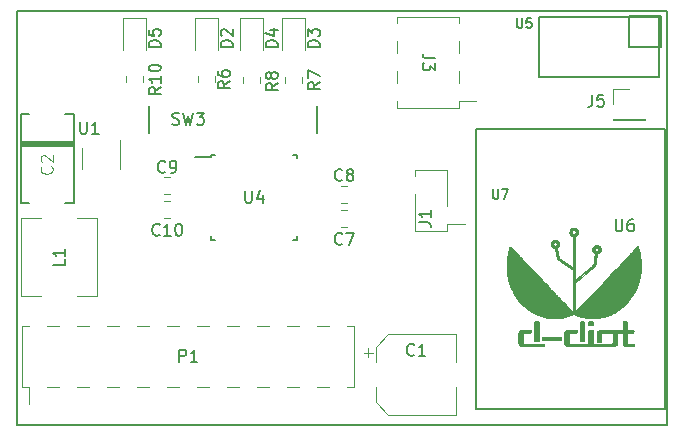
<source format=gbr>
%TF.GenerationSoftware,KiCad,Pcbnew,5.0.2-bee76a0~70~ubuntu18.04.1*%
%TF.CreationDate,2019-10-11T12:06:12+02:00*%
%TF.ProjectId,Mini-BT-Pcb-328P,4d696e69-2d42-4542-9d50-63622d333238,rev?*%
%TF.SameCoordinates,Original*%
%TF.FileFunction,Legend,Top*%
%TF.FilePolarity,Positive*%
%FSLAX46Y46*%
G04 Gerber Fmt 4.6, Leading zero omitted, Abs format (unit mm)*
G04 Created by KiCad (PCBNEW 5.0.2-bee76a0~70~ubuntu18.04.1) date ven 11 ott 2019 12:06:12 CEST*
%MOMM*%
%LPD*%
G01*
G04 APERTURE LIST*
%ADD10C,0.150000*%
%ADD11C,0.120000*%
%ADD12C,0.127000*%
%ADD13C,0.010000*%
%ADD14C,0.050000*%
%ADD15C,0.160000*%
G04 APERTURE END LIST*
D10*
X132080000Y-108406000D02*
X132080000Y-73406000D01*
X187080000Y-108406000D02*
X132080000Y-108406000D01*
X187080000Y-73406000D02*
X187080000Y-108406000D01*
X132080000Y-73406000D02*
X187080000Y-73406000D01*
D11*
X147372000Y-78910922D02*
X147372000Y-79428078D01*
X148792000Y-78910922D02*
X148792000Y-79428078D01*
D10*
X143268000Y-81400000D02*
X143268000Y-83700000D01*
X157468000Y-81400000D02*
X157468000Y-83700000D01*
D11*
X169478000Y-81594000D02*
X164278000Y-81594000D01*
X169478000Y-73854000D02*
X164278000Y-73854000D01*
X170918000Y-81024000D02*
X169478000Y-81024000D01*
X169478000Y-81594000D02*
X169478000Y-81024000D01*
X164278000Y-81594000D02*
X164278000Y-81024000D01*
X169478000Y-74424000D02*
X169478000Y-73854000D01*
X164278000Y-74424000D02*
X164278000Y-73854000D01*
X169478000Y-79504000D02*
X169478000Y-78484000D01*
X164278000Y-79504000D02*
X164278000Y-78484000D01*
X169478000Y-76964000D02*
X169478000Y-75944000D01*
X164278000Y-76964000D02*
X164278000Y-75944000D01*
X132528000Y-105216000D02*
X132528000Y-100016000D01*
X160588000Y-105216000D02*
X160588000Y-100016000D01*
X133098000Y-106656000D02*
X133098000Y-105216000D01*
X132528000Y-105216000D02*
X133098000Y-105216000D01*
X132528000Y-100016000D02*
X133098000Y-100016000D01*
X160018000Y-105216000D02*
X160588000Y-105216000D01*
X160018000Y-100016000D02*
X160588000Y-100016000D01*
X134618000Y-105216000D02*
X135638000Y-105216000D01*
X134618000Y-100016000D02*
X135638000Y-100016000D01*
X137158000Y-105216000D02*
X138178000Y-105216000D01*
X137158000Y-100016000D02*
X138178000Y-100016000D01*
X139698000Y-105216000D02*
X140718000Y-105216000D01*
X139698000Y-100016000D02*
X140718000Y-100016000D01*
X142238000Y-105216000D02*
X143258000Y-105216000D01*
X142238000Y-100016000D02*
X143258000Y-100016000D01*
X144778000Y-105216000D02*
X145798000Y-105216000D01*
X144778000Y-100016000D02*
X145798000Y-100016000D01*
X147318000Y-105216000D02*
X148338000Y-105216000D01*
X147318000Y-100016000D02*
X148338000Y-100016000D01*
X149858000Y-105216000D02*
X150878000Y-105216000D01*
X149858000Y-100016000D02*
X150878000Y-100016000D01*
X152398000Y-105216000D02*
X153418000Y-105216000D01*
X152398000Y-100016000D02*
X153418000Y-100016000D01*
X154938000Y-105216000D02*
X155958000Y-105216000D01*
X154938000Y-100016000D02*
X155958000Y-100016000D01*
X157478000Y-105216000D02*
X158498000Y-105216000D01*
X157478000Y-100016000D02*
X158498000Y-100016000D01*
X169272000Y-107550000D02*
X169272000Y-105200000D01*
X169272000Y-100730000D02*
X169272000Y-103080000D01*
X163516437Y-100730000D02*
X169272000Y-100730000D01*
X163516437Y-107550000D02*
X169272000Y-107550000D01*
X162452000Y-106485563D02*
X162452000Y-105200000D01*
X162452000Y-101794437D02*
X162452000Y-103080000D01*
X162452000Y-101794437D02*
X163516437Y-100730000D01*
X162452000Y-106485563D02*
X163516437Y-107550000D01*
X161424500Y-102292500D02*
X162212000Y-102292500D01*
X161818250Y-101898750D02*
X161818250Y-102686250D01*
X145038578Y-90880000D02*
X144521422Y-90880000D01*
X145038578Y-89460000D02*
X144521422Y-89460000D01*
X145038578Y-87428000D02*
X144521422Y-87428000D01*
X145038578Y-88848000D02*
X144521422Y-88848000D01*
X159507422Y-88190000D02*
X160024578Y-88190000D01*
X159507422Y-89610000D02*
X160024578Y-89610000D01*
X159507422Y-91642000D02*
X160024578Y-91642000D01*
X159507422Y-90222000D02*
X160024578Y-90222000D01*
X182566000Y-82610000D02*
X185226000Y-82610000D01*
X182566000Y-82550000D02*
X182566000Y-82610000D01*
X185226000Y-82550000D02*
X185226000Y-82610000D01*
X182566000Y-82550000D02*
X185226000Y-82550000D01*
X182566000Y-81280000D02*
X182566000Y-79950000D01*
X182566000Y-79950000D02*
X183896000Y-79950000D01*
X168462000Y-92008000D02*
X165802000Y-92008000D01*
X168462000Y-86808000D02*
X165802000Y-86808000D01*
X165802000Y-92008000D02*
X165802000Y-88898000D01*
X168462000Y-91438000D02*
X169982000Y-91438000D01*
X168462000Y-92008000D02*
X168462000Y-91438000D01*
X165802000Y-87378000D02*
X165802000Y-86808000D01*
X168462000Y-89918000D02*
X168462000Y-86808000D01*
X137136000Y-90934000D02*
X138836000Y-90934000D01*
X138836000Y-90934000D02*
X138836000Y-97534000D01*
X138836000Y-97534000D02*
X137136000Y-97534000D01*
X134136000Y-97534000D02*
X132436000Y-97534000D01*
X132436000Y-97534000D02*
X132436000Y-90934000D01*
X132436000Y-90934000D02*
X134136000Y-90934000D01*
X147122000Y-74007000D02*
X147122000Y-76692000D01*
X149042000Y-74007000D02*
X147122000Y-74007000D01*
X149042000Y-76692000D02*
X149042000Y-74007000D01*
X156408000Y-76692000D02*
X156408000Y-74007000D01*
X156408000Y-74007000D02*
X154488000Y-74007000D01*
X154488000Y-74007000D02*
X154488000Y-76692000D01*
X150932000Y-74007000D02*
X150932000Y-76692000D01*
X152852000Y-74007000D02*
X150932000Y-74007000D01*
X152852000Y-76692000D02*
X152852000Y-74007000D01*
X142946000Y-76692000D02*
X142946000Y-74007000D01*
X142946000Y-74007000D02*
X141026000Y-74007000D01*
X141026000Y-74007000D02*
X141026000Y-76692000D01*
D10*
X148521000Y-85529000D02*
X148521000Y-85754000D01*
X155771000Y-85529000D02*
X155771000Y-85854000D01*
X155771000Y-92779000D02*
X155771000Y-92454000D01*
X148521000Y-92779000D02*
X148521000Y-92454000D01*
X148521000Y-85529000D02*
X148846000Y-85529000D01*
X148521000Y-92779000D02*
X148846000Y-92779000D01*
X155771000Y-92779000D02*
X155446000Y-92779000D01*
X155771000Y-85529000D02*
X155446000Y-85529000D01*
X148521000Y-85754000D02*
X147096000Y-85754000D01*
D11*
X137582000Y-84952000D02*
X137582000Y-86752000D01*
X140802000Y-86752000D02*
X140802000Y-84302000D01*
X142696000Y-78910922D02*
X142696000Y-79428078D01*
X141276000Y-78910922D02*
X141276000Y-79428078D01*
X152602000Y-78989422D02*
X152602000Y-79506578D01*
X151182000Y-78989422D02*
X151182000Y-79506578D01*
X154738000Y-78989422D02*
X154738000Y-79506578D01*
X156158000Y-78989422D02*
X156158000Y-79506578D01*
D12*
X136120000Y-82102000D02*
X136870000Y-82102000D01*
X136870000Y-82102000D02*
X136870000Y-89602000D01*
X136870000Y-89602000D02*
X136120000Y-89602000D01*
X133120000Y-82102000D02*
X132370000Y-82102000D01*
X132370000Y-82102000D02*
X132370000Y-89602000D01*
X132370000Y-89602000D02*
X133120000Y-89602000D01*
D10*
G36*
X136870000Y-84349510D02*
X136870000Y-84852000D01*
X132366260Y-84852000D01*
X132366260Y-84349510D01*
X136870000Y-84349510D01*
G37*
X183896000Y-73787000D02*
X186563000Y-73787000D01*
X186563000Y-73787000D02*
X186563000Y-76454000D01*
X178816000Y-73914000D02*
X176276000Y-73914000D01*
X176276000Y-73914000D02*
X176276000Y-76454000D01*
X183896000Y-73914000D02*
X183896000Y-76454000D01*
X183896000Y-76454000D02*
X186436000Y-76454000D01*
X178816000Y-73914000D02*
X186436000Y-73914000D01*
X186436000Y-73914000D02*
X186436000Y-78994000D01*
X186436000Y-78994000D02*
X176276000Y-78994000D01*
X176276000Y-78994000D02*
X176276000Y-76454000D01*
X186958000Y-107044000D02*
X170958000Y-107044000D01*
X186958000Y-83344000D02*
X186958000Y-107044000D01*
X170958000Y-83344000D02*
X186958000Y-83344000D01*
X170958000Y-107044000D02*
X170958000Y-83344000D01*
D13*
G36*
X179237800Y-91716075D02*
X179258413Y-91717600D01*
X179275527Y-91720020D01*
X179276425Y-91720196D01*
X179318553Y-91731141D01*
X179358413Y-91746488D01*
X179395748Y-91765980D01*
X179430302Y-91789357D01*
X179461820Y-91816359D01*
X179490047Y-91846729D01*
X179514725Y-91880207D01*
X179535599Y-91916534D01*
X179552414Y-91955451D01*
X179564913Y-91996699D01*
X179569180Y-92016580D01*
X179571806Y-92035677D01*
X179573353Y-92058083D01*
X179573820Y-92082144D01*
X179573207Y-92106202D01*
X179571512Y-92128604D01*
X179569266Y-92144850D01*
X179559279Y-92187068D01*
X179544833Y-92227050D01*
X179526135Y-92264564D01*
X179503391Y-92299383D01*
X179476809Y-92331276D01*
X179446597Y-92360014D01*
X179412960Y-92385368D01*
X179376106Y-92407108D01*
X179336242Y-92425006D01*
X179307490Y-92434873D01*
X179292250Y-92439490D01*
X179291613Y-94295807D01*
X179291573Y-94420193D01*
X179291542Y-94540638D01*
X179291519Y-94657098D01*
X179291503Y-94769533D01*
X179291495Y-94877900D01*
X179291495Y-94982157D01*
X179291503Y-95082262D01*
X179291519Y-95178174D01*
X179291542Y-95269851D01*
X179291573Y-95357250D01*
X179291612Y-95440330D01*
X179291658Y-95519048D01*
X179291711Y-95593364D01*
X179291772Y-95663234D01*
X179291841Y-95728618D01*
X179291917Y-95789473D01*
X179292000Y-95845757D01*
X179292091Y-95897428D01*
X179292189Y-95944445D01*
X179292294Y-95986766D01*
X179292406Y-96024348D01*
X179292525Y-96057150D01*
X179292652Y-96085129D01*
X179292786Y-96108245D01*
X179292926Y-96126454D01*
X179293074Y-96139716D01*
X179293229Y-96147987D01*
X179293390Y-96151227D01*
X179293415Y-96151277D01*
X179295524Y-96149616D01*
X179301417Y-96144827D01*
X179310960Y-96137019D01*
X179324023Y-96126300D01*
X179340474Y-96112779D01*
X179360179Y-96096565D01*
X179383009Y-96077767D01*
X179408830Y-96056494D01*
X179437510Y-96032855D01*
X179468919Y-96006958D01*
X179502923Y-95978912D01*
X179539391Y-95948827D01*
X179578191Y-95916810D01*
X179619192Y-95882971D01*
X179662260Y-95847418D01*
X179707265Y-95810261D01*
X179754075Y-95771608D01*
X179802556Y-95731569D01*
X179852578Y-95690251D01*
X179904009Y-95647764D01*
X179956717Y-95604216D01*
X180010569Y-95559717D01*
X180065434Y-95514375D01*
X180074915Y-95506540D01*
X180129952Y-95461052D01*
X180184003Y-95416380D01*
X180236936Y-95372634D01*
X180288617Y-95329922D01*
X180338915Y-95288354D01*
X180387699Y-95248039D01*
X180434835Y-95209086D01*
X180480191Y-95171605D01*
X180523636Y-95135704D01*
X180565037Y-95101493D01*
X180604263Y-95069080D01*
X180641180Y-95038576D01*
X180675658Y-95010089D01*
X180707563Y-94983728D01*
X180736764Y-94959603D01*
X180763128Y-94937823D01*
X180786524Y-94918496D01*
X180806818Y-94901733D01*
X180823880Y-94887642D01*
X180837577Y-94876332D01*
X180847777Y-94867913D01*
X180854348Y-94862495D01*
X180857157Y-94860185D01*
X180857250Y-94860110D01*
X180858054Y-94857241D01*
X180859517Y-94849370D01*
X180861639Y-94836494D01*
X180864421Y-94818611D01*
X180867862Y-94795718D01*
X180871964Y-94767812D01*
X180876726Y-94734891D01*
X180882150Y-94696951D01*
X180888234Y-94653990D01*
X180894981Y-94606006D01*
X180902389Y-94552995D01*
X180910460Y-94494956D01*
X180919194Y-94431885D01*
X180926668Y-94377737D01*
X180933384Y-94328990D01*
X180939906Y-94281604D01*
X180946200Y-94235821D01*
X180952234Y-94191887D01*
X180957973Y-94150044D01*
X180963385Y-94110539D01*
X180968435Y-94073614D01*
X180973092Y-94039513D01*
X180977322Y-94008481D01*
X180981090Y-93980762D01*
X180984365Y-93956600D01*
X180987112Y-93936238D01*
X180989299Y-93919922D01*
X180990892Y-93907894D01*
X180991858Y-93900400D01*
X180992163Y-93897683D01*
X180992161Y-93897677D01*
X180989763Y-93896528D01*
X180983774Y-93893592D01*
X180975151Y-93889339D01*
X180966866Y-93885240D01*
X180931339Y-93864897D01*
X180898980Y-93840842D01*
X180869943Y-93813455D01*
X180844382Y-93783115D01*
X180822452Y-93750201D01*
X180804309Y-93715091D01*
X180790107Y-93678165D01*
X180780001Y-93639802D01*
X180774146Y-93600381D01*
X180772697Y-93560281D01*
X180772817Y-93558711D01*
X180973572Y-93558711D01*
X180973609Y-93579581D01*
X180975777Y-93599261D01*
X180979582Y-93614558D01*
X180990868Y-93639994D01*
X181006220Y-93663149D01*
X181025059Y-93683419D01*
X181046810Y-93700202D01*
X181070892Y-93712895D01*
X181075649Y-93714782D01*
X181102726Y-93722386D01*
X181130009Y-93724925D01*
X181157358Y-93722395D01*
X181174922Y-93718085D01*
X181200818Y-93707634D01*
X181224021Y-93693184D01*
X181244169Y-93675221D01*
X181260901Y-93654229D01*
X181273857Y-93630692D01*
X181282676Y-93605096D01*
X181286995Y-93577926D01*
X181287382Y-93567148D01*
X181285125Y-93539795D01*
X181278198Y-93514270D01*
X181266526Y-93490398D01*
X181250033Y-93468000D01*
X181240613Y-93457950D01*
X181218858Y-93439273D01*
X181195900Y-93425471D01*
X181171412Y-93416418D01*
X181145069Y-93411985D01*
X181122320Y-93411686D01*
X181094901Y-93415460D01*
X181068993Y-93423829D01*
X181045098Y-93436410D01*
X181023717Y-93452821D01*
X181005349Y-93472678D01*
X180990497Y-93495599D01*
X180979866Y-93520575D01*
X180975659Y-93538444D01*
X180973572Y-93558711D01*
X180772817Y-93558711D01*
X180775808Y-93519882D01*
X180783635Y-93479562D01*
X180790972Y-93454625D01*
X180806757Y-93415176D01*
X180826699Y-93378468D01*
X180850541Y-93344728D01*
X180878027Y-93314183D01*
X180908900Y-93287059D01*
X180942903Y-93263582D01*
X180979779Y-93243980D01*
X181019273Y-93228478D01*
X181059611Y-93217621D01*
X181080232Y-93214348D01*
X181104079Y-93212369D01*
X181129537Y-93211684D01*
X181154994Y-93212294D01*
X181178837Y-93214199D01*
X181199453Y-93217400D01*
X181200268Y-93217572D01*
X181242687Y-93229114D01*
X181282463Y-93244907D01*
X181319394Y-93264747D01*
X181353278Y-93288432D01*
X181383911Y-93315759D01*
X181411090Y-93346525D01*
X181434613Y-93380526D01*
X181454277Y-93417561D01*
X181469879Y-93457425D01*
X181480897Y-93498405D01*
X181483861Y-93516986D01*
X181485778Y-93538956D01*
X181486631Y-93562727D01*
X181486405Y-93586714D01*
X181485082Y-93609331D01*
X181482647Y-93628991D01*
X181482276Y-93631094D01*
X181472223Y-93672261D01*
X181457693Y-93711343D01*
X181438959Y-93748059D01*
X181416292Y-93782126D01*
X181389965Y-93813263D01*
X181360251Y-93841188D01*
X181327421Y-93865618D01*
X181291749Y-93886272D01*
X181253506Y-93902868D01*
X181212965Y-93915124D01*
X181206469Y-93916622D01*
X181195679Y-93918847D01*
X181186049Y-93920549D01*
X181179196Y-93921450D01*
X181177788Y-93921525D01*
X181173175Y-93922285D01*
X181170755Y-93925432D01*
X181169476Y-93931105D01*
X181168980Y-93934535D01*
X181167824Y-93942756D01*
X181166042Y-93955521D01*
X181163669Y-93972589D01*
X181160737Y-93993716D01*
X181157280Y-94018659D01*
X181153332Y-94047173D01*
X181148926Y-94079016D01*
X181144097Y-94113944D01*
X181138878Y-94151714D01*
X181133302Y-94192083D01*
X181127403Y-94234806D01*
X181121215Y-94279642D01*
X181114772Y-94326345D01*
X181108107Y-94374673D01*
X181101253Y-94424382D01*
X181098104Y-94447227D01*
X181091186Y-94497355D01*
X181084433Y-94546140D01*
X181077881Y-94593342D01*
X181071562Y-94638725D01*
X181065511Y-94682048D01*
X181059762Y-94723075D01*
X181054348Y-94761567D01*
X181049302Y-94797285D01*
X181044660Y-94829992D01*
X181040454Y-94859448D01*
X181036718Y-94885415D01*
X181033486Y-94907656D01*
X181030793Y-94925932D01*
X181028671Y-94940004D01*
X181027154Y-94949634D01*
X181026277Y-94954584D01*
X181026093Y-94955227D01*
X181024008Y-94956923D01*
X181018132Y-94961752D01*
X181008591Y-94969611D01*
X180995510Y-94980396D01*
X180979013Y-94994005D01*
X180959225Y-95010334D01*
X180936272Y-95029280D01*
X180910279Y-95050740D01*
X180881370Y-95074610D01*
X180849670Y-95100787D01*
X180815305Y-95129168D01*
X180778400Y-95159649D01*
X180739079Y-95192128D01*
X180697468Y-95226501D01*
X180653691Y-95262665D01*
X180607874Y-95300517D01*
X180560142Y-95339952D01*
X180510619Y-95380869D01*
X180459431Y-95423164D01*
X180406703Y-95466733D01*
X180352559Y-95511473D01*
X180297125Y-95557281D01*
X180240526Y-95604055D01*
X180182886Y-95651689D01*
X180157441Y-95672718D01*
X179290980Y-96388807D01*
X179290980Y-97610315D01*
X179290984Y-97694874D01*
X179290998Y-97777458D01*
X179291020Y-97857937D01*
X179291051Y-97936179D01*
X179291091Y-98012055D01*
X179291139Y-98085431D01*
X179291194Y-98156179D01*
X179291257Y-98224166D01*
X179291328Y-98289262D01*
X179291405Y-98351336D01*
X179291490Y-98410257D01*
X179291581Y-98465894D01*
X179291679Y-98518116D01*
X179291782Y-98566792D01*
X179291892Y-98611792D01*
X179292008Y-98652984D01*
X179292129Y-98690237D01*
X179292255Y-98723420D01*
X179292386Y-98752403D01*
X179292522Y-98777054D01*
X179292663Y-98797243D01*
X179292807Y-98812838D01*
X179292956Y-98823709D01*
X179293109Y-98829725D01*
X179293220Y-98830976D01*
X179295618Y-98828865D01*
X179300707Y-98823627D01*
X179307833Y-98815959D01*
X179316342Y-98806558D01*
X179320233Y-98802190D01*
X179333752Y-98787073D01*
X179347999Y-98771416D01*
X179363204Y-98754980D01*
X179379600Y-98737529D01*
X179397418Y-98718826D01*
X179416889Y-98698634D01*
X179438246Y-98676716D01*
X179461719Y-98652835D01*
X179487541Y-98626754D01*
X179515942Y-98598236D01*
X179547154Y-98567044D01*
X179581410Y-98532942D01*
X179618939Y-98495691D01*
X179644147Y-98470720D01*
X179845556Y-98271330D01*
X181318943Y-96723200D01*
X181396879Y-96641310D01*
X181476083Y-96558089D01*
X181556398Y-96473702D01*
X181637666Y-96388313D01*
X181719733Y-96302086D01*
X181802440Y-96215186D01*
X181885632Y-96127778D01*
X181969152Y-96040026D01*
X182052844Y-95952094D01*
X182136551Y-95864147D01*
X182220116Y-95776348D01*
X182303383Y-95688864D01*
X182386196Y-95601858D01*
X182468397Y-95515494D01*
X182549831Y-95429937D01*
X182630341Y-95345351D01*
X182709770Y-95261902D01*
X182787962Y-95179753D01*
X182864760Y-95099068D01*
X182940008Y-95020013D01*
X183013549Y-94942752D01*
X183085227Y-94867448D01*
X183154886Y-94794267D01*
X183222367Y-94723374D01*
X183287516Y-94654931D01*
X183350176Y-94589105D01*
X183410190Y-94526059D01*
X183467401Y-94465958D01*
X183521653Y-94408966D01*
X183572790Y-94355247D01*
X183620655Y-94304967D01*
X183641980Y-94282567D01*
X183696517Y-94225278D01*
X183750236Y-94168847D01*
X183803027Y-94113388D01*
X183854782Y-94059016D01*
X183905390Y-94005846D01*
X183954742Y-93953994D01*
X184002729Y-93903574D01*
X184049242Y-93854702D01*
X184094170Y-93807492D01*
X184137405Y-93762059D01*
X184178836Y-93718519D01*
X184218356Y-93676986D01*
X184255853Y-93637576D01*
X184291219Y-93600404D01*
X184324344Y-93565584D01*
X184355118Y-93533232D01*
X184383433Y-93503463D01*
X184409179Y-93476391D01*
X184432246Y-93452132D01*
X184452526Y-93430801D01*
X184469907Y-93412513D01*
X184484282Y-93397382D01*
X184495540Y-93385524D01*
X184503573Y-93377055D01*
X184508270Y-93372088D01*
X184509371Y-93370913D01*
X184522902Y-93356868D01*
X184536394Y-93343886D01*
X184549212Y-93332501D01*
X184560720Y-93323247D01*
X184570282Y-93316659D01*
X184577262Y-93313272D01*
X184578212Y-93313040D01*
X184591289Y-93312393D01*
X184603164Y-93315792D01*
X184614181Y-93323488D01*
X184624685Y-93335731D01*
X184635021Y-93352769D01*
X184636242Y-93355101D01*
X184645661Y-93374795D01*
X184656037Y-93399206D01*
X184667282Y-93428083D01*
X184679305Y-93461171D01*
X184692015Y-93498220D01*
X184705323Y-93538974D01*
X184719138Y-93583183D01*
X184727764Y-93611700D01*
X184735095Y-93636396D01*
X184741259Y-93657683D01*
X184746491Y-93676565D01*
X184751025Y-93694043D01*
X184755098Y-93711122D01*
X184758942Y-93728802D01*
X184762794Y-93748087D01*
X184766887Y-93769981D01*
X184771457Y-93795485D01*
X184773478Y-93806959D01*
X184801178Y-93974796D01*
X184824833Y-94139635D01*
X184844447Y-94301546D01*
X184860024Y-94460598D01*
X184871569Y-94616859D01*
X184879086Y-94770400D01*
X184882579Y-94921289D01*
X184882053Y-95069595D01*
X184877512Y-95215389D01*
X184869943Y-95345250D01*
X184856584Y-95496940D01*
X184838271Y-95647807D01*
X184815048Y-95797725D01*
X184786957Y-95946569D01*
X184754042Y-96094214D01*
X184716347Y-96240533D01*
X184673915Y-96385404D01*
X184626788Y-96528699D01*
X184575011Y-96670293D01*
X184518627Y-96810062D01*
X184457679Y-96947880D01*
X184392210Y-97083622D01*
X184322263Y-97217163D01*
X184247883Y-97348377D01*
X184169112Y-97477139D01*
X184092060Y-97594420D01*
X184006330Y-97716322D01*
X183917456Y-97834344D01*
X183825476Y-97948447D01*
X183730427Y-98058598D01*
X183632348Y-98164760D01*
X183531275Y-98266899D01*
X183427247Y-98364978D01*
X183320302Y-98458961D01*
X183210476Y-98548814D01*
X183097808Y-98634501D01*
X182982335Y-98715986D01*
X182864096Y-98793234D01*
X182743128Y-98866209D01*
X182742840Y-98866376D01*
X182632774Y-98927652D01*
X182519982Y-98985682D01*
X182405080Y-99040203D01*
X182288685Y-99090950D01*
X182171415Y-99137659D01*
X182053885Y-99180064D01*
X181936714Y-99217902D01*
X181891940Y-99231164D01*
X181795265Y-99257918D01*
X181700322Y-99281803D01*
X181606305Y-99302957D01*
X181512407Y-99321516D01*
X181417821Y-99337617D01*
X181321742Y-99351395D01*
X181223364Y-99362989D01*
X181121880Y-99372534D01*
X181016484Y-99380167D01*
X181010560Y-99380534D01*
X180994756Y-99381302D01*
X180974533Y-99381964D01*
X180950550Y-99382520D01*
X180923465Y-99382970D01*
X180893939Y-99383313D01*
X180862630Y-99383549D01*
X180830198Y-99383679D01*
X180797301Y-99383703D01*
X180764599Y-99383619D01*
X180732752Y-99383429D01*
X180702419Y-99383132D01*
X180674258Y-99382728D01*
X180648929Y-99382217D01*
X180627092Y-99381599D01*
X180609405Y-99380873D01*
X180604160Y-99380585D01*
X180505726Y-99373943D01*
X180410116Y-99365971D01*
X180316229Y-99356532D01*
X180222964Y-99345488D01*
X180129220Y-99332702D01*
X180033895Y-99318038D01*
X179935888Y-99301356D01*
X179865020Y-99288391D01*
X179831288Y-99281781D01*
X179798791Y-99274807D01*
X179767116Y-99267321D01*
X179735852Y-99259174D01*
X179704585Y-99250214D01*
X179672903Y-99240295D01*
X179640395Y-99229266D01*
X179606646Y-99216977D01*
X179571246Y-99203281D01*
X179533781Y-99188027D01*
X179493840Y-99171066D01*
X179451010Y-99152250D01*
X179404877Y-99131428D01*
X179355031Y-99108451D01*
X179311250Y-99087971D01*
X179290548Y-99078244D01*
X179270861Y-99069016D01*
X179252762Y-99060553D01*
X179236819Y-99053121D01*
X179223605Y-99046985D01*
X179213688Y-99042412D01*
X179207640Y-99039667D01*
X179206735Y-99039270D01*
X179194881Y-99034155D01*
X179153395Y-99053733D01*
X179034867Y-99106876D01*
X178913990Y-99155571D01*
X178790937Y-99199780D01*
X178665877Y-99239466D01*
X178538981Y-99274593D01*
X178410419Y-99305124D01*
X178280363Y-99331021D01*
X178148983Y-99352248D01*
X178016449Y-99368768D01*
X177882932Y-99380545D01*
X177748602Y-99387540D01*
X177613631Y-99389717D01*
X177600610Y-99389671D01*
X177578260Y-99389538D01*
X177556675Y-99389380D01*
X177536585Y-99389204D01*
X177518724Y-99389018D01*
X177503823Y-99388830D01*
X177492614Y-99388647D01*
X177486310Y-99388494D01*
X177345911Y-99381259D01*
X177206118Y-99369028D01*
X177067072Y-99351828D01*
X176928915Y-99329689D01*
X176791790Y-99302637D01*
X176655838Y-99270701D01*
X176521201Y-99233909D01*
X176388022Y-99192289D01*
X176256443Y-99145869D01*
X176255677Y-99145583D01*
X176128318Y-99095302D01*
X176002474Y-99040209D01*
X175878259Y-98980375D01*
X175755785Y-98915871D01*
X175635166Y-98846767D01*
X175516514Y-98773135D01*
X175399943Y-98695044D01*
X175285564Y-98612565D01*
X175173492Y-98525770D01*
X175063839Y-98434729D01*
X174956719Y-98339513D01*
X174932340Y-98316926D01*
X174916490Y-98301927D01*
X174897922Y-98284019D01*
X174877253Y-98263822D01*
X174855101Y-98241957D01*
X174832083Y-98219043D01*
X174808817Y-98195702D01*
X174785920Y-98172553D01*
X174764009Y-98150216D01*
X174743703Y-98129312D01*
X174725617Y-98110461D01*
X174710371Y-98094284D01*
X174705827Y-98089376D01*
X174606339Y-97977555D01*
X174510701Y-97862474D01*
X174419003Y-97744273D01*
X174331331Y-97623091D01*
X174247774Y-97499068D01*
X174168421Y-97372345D01*
X174093360Y-97243062D01*
X174022679Y-97111357D01*
X173956466Y-96977372D01*
X173894809Y-96841246D01*
X173847774Y-96728280D01*
X173794330Y-96587908D01*
X173745491Y-96445508D01*
X173701266Y-96301212D01*
X173661666Y-96155153D01*
X173626699Y-96007463D01*
X173596373Y-95858277D01*
X173570697Y-95707726D01*
X173549681Y-95555944D01*
X173533333Y-95403063D01*
X173521663Y-95249217D01*
X173514678Y-95094538D01*
X173512388Y-94939159D01*
X173514803Y-94783213D01*
X173521930Y-94626833D01*
X173533778Y-94470152D01*
X173550358Y-94313303D01*
X173571676Y-94156419D01*
X173597744Y-93999632D01*
X173628568Y-93843076D01*
X173648574Y-93752670D01*
X173655462Y-93723307D01*
X173662912Y-93692524D01*
X173670801Y-93660776D01*
X173679003Y-93628516D01*
X173687393Y-93596199D01*
X173695845Y-93564279D01*
X173704235Y-93533211D01*
X173712437Y-93503448D01*
X173720326Y-93475445D01*
X173727777Y-93449657D01*
X173734665Y-93426536D01*
X173740864Y-93406539D01*
X173746250Y-93390118D01*
X173750697Y-93377729D01*
X173754075Y-93369835D01*
X173764964Y-93353430D01*
X173778553Y-93341200D01*
X173794389Y-93333339D01*
X173812015Y-93330042D01*
X173830976Y-93331503D01*
X173839043Y-93333527D01*
X173853581Y-93339571D01*
X173869398Y-93349413D01*
X173886674Y-93363209D01*
X173905587Y-93381117D01*
X173926314Y-93403293D01*
X173949033Y-93429893D01*
X173950239Y-93431360D01*
X173954898Y-93436738D01*
X173962877Y-93445586D01*
X173973984Y-93457701D01*
X173988029Y-93472880D01*
X174004821Y-93490919D01*
X174024169Y-93511617D01*
X174045883Y-93534770D01*
X174069770Y-93560176D01*
X174095642Y-93587632D01*
X174123306Y-93616935D01*
X174152572Y-93647882D01*
X174183249Y-93680271D01*
X174215146Y-93713899D01*
X174248073Y-93748563D01*
X174281838Y-93784060D01*
X174310000Y-93813630D01*
X174330233Y-93834861D01*
X174353844Y-93859638D01*
X174380710Y-93887831D01*
X174410705Y-93919308D01*
X174443704Y-93953937D01*
X174479583Y-93991588D01*
X174518215Y-94032129D01*
X174559476Y-94075429D01*
X174603241Y-94121357D01*
X174649385Y-94169782D01*
X174697783Y-94220572D01*
X174748309Y-94273595D01*
X174800840Y-94328722D01*
X174855248Y-94385820D01*
X174911410Y-94444758D01*
X174969201Y-94505405D01*
X175028495Y-94567631D01*
X175089167Y-94631302D01*
X175151092Y-94696289D01*
X175214146Y-94762460D01*
X175278203Y-94829684D01*
X175343137Y-94897829D01*
X175408825Y-94966765D01*
X175475141Y-95036359D01*
X175541959Y-95106482D01*
X175609156Y-95177001D01*
X175676605Y-95247785D01*
X175744182Y-95318704D01*
X175811761Y-95389625D01*
X175850557Y-95430340D01*
X175970062Y-95555755D01*
X176086118Y-95677550D01*
X176198781Y-95795784D01*
X176308105Y-95910514D01*
X176414146Y-96021799D01*
X176516960Y-96129697D01*
X176616601Y-96234266D01*
X176713125Y-96335564D01*
X176806589Y-96433648D01*
X176897045Y-96528578D01*
X176984552Y-96620411D01*
X177069162Y-96709206D01*
X177150933Y-96795020D01*
X177229919Y-96877911D01*
X177306176Y-96957938D01*
X177379758Y-97035159D01*
X177450722Y-97109631D01*
X177519123Y-97181414D01*
X177585016Y-97250564D01*
X177648457Y-97317141D01*
X177709500Y-97381202D01*
X177768202Y-97442805D01*
X177824617Y-97502008D01*
X177878801Y-97558870D01*
X177930809Y-97613449D01*
X177980697Y-97665802D01*
X178028520Y-97715988D01*
X178074334Y-97764065D01*
X178118193Y-97810091D01*
X178160153Y-97854124D01*
X178200270Y-97896222D01*
X178238598Y-97936443D01*
X178275194Y-97974846D01*
X178310112Y-98011488D01*
X178343408Y-98046428D01*
X178375138Y-98079723D01*
X178405356Y-98111433D01*
X178434118Y-98141614D01*
X178461480Y-98170324D01*
X178487496Y-98197623D01*
X178512222Y-98223568D01*
X178535714Y-98248218D01*
X178558026Y-98271629D01*
X178579215Y-98293862D01*
X178599335Y-98314972D01*
X178618442Y-98335019D01*
X178636592Y-98354061D01*
X178653839Y-98372156D01*
X178670239Y-98389361D01*
X178685847Y-98405736D01*
X178700719Y-98421338D01*
X178714910Y-98436225D01*
X178728476Y-98450455D01*
X178741471Y-98464086D01*
X178753952Y-98477177D01*
X178765973Y-98489786D01*
X178777589Y-98501970D01*
X178788857Y-98513788D01*
X178799832Y-98525298D01*
X178810569Y-98536558D01*
X178813122Y-98539236D01*
X178849111Y-98577010D01*
X178881741Y-98611332D01*
X178911191Y-98642391D01*
X178937640Y-98670382D01*
X178961265Y-98695496D01*
X178982246Y-98717926D01*
X179000762Y-98737863D01*
X179016990Y-98755501D01*
X179031110Y-98771031D01*
X179043300Y-98784645D01*
X179053739Y-98796537D01*
X179062606Y-98806898D01*
X179069662Y-98815409D01*
X179080663Y-98828837D01*
X179090647Y-98840860D01*
X179099160Y-98850943D01*
X179105745Y-98858551D01*
X179109948Y-98863150D01*
X179111275Y-98864304D01*
X179111417Y-98861803D01*
X179111553Y-98854409D01*
X179111682Y-98842306D01*
X179111806Y-98825680D01*
X179111923Y-98804717D01*
X179112034Y-98779602D01*
X179112139Y-98750522D01*
X179112238Y-98717661D01*
X179112332Y-98681206D01*
X179112419Y-98641343D01*
X179112500Y-98598256D01*
X179112575Y-98552132D01*
X179112645Y-98503157D01*
X179112708Y-98451516D01*
X179112766Y-98397395D01*
X179112818Y-98340979D01*
X179112864Y-98282454D01*
X179112905Y-98222007D01*
X179112940Y-98159822D01*
X179112969Y-98096085D01*
X179112992Y-98030983D01*
X179113011Y-97964700D01*
X179113023Y-97897423D01*
X179113030Y-97829336D01*
X179113032Y-97760627D01*
X179113028Y-97691481D01*
X179113019Y-97622082D01*
X179113004Y-97552618D01*
X179112984Y-97483273D01*
X179112959Y-97414234D01*
X179112929Y-97345686D01*
X179112893Y-97277814D01*
X179112852Y-97210805D01*
X179112807Y-97144845D01*
X179112755Y-97080118D01*
X179112699Y-97016811D01*
X179112638Y-96955109D01*
X179112572Y-96895198D01*
X179112501Y-96837264D01*
X179112425Y-96781492D01*
X179112343Y-96728069D01*
X179112258Y-96677179D01*
X179112167Y-96629009D01*
X179112071Y-96583744D01*
X179111971Y-96541569D01*
X179111866Y-96502672D01*
X179111756Y-96467237D01*
X179111642Y-96435450D01*
X179111522Y-96407497D01*
X179111399Y-96383563D01*
X179111271Y-96363834D01*
X179111138Y-96348496D01*
X179111000Y-96337735D01*
X179110859Y-96331736D01*
X179110806Y-96330770D01*
X179110074Y-96319208D01*
X179109951Y-96310018D01*
X179110433Y-96304256D01*
X179110929Y-96302957D01*
X179111172Y-96300187D01*
X179111407Y-96292551D01*
X179111631Y-96280263D01*
X179111844Y-96263537D01*
X179112045Y-96242587D01*
X179112233Y-96217627D01*
X179112406Y-96188871D01*
X179112565Y-96156532D01*
X179112708Y-96120825D01*
X179112834Y-96081964D01*
X179112942Y-96040162D01*
X179113031Y-95995634D01*
X179113100Y-95948594D01*
X179113148Y-95899255D01*
X179113175Y-95847832D01*
X179113180Y-95813584D01*
X179113180Y-95326624D01*
X177760630Y-94399324D01*
X177668040Y-93928060D01*
X177575451Y-93456797D01*
X177567710Y-93455713D01*
X177532883Y-93450019D01*
X177502051Y-93443106D01*
X177474206Y-93434627D01*
X177448337Y-93424235D01*
X177423437Y-93411585D01*
X177402490Y-93398933D01*
X177368873Y-93374281D01*
X177338600Y-93345955D01*
X177311903Y-93314297D01*
X177289014Y-93279650D01*
X177270168Y-93242357D01*
X177255597Y-93202759D01*
X177247456Y-93171010D01*
X177244937Y-93155245D01*
X177243086Y-93136012D01*
X177241954Y-93114884D01*
X177241704Y-93099890D01*
X177440812Y-93099890D01*
X177443253Y-93127251D01*
X177450340Y-93153243D01*
X177461722Y-93177410D01*
X177477050Y-93199292D01*
X177495971Y-93218433D01*
X177518135Y-93234376D01*
X177543191Y-93246662D01*
X177557036Y-93251392D01*
X177571788Y-93254287D01*
X177589550Y-93255556D01*
X177608536Y-93255253D01*
X177626963Y-93253429D01*
X177643044Y-93250138D01*
X177647600Y-93248716D01*
X177672698Y-93237392D01*
X177695529Y-93221991D01*
X177715489Y-93203111D01*
X177731972Y-93181346D01*
X177744374Y-93157296D01*
X177746836Y-93150796D01*
X177753738Y-93125149D01*
X177755970Y-93100238D01*
X177753626Y-93075021D01*
X177753519Y-93074430D01*
X177746256Y-93047545D01*
X177735062Y-93023255D01*
X177720417Y-93001768D01*
X177702800Y-92983292D01*
X177682692Y-92968037D01*
X177660572Y-92956209D01*
X177636920Y-92948018D01*
X177612217Y-92943671D01*
X177586941Y-92943377D01*
X177561574Y-92947343D01*
X177536593Y-92955780D01*
X177512481Y-92968893D01*
X177511636Y-92969455D01*
X177489448Y-92987096D01*
X177471389Y-93007633D01*
X177457282Y-93031268D01*
X177457262Y-93031310D01*
X177449000Y-93050497D01*
X177443835Y-93068056D01*
X177441290Y-93085971D01*
X177440812Y-93099890D01*
X177241704Y-93099890D01*
X177241595Y-93093434D01*
X177242061Y-93073237D01*
X177243403Y-93055866D01*
X177243581Y-93054395D01*
X177251287Y-93012913D01*
X177263618Y-92973144D01*
X177280341Y-92935423D01*
X177301222Y-92900085D01*
X177326026Y-92867464D01*
X177354520Y-92837895D01*
X177386469Y-92811713D01*
X177421640Y-92789252D01*
X177433369Y-92782990D01*
X177465702Y-92768088D01*
X177497157Y-92757054D01*
X177529207Y-92749510D01*
X177563325Y-92745073D01*
X177585370Y-92743746D01*
X177624757Y-92744079D01*
X177661802Y-92748340D01*
X177697624Y-92756767D01*
X177733347Y-92769597D01*
X177755629Y-92779715D01*
X177793177Y-92800737D01*
X177827227Y-92825400D01*
X177857660Y-92853548D01*
X177884354Y-92885026D01*
X177907188Y-92919679D01*
X177926042Y-92957350D01*
X177940795Y-92997886D01*
X177948543Y-93027548D01*
X177950746Y-93040741D01*
X177952488Y-93057585D01*
X177953722Y-93076667D01*
X177954398Y-93096575D01*
X177954471Y-93115896D01*
X177953891Y-93133219D01*
X177952611Y-93147130D01*
X177952591Y-93147270D01*
X177944302Y-93188656D01*
X177931527Y-93228377D01*
X177914513Y-93266045D01*
X177893504Y-93301273D01*
X177868746Y-93333673D01*
X177840485Y-93362857D01*
X177808966Y-93388438D01*
X177793064Y-93399127D01*
X177782157Y-93406405D01*
X177775424Y-93411920D01*
X177772435Y-93416050D01*
X177772190Y-93417390D01*
X177772677Y-93420389D01*
X177774098Y-93428114D01*
X177776401Y-93440306D01*
X177779538Y-93456707D01*
X177783457Y-93477057D01*
X177788108Y-93501099D01*
X177793442Y-93528575D01*
X177799407Y-93559224D01*
X177805953Y-93592791D01*
X177813031Y-93629014D01*
X177820589Y-93667638D01*
X177828577Y-93708402D01*
X177836946Y-93751049D01*
X177845644Y-93795319D01*
X177854622Y-93840955D01*
X177856596Y-93850980D01*
X177940970Y-94279491D01*
X178524639Y-94679655D01*
X178573827Y-94713372D01*
X178621932Y-94746336D01*
X178668785Y-94778430D01*
X178714217Y-94809539D01*
X178758060Y-94839548D01*
X178800143Y-94868342D01*
X178840300Y-94895805D01*
X178878359Y-94921823D01*
X178914154Y-94946279D01*
X178947514Y-94969059D01*
X178978272Y-94990046D01*
X179006257Y-95009127D01*
X179031302Y-95026185D01*
X179053236Y-95041105D01*
X179071893Y-95053773D01*
X179087101Y-95064072D01*
X179098693Y-95071887D01*
X179106500Y-95077103D01*
X179110353Y-95079604D01*
X179110747Y-95079820D01*
X179110938Y-95077288D01*
X179111120Y-95069728D01*
X179111292Y-95057190D01*
X179111454Y-95039726D01*
X179111606Y-95017386D01*
X179111749Y-94990223D01*
X179111881Y-94958286D01*
X179112003Y-94921628D01*
X179112116Y-94880300D01*
X179112218Y-94834352D01*
X179112309Y-94783836D01*
X179112391Y-94728803D01*
X179112462Y-94669305D01*
X179112522Y-94605392D01*
X179112572Y-94537116D01*
X179112612Y-94464527D01*
X179112640Y-94387678D01*
X179112658Y-94306619D01*
X179112665Y-94221401D01*
X179112661Y-94132076D01*
X179112646Y-94038695D01*
X179112620Y-93941309D01*
X179112583Y-93839969D01*
X179112547Y-93758554D01*
X179111910Y-92437288D01*
X179088486Y-92429180D01*
X179047691Y-92412506D01*
X179009946Y-92391778D01*
X178975208Y-92366968D01*
X178952949Y-92347436D01*
X178923942Y-92316485D01*
X178899191Y-92283142D01*
X178878697Y-92247787D01*
X178862459Y-92210798D01*
X178850478Y-92172554D01*
X178842754Y-92133435D01*
X178839287Y-92093818D01*
X178839534Y-92081350D01*
X179039520Y-92081350D01*
X179040466Y-92101327D01*
X179043611Y-92119412D01*
X179049410Y-92137483D01*
X179057747Y-92156248D01*
X179064213Y-92168346D01*
X179071212Y-92178732D01*
X179080017Y-92189124D01*
X179088837Y-92198221D01*
X179111721Y-92217678D01*
X179136411Y-92232473D01*
X179162627Y-92242524D01*
X179190088Y-92247752D01*
X179218515Y-92248075D01*
X179246530Y-92243679D01*
X179269609Y-92235933D01*
X179292490Y-92224106D01*
X179313824Y-92209063D01*
X179332263Y-92191671D01*
X179338066Y-92184834D01*
X179354000Y-92160832D01*
X179365410Y-92135055D01*
X179372255Y-92108078D01*
X179374493Y-92080474D01*
X179372084Y-92052816D01*
X179364987Y-92025680D01*
X179353161Y-91999637D01*
X179351484Y-91996719D01*
X179345941Y-91988630D01*
X179337955Y-91978648D01*
X179328809Y-91968329D01*
X179323522Y-91962845D01*
X179301207Y-91943955D01*
X179276692Y-91929614D01*
X179250213Y-91919919D01*
X179222005Y-91914967D01*
X179205890Y-91914300D01*
X179177302Y-91916714D01*
X179150621Y-91923772D01*
X179125665Y-91935550D01*
X179102253Y-91952127D01*
X179088770Y-91964510D01*
X179069482Y-91987022D01*
X179055009Y-92011110D01*
X179045296Y-92036903D01*
X179040289Y-92064531D01*
X179039520Y-92081350D01*
X178839534Y-92081350D01*
X178840076Y-92054084D01*
X178845122Y-92014611D01*
X178854425Y-91975777D01*
X178867985Y-91937962D01*
X178885802Y-91901545D01*
X178907876Y-91866905D01*
X178934208Y-91834420D01*
X178952861Y-91815347D01*
X178985840Y-91787411D01*
X179021539Y-91763752D01*
X179059854Y-91744425D01*
X179100677Y-91729486D01*
X179131751Y-91721437D01*
X179148646Y-91718673D01*
X179169112Y-91716743D01*
X179191736Y-91715659D01*
X179215103Y-91715432D01*
X179237800Y-91716075D01*
X179237800Y-91716075D01*
G37*
X179237800Y-91716075D02*
X179258413Y-91717600D01*
X179275527Y-91720020D01*
X179276425Y-91720196D01*
X179318553Y-91731141D01*
X179358413Y-91746488D01*
X179395748Y-91765980D01*
X179430302Y-91789357D01*
X179461820Y-91816359D01*
X179490047Y-91846729D01*
X179514725Y-91880207D01*
X179535599Y-91916534D01*
X179552414Y-91955451D01*
X179564913Y-91996699D01*
X179569180Y-92016580D01*
X179571806Y-92035677D01*
X179573353Y-92058083D01*
X179573820Y-92082144D01*
X179573207Y-92106202D01*
X179571512Y-92128604D01*
X179569266Y-92144850D01*
X179559279Y-92187068D01*
X179544833Y-92227050D01*
X179526135Y-92264564D01*
X179503391Y-92299383D01*
X179476809Y-92331276D01*
X179446597Y-92360014D01*
X179412960Y-92385368D01*
X179376106Y-92407108D01*
X179336242Y-92425006D01*
X179307490Y-92434873D01*
X179292250Y-92439490D01*
X179291613Y-94295807D01*
X179291573Y-94420193D01*
X179291542Y-94540638D01*
X179291519Y-94657098D01*
X179291503Y-94769533D01*
X179291495Y-94877900D01*
X179291495Y-94982157D01*
X179291503Y-95082262D01*
X179291519Y-95178174D01*
X179291542Y-95269851D01*
X179291573Y-95357250D01*
X179291612Y-95440330D01*
X179291658Y-95519048D01*
X179291711Y-95593364D01*
X179291772Y-95663234D01*
X179291841Y-95728618D01*
X179291917Y-95789473D01*
X179292000Y-95845757D01*
X179292091Y-95897428D01*
X179292189Y-95944445D01*
X179292294Y-95986766D01*
X179292406Y-96024348D01*
X179292525Y-96057150D01*
X179292652Y-96085129D01*
X179292786Y-96108245D01*
X179292926Y-96126454D01*
X179293074Y-96139716D01*
X179293229Y-96147987D01*
X179293390Y-96151227D01*
X179293415Y-96151277D01*
X179295524Y-96149616D01*
X179301417Y-96144827D01*
X179310960Y-96137019D01*
X179324023Y-96126300D01*
X179340474Y-96112779D01*
X179360179Y-96096565D01*
X179383009Y-96077767D01*
X179408830Y-96056494D01*
X179437510Y-96032855D01*
X179468919Y-96006958D01*
X179502923Y-95978912D01*
X179539391Y-95948827D01*
X179578191Y-95916810D01*
X179619192Y-95882971D01*
X179662260Y-95847418D01*
X179707265Y-95810261D01*
X179754075Y-95771608D01*
X179802556Y-95731569D01*
X179852578Y-95690251D01*
X179904009Y-95647764D01*
X179956717Y-95604216D01*
X180010569Y-95559717D01*
X180065434Y-95514375D01*
X180074915Y-95506540D01*
X180129952Y-95461052D01*
X180184003Y-95416380D01*
X180236936Y-95372634D01*
X180288617Y-95329922D01*
X180338915Y-95288354D01*
X180387699Y-95248039D01*
X180434835Y-95209086D01*
X180480191Y-95171605D01*
X180523636Y-95135704D01*
X180565037Y-95101493D01*
X180604263Y-95069080D01*
X180641180Y-95038576D01*
X180675658Y-95010089D01*
X180707563Y-94983728D01*
X180736764Y-94959603D01*
X180763128Y-94937823D01*
X180786524Y-94918496D01*
X180806818Y-94901733D01*
X180823880Y-94887642D01*
X180837577Y-94876332D01*
X180847777Y-94867913D01*
X180854348Y-94862495D01*
X180857157Y-94860185D01*
X180857250Y-94860110D01*
X180858054Y-94857241D01*
X180859517Y-94849370D01*
X180861639Y-94836494D01*
X180864421Y-94818611D01*
X180867862Y-94795718D01*
X180871964Y-94767812D01*
X180876726Y-94734891D01*
X180882150Y-94696951D01*
X180888234Y-94653990D01*
X180894981Y-94606006D01*
X180902389Y-94552995D01*
X180910460Y-94494956D01*
X180919194Y-94431885D01*
X180926668Y-94377737D01*
X180933384Y-94328990D01*
X180939906Y-94281604D01*
X180946200Y-94235821D01*
X180952234Y-94191887D01*
X180957973Y-94150044D01*
X180963385Y-94110539D01*
X180968435Y-94073614D01*
X180973092Y-94039513D01*
X180977322Y-94008481D01*
X180981090Y-93980762D01*
X180984365Y-93956600D01*
X180987112Y-93936238D01*
X180989299Y-93919922D01*
X180990892Y-93907894D01*
X180991858Y-93900400D01*
X180992163Y-93897683D01*
X180992161Y-93897677D01*
X180989763Y-93896528D01*
X180983774Y-93893592D01*
X180975151Y-93889339D01*
X180966866Y-93885240D01*
X180931339Y-93864897D01*
X180898980Y-93840842D01*
X180869943Y-93813455D01*
X180844382Y-93783115D01*
X180822452Y-93750201D01*
X180804309Y-93715091D01*
X180790107Y-93678165D01*
X180780001Y-93639802D01*
X180774146Y-93600381D01*
X180772697Y-93560281D01*
X180772817Y-93558711D01*
X180973572Y-93558711D01*
X180973609Y-93579581D01*
X180975777Y-93599261D01*
X180979582Y-93614558D01*
X180990868Y-93639994D01*
X181006220Y-93663149D01*
X181025059Y-93683419D01*
X181046810Y-93700202D01*
X181070892Y-93712895D01*
X181075649Y-93714782D01*
X181102726Y-93722386D01*
X181130009Y-93724925D01*
X181157358Y-93722395D01*
X181174922Y-93718085D01*
X181200818Y-93707634D01*
X181224021Y-93693184D01*
X181244169Y-93675221D01*
X181260901Y-93654229D01*
X181273857Y-93630692D01*
X181282676Y-93605096D01*
X181286995Y-93577926D01*
X181287382Y-93567148D01*
X181285125Y-93539795D01*
X181278198Y-93514270D01*
X181266526Y-93490398D01*
X181250033Y-93468000D01*
X181240613Y-93457950D01*
X181218858Y-93439273D01*
X181195900Y-93425471D01*
X181171412Y-93416418D01*
X181145069Y-93411985D01*
X181122320Y-93411686D01*
X181094901Y-93415460D01*
X181068993Y-93423829D01*
X181045098Y-93436410D01*
X181023717Y-93452821D01*
X181005349Y-93472678D01*
X180990497Y-93495599D01*
X180979866Y-93520575D01*
X180975659Y-93538444D01*
X180973572Y-93558711D01*
X180772817Y-93558711D01*
X180775808Y-93519882D01*
X180783635Y-93479562D01*
X180790972Y-93454625D01*
X180806757Y-93415176D01*
X180826699Y-93378468D01*
X180850541Y-93344728D01*
X180878027Y-93314183D01*
X180908900Y-93287059D01*
X180942903Y-93263582D01*
X180979779Y-93243980D01*
X181019273Y-93228478D01*
X181059611Y-93217621D01*
X181080232Y-93214348D01*
X181104079Y-93212369D01*
X181129537Y-93211684D01*
X181154994Y-93212294D01*
X181178837Y-93214199D01*
X181199453Y-93217400D01*
X181200268Y-93217572D01*
X181242687Y-93229114D01*
X181282463Y-93244907D01*
X181319394Y-93264747D01*
X181353278Y-93288432D01*
X181383911Y-93315759D01*
X181411090Y-93346525D01*
X181434613Y-93380526D01*
X181454277Y-93417561D01*
X181469879Y-93457425D01*
X181480897Y-93498405D01*
X181483861Y-93516986D01*
X181485778Y-93538956D01*
X181486631Y-93562727D01*
X181486405Y-93586714D01*
X181485082Y-93609331D01*
X181482647Y-93628991D01*
X181482276Y-93631094D01*
X181472223Y-93672261D01*
X181457693Y-93711343D01*
X181438959Y-93748059D01*
X181416292Y-93782126D01*
X181389965Y-93813263D01*
X181360251Y-93841188D01*
X181327421Y-93865618D01*
X181291749Y-93886272D01*
X181253506Y-93902868D01*
X181212965Y-93915124D01*
X181206469Y-93916622D01*
X181195679Y-93918847D01*
X181186049Y-93920549D01*
X181179196Y-93921450D01*
X181177788Y-93921525D01*
X181173175Y-93922285D01*
X181170755Y-93925432D01*
X181169476Y-93931105D01*
X181168980Y-93934535D01*
X181167824Y-93942756D01*
X181166042Y-93955521D01*
X181163669Y-93972589D01*
X181160737Y-93993716D01*
X181157280Y-94018659D01*
X181153332Y-94047173D01*
X181148926Y-94079016D01*
X181144097Y-94113944D01*
X181138878Y-94151714D01*
X181133302Y-94192083D01*
X181127403Y-94234806D01*
X181121215Y-94279642D01*
X181114772Y-94326345D01*
X181108107Y-94374673D01*
X181101253Y-94424382D01*
X181098104Y-94447227D01*
X181091186Y-94497355D01*
X181084433Y-94546140D01*
X181077881Y-94593342D01*
X181071562Y-94638725D01*
X181065511Y-94682048D01*
X181059762Y-94723075D01*
X181054348Y-94761567D01*
X181049302Y-94797285D01*
X181044660Y-94829992D01*
X181040454Y-94859448D01*
X181036718Y-94885415D01*
X181033486Y-94907656D01*
X181030793Y-94925932D01*
X181028671Y-94940004D01*
X181027154Y-94949634D01*
X181026277Y-94954584D01*
X181026093Y-94955227D01*
X181024008Y-94956923D01*
X181018132Y-94961752D01*
X181008591Y-94969611D01*
X180995510Y-94980396D01*
X180979013Y-94994005D01*
X180959225Y-95010334D01*
X180936272Y-95029280D01*
X180910279Y-95050740D01*
X180881370Y-95074610D01*
X180849670Y-95100787D01*
X180815305Y-95129168D01*
X180778400Y-95159649D01*
X180739079Y-95192128D01*
X180697468Y-95226501D01*
X180653691Y-95262665D01*
X180607874Y-95300517D01*
X180560142Y-95339952D01*
X180510619Y-95380869D01*
X180459431Y-95423164D01*
X180406703Y-95466733D01*
X180352559Y-95511473D01*
X180297125Y-95557281D01*
X180240526Y-95604055D01*
X180182886Y-95651689D01*
X180157441Y-95672718D01*
X179290980Y-96388807D01*
X179290980Y-97610315D01*
X179290984Y-97694874D01*
X179290998Y-97777458D01*
X179291020Y-97857937D01*
X179291051Y-97936179D01*
X179291091Y-98012055D01*
X179291139Y-98085431D01*
X179291194Y-98156179D01*
X179291257Y-98224166D01*
X179291328Y-98289262D01*
X179291405Y-98351336D01*
X179291490Y-98410257D01*
X179291581Y-98465894D01*
X179291679Y-98518116D01*
X179291782Y-98566792D01*
X179291892Y-98611792D01*
X179292008Y-98652984D01*
X179292129Y-98690237D01*
X179292255Y-98723420D01*
X179292386Y-98752403D01*
X179292522Y-98777054D01*
X179292663Y-98797243D01*
X179292807Y-98812838D01*
X179292956Y-98823709D01*
X179293109Y-98829725D01*
X179293220Y-98830976D01*
X179295618Y-98828865D01*
X179300707Y-98823627D01*
X179307833Y-98815959D01*
X179316342Y-98806558D01*
X179320233Y-98802190D01*
X179333752Y-98787073D01*
X179347999Y-98771416D01*
X179363204Y-98754980D01*
X179379600Y-98737529D01*
X179397418Y-98718826D01*
X179416889Y-98698634D01*
X179438246Y-98676716D01*
X179461719Y-98652835D01*
X179487541Y-98626754D01*
X179515942Y-98598236D01*
X179547154Y-98567044D01*
X179581410Y-98532942D01*
X179618939Y-98495691D01*
X179644147Y-98470720D01*
X179845556Y-98271330D01*
X181318943Y-96723200D01*
X181396879Y-96641310D01*
X181476083Y-96558089D01*
X181556398Y-96473702D01*
X181637666Y-96388313D01*
X181719733Y-96302086D01*
X181802440Y-96215186D01*
X181885632Y-96127778D01*
X181969152Y-96040026D01*
X182052844Y-95952094D01*
X182136551Y-95864147D01*
X182220116Y-95776348D01*
X182303383Y-95688864D01*
X182386196Y-95601858D01*
X182468397Y-95515494D01*
X182549831Y-95429937D01*
X182630341Y-95345351D01*
X182709770Y-95261902D01*
X182787962Y-95179753D01*
X182864760Y-95099068D01*
X182940008Y-95020013D01*
X183013549Y-94942752D01*
X183085227Y-94867448D01*
X183154886Y-94794267D01*
X183222367Y-94723374D01*
X183287516Y-94654931D01*
X183350176Y-94589105D01*
X183410190Y-94526059D01*
X183467401Y-94465958D01*
X183521653Y-94408966D01*
X183572790Y-94355247D01*
X183620655Y-94304967D01*
X183641980Y-94282567D01*
X183696517Y-94225278D01*
X183750236Y-94168847D01*
X183803027Y-94113388D01*
X183854782Y-94059016D01*
X183905390Y-94005846D01*
X183954742Y-93953994D01*
X184002729Y-93903574D01*
X184049242Y-93854702D01*
X184094170Y-93807492D01*
X184137405Y-93762059D01*
X184178836Y-93718519D01*
X184218356Y-93676986D01*
X184255853Y-93637576D01*
X184291219Y-93600404D01*
X184324344Y-93565584D01*
X184355118Y-93533232D01*
X184383433Y-93503463D01*
X184409179Y-93476391D01*
X184432246Y-93452132D01*
X184452526Y-93430801D01*
X184469907Y-93412513D01*
X184484282Y-93397382D01*
X184495540Y-93385524D01*
X184503573Y-93377055D01*
X184508270Y-93372088D01*
X184509371Y-93370913D01*
X184522902Y-93356868D01*
X184536394Y-93343886D01*
X184549212Y-93332501D01*
X184560720Y-93323247D01*
X184570282Y-93316659D01*
X184577262Y-93313272D01*
X184578212Y-93313040D01*
X184591289Y-93312393D01*
X184603164Y-93315792D01*
X184614181Y-93323488D01*
X184624685Y-93335731D01*
X184635021Y-93352769D01*
X184636242Y-93355101D01*
X184645661Y-93374795D01*
X184656037Y-93399206D01*
X184667282Y-93428083D01*
X184679305Y-93461171D01*
X184692015Y-93498220D01*
X184705323Y-93538974D01*
X184719138Y-93583183D01*
X184727764Y-93611700D01*
X184735095Y-93636396D01*
X184741259Y-93657683D01*
X184746491Y-93676565D01*
X184751025Y-93694043D01*
X184755098Y-93711122D01*
X184758942Y-93728802D01*
X184762794Y-93748087D01*
X184766887Y-93769981D01*
X184771457Y-93795485D01*
X184773478Y-93806959D01*
X184801178Y-93974796D01*
X184824833Y-94139635D01*
X184844447Y-94301546D01*
X184860024Y-94460598D01*
X184871569Y-94616859D01*
X184879086Y-94770400D01*
X184882579Y-94921289D01*
X184882053Y-95069595D01*
X184877512Y-95215389D01*
X184869943Y-95345250D01*
X184856584Y-95496940D01*
X184838271Y-95647807D01*
X184815048Y-95797725D01*
X184786957Y-95946569D01*
X184754042Y-96094214D01*
X184716347Y-96240533D01*
X184673915Y-96385404D01*
X184626788Y-96528699D01*
X184575011Y-96670293D01*
X184518627Y-96810062D01*
X184457679Y-96947880D01*
X184392210Y-97083622D01*
X184322263Y-97217163D01*
X184247883Y-97348377D01*
X184169112Y-97477139D01*
X184092060Y-97594420D01*
X184006330Y-97716322D01*
X183917456Y-97834344D01*
X183825476Y-97948447D01*
X183730427Y-98058598D01*
X183632348Y-98164760D01*
X183531275Y-98266899D01*
X183427247Y-98364978D01*
X183320302Y-98458961D01*
X183210476Y-98548814D01*
X183097808Y-98634501D01*
X182982335Y-98715986D01*
X182864096Y-98793234D01*
X182743128Y-98866209D01*
X182742840Y-98866376D01*
X182632774Y-98927652D01*
X182519982Y-98985682D01*
X182405080Y-99040203D01*
X182288685Y-99090950D01*
X182171415Y-99137659D01*
X182053885Y-99180064D01*
X181936714Y-99217902D01*
X181891940Y-99231164D01*
X181795265Y-99257918D01*
X181700322Y-99281803D01*
X181606305Y-99302957D01*
X181512407Y-99321516D01*
X181417821Y-99337617D01*
X181321742Y-99351395D01*
X181223364Y-99362989D01*
X181121880Y-99372534D01*
X181016484Y-99380167D01*
X181010560Y-99380534D01*
X180994756Y-99381302D01*
X180974533Y-99381964D01*
X180950550Y-99382520D01*
X180923465Y-99382970D01*
X180893939Y-99383313D01*
X180862630Y-99383549D01*
X180830198Y-99383679D01*
X180797301Y-99383703D01*
X180764599Y-99383619D01*
X180732752Y-99383429D01*
X180702419Y-99383132D01*
X180674258Y-99382728D01*
X180648929Y-99382217D01*
X180627092Y-99381599D01*
X180609405Y-99380873D01*
X180604160Y-99380585D01*
X180505726Y-99373943D01*
X180410116Y-99365971D01*
X180316229Y-99356532D01*
X180222964Y-99345488D01*
X180129220Y-99332702D01*
X180033895Y-99318038D01*
X179935888Y-99301356D01*
X179865020Y-99288391D01*
X179831288Y-99281781D01*
X179798791Y-99274807D01*
X179767116Y-99267321D01*
X179735852Y-99259174D01*
X179704585Y-99250214D01*
X179672903Y-99240295D01*
X179640395Y-99229266D01*
X179606646Y-99216977D01*
X179571246Y-99203281D01*
X179533781Y-99188027D01*
X179493840Y-99171066D01*
X179451010Y-99152250D01*
X179404877Y-99131428D01*
X179355031Y-99108451D01*
X179311250Y-99087971D01*
X179290548Y-99078244D01*
X179270861Y-99069016D01*
X179252762Y-99060553D01*
X179236819Y-99053121D01*
X179223605Y-99046985D01*
X179213688Y-99042412D01*
X179207640Y-99039667D01*
X179206735Y-99039270D01*
X179194881Y-99034155D01*
X179153395Y-99053733D01*
X179034867Y-99106876D01*
X178913990Y-99155571D01*
X178790937Y-99199780D01*
X178665877Y-99239466D01*
X178538981Y-99274593D01*
X178410419Y-99305124D01*
X178280363Y-99331021D01*
X178148983Y-99352248D01*
X178016449Y-99368768D01*
X177882932Y-99380545D01*
X177748602Y-99387540D01*
X177613631Y-99389717D01*
X177600610Y-99389671D01*
X177578260Y-99389538D01*
X177556675Y-99389380D01*
X177536585Y-99389204D01*
X177518724Y-99389018D01*
X177503823Y-99388830D01*
X177492614Y-99388647D01*
X177486310Y-99388494D01*
X177345911Y-99381259D01*
X177206118Y-99369028D01*
X177067072Y-99351828D01*
X176928915Y-99329689D01*
X176791790Y-99302637D01*
X176655838Y-99270701D01*
X176521201Y-99233909D01*
X176388022Y-99192289D01*
X176256443Y-99145869D01*
X176255677Y-99145583D01*
X176128318Y-99095302D01*
X176002474Y-99040209D01*
X175878259Y-98980375D01*
X175755785Y-98915871D01*
X175635166Y-98846767D01*
X175516514Y-98773135D01*
X175399943Y-98695044D01*
X175285564Y-98612565D01*
X175173492Y-98525770D01*
X175063839Y-98434729D01*
X174956719Y-98339513D01*
X174932340Y-98316926D01*
X174916490Y-98301927D01*
X174897922Y-98284019D01*
X174877253Y-98263822D01*
X174855101Y-98241957D01*
X174832083Y-98219043D01*
X174808817Y-98195702D01*
X174785920Y-98172553D01*
X174764009Y-98150216D01*
X174743703Y-98129312D01*
X174725617Y-98110461D01*
X174710371Y-98094284D01*
X174705827Y-98089376D01*
X174606339Y-97977555D01*
X174510701Y-97862474D01*
X174419003Y-97744273D01*
X174331331Y-97623091D01*
X174247774Y-97499068D01*
X174168421Y-97372345D01*
X174093360Y-97243062D01*
X174022679Y-97111357D01*
X173956466Y-96977372D01*
X173894809Y-96841246D01*
X173847774Y-96728280D01*
X173794330Y-96587908D01*
X173745491Y-96445508D01*
X173701266Y-96301212D01*
X173661666Y-96155153D01*
X173626699Y-96007463D01*
X173596373Y-95858277D01*
X173570697Y-95707726D01*
X173549681Y-95555944D01*
X173533333Y-95403063D01*
X173521663Y-95249217D01*
X173514678Y-95094538D01*
X173512388Y-94939159D01*
X173514803Y-94783213D01*
X173521930Y-94626833D01*
X173533778Y-94470152D01*
X173550358Y-94313303D01*
X173571676Y-94156419D01*
X173597744Y-93999632D01*
X173628568Y-93843076D01*
X173648574Y-93752670D01*
X173655462Y-93723307D01*
X173662912Y-93692524D01*
X173670801Y-93660776D01*
X173679003Y-93628516D01*
X173687393Y-93596199D01*
X173695845Y-93564279D01*
X173704235Y-93533211D01*
X173712437Y-93503448D01*
X173720326Y-93475445D01*
X173727777Y-93449657D01*
X173734665Y-93426536D01*
X173740864Y-93406539D01*
X173746250Y-93390118D01*
X173750697Y-93377729D01*
X173754075Y-93369835D01*
X173764964Y-93353430D01*
X173778553Y-93341200D01*
X173794389Y-93333339D01*
X173812015Y-93330042D01*
X173830976Y-93331503D01*
X173839043Y-93333527D01*
X173853581Y-93339571D01*
X173869398Y-93349413D01*
X173886674Y-93363209D01*
X173905587Y-93381117D01*
X173926314Y-93403293D01*
X173949033Y-93429893D01*
X173950239Y-93431360D01*
X173954898Y-93436738D01*
X173962877Y-93445586D01*
X173973984Y-93457701D01*
X173988029Y-93472880D01*
X174004821Y-93490919D01*
X174024169Y-93511617D01*
X174045883Y-93534770D01*
X174069770Y-93560176D01*
X174095642Y-93587632D01*
X174123306Y-93616935D01*
X174152572Y-93647882D01*
X174183249Y-93680271D01*
X174215146Y-93713899D01*
X174248073Y-93748563D01*
X174281838Y-93784060D01*
X174310000Y-93813630D01*
X174330233Y-93834861D01*
X174353844Y-93859638D01*
X174380710Y-93887831D01*
X174410705Y-93919308D01*
X174443704Y-93953937D01*
X174479583Y-93991588D01*
X174518215Y-94032129D01*
X174559476Y-94075429D01*
X174603241Y-94121357D01*
X174649385Y-94169782D01*
X174697783Y-94220572D01*
X174748309Y-94273595D01*
X174800840Y-94328722D01*
X174855248Y-94385820D01*
X174911410Y-94444758D01*
X174969201Y-94505405D01*
X175028495Y-94567631D01*
X175089167Y-94631302D01*
X175151092Y-94696289D01*
X175214146Y-94762460D01*
X175278203Y-94829684D01*
X175343137Y-94897829D01*
X175408825Y-94966765D01*
X175475141Y-95036359D01*
X175541959Y-95106482D01*
X175609156Y-95177001D01*
X175676605Y-95247785D01*
X175744182Y-95318704D01*
X175811761Y-95389625D01*
X175850557Y-95430340D01*
X175970062Y-95555755D01*
X176086118Y-95677550D01*
X176198781Y-95795784D01*
X176308105Y-95910514D01*
X176414146Y-96021799D01*
X176516960Y-96129697D01*
X176616601Y-96234266D01*
X176713125Y-96335564D01*
X176806589Y-96433648D01*
X176897045Y-96528578D01*
X176984552Y-96620411D01*
X177069162Y-96709206D01*
X177150933Y-96795020D01*
X177229919Y-96877911D01*
X177306176Y-96957938D01*
X177379758Y-97035159D01*
X177450722Y-97109631D01*
X177519123Y-97181414D01*
X177585016Y-97250564D01*
X177648457Y-97317141D01*
X177709500Y-97381202D01*
X177768202Y-97442805D01*
X177824617Y-97502008D01*
X177878801Y-97558870D01*
X177930809Y-97613449D01*
X177980697Y-97665802D01*
X178028520Y-97715988D01*
X178074334Y-97764065D01*
X178118193Y-97810091D01*
X178160153Y-97854124D01*
X178200270Y-97896222D01*
X178238598Y-97936443D01*
X178275194Y-97974846D01*
X178310112Y-98011488D01*
X178343408Y-98046428D01*
X178375138Y-98079723D01*
X178405356Y-98111433D01*
X178434118Y-98141614D01*
X178461480Y-98170324D01*
X178487496Y-98197623D01*
X178512222Y-98223568D01*
X178535714Y-98248218D01*
X178558026Y-98271629D01*
X178579215Y-98293862D01*
X178599335Y-98314972D01*
X178618442Y-98335019D01*
X178636592Y-98354061D01*
X178653839Y-98372156D01*
X178670239Y-98389361D01*
X178685847Y-98405736D01*
X178700719Y-98421338D01*
X178714910Y-98436225D01*
X178728476Y-98450455D01*
X178741471Y-98464086D01*
X178753952Y-98477177D01*
X178765973Y-98489786D01*
X178777589Y-98501970D01*
X178788857Y-98513788D01*
X178799832Y-98525298D01*
X178810569Y-98536558D01*
X178813122Y-98539236D01*
X178849111Y-98577010D01*
X178881741Y-98611332D01*
X178911191Y-98642391D01*
X178937640Y-98670382D01*
X178961265Y-98695496D01*
X178982246Y-98717926D01*
X179000762Y-98737863D01*
X179016990Y-98755501D01*
X179031110Y-98771031D01*
X179043300Y-98784645D01*
X179053739Y-98796537D01*
X179062606Y-98806898D01*
X179069662Y-98815409D01*
X179080663Y-98828837D01*
X179090647Y-98840860D01*
X179099160Y-98850943D01*
X179105745Y-98858551D01*
X179109948Y-98863150D01*
X179111275Y-98864304D01*
X179111417Y-98861803D01*
X179111553Y-98854409D01*
X179111682Y-98842306D01*
X179111806Y-98825680D01*
X179111923Y-98804717D01*
X179112034Y-98779602D01*
X179112139Y-98750522D01*
X179112238Y-98717661D01*
X179112332Y-98681206D01*
X179112419Y-98641343D01*
X179112500Y-98598256D01*
X179112575Y-98552132D01*
X179112645Y-98503157D01*
X179112708Y-98451516D01*
X179112766Y-98397395D01*
X179112818Y-98340979D01*
X179112864Y-98282454D01*
X179112905Y-98222007D01*
X179112940Y-98159822D01*
X179112969Y-98096085D01*
X179112992Y-98030983D01*
X179113011Y-97964700D01*
X179113023Y-97897423D01*
X179113030Y-97829336D01*
X179113032Y-97760627D01*
X179113028Y-97691481D01*
X179113019Y-97622082D01*
X179113004Y-97552618D01*
X179112984Y-97483273D01*
X179112959Y-97414234D01*
X179112929Y-97345686D01*
X179112893Y-97277814D01*
X179112852Y-97210805D01*
X179112807Y-97144845D01*
X179112755Y-97080118D01*
X179112699Y-97016811D01*
X179112638Y-96955109D01*
X179112572Y-96895198D01*
X179112501Y-96837264D01*
X179112425Y-96781492D01*
X179112343Y-96728069D01*
X179112258Y-96677179D01*
X179112167Y-96629009D01*
X179112071Y-96583744D01*
X179111971Y-96541569D01*
X179111866Y-96502672D01*
X179111756Y-96467237D01*
X179111642Y-96435450D01*
X179111522Y-96407497D01*
X179111399Y-96383563D01*
X179111271Y-96363834D01*
X179111138Y-96348496D01*
X179111000Y-96337735D01*
X179110859Y-96331736D01*
X179110806Y-96330770D01*
X179110074Y-96319208D01*
X179109951Y-96310018D01*
X179110433Y-96304256D01*
X179110929Y-96302957D01*
X179111172Y-96300187D01*
X179111407Y-96292551D01*
X179111631Y-96280263D01*
X179111844Y-96263537D01*
X179112045Y-96242587D01*
X179112233Y-96217627D01*
X179112406Y-96188871D01*
X179112565Y-96156532D01*
X179112708Y-96120825D01*
X179112834Y-96081964D01*
X179112942Y-96040162D01*
X179113031Y-95995634D01*
X179113100Y-95948594D01*
X179113148Y-95899255D01*
X179113175Y-95847832D01*
X179113180Y-95813584D01*
X179113180Y-95326624D01*
X177760630Y-94399324D01*
X177668040Y-93928060D01*
X177575451Y-93456797D01*
X177567710Y-93455713D01*
X177532883Y-93450019D01*
X177502051Y-93443106D01*
X177474206Y-93434627D01*
X177448337Y-93424235D01*
X177423437Y-93411585D01*
X177402490Y-93398933D01*
X177368873Y-93374281D01*
X177338600Y-93345955D01*
X177311903Y-93314297D01*
X177289014Y-93279650D01*
X177270168Y-93242357D01*
X177255597Y-93202759D01*
X177247456Y-93171010D01*
X177244937Y-93155245D01*
X177243086Y-93136012D01*
X177241954Y-93114884D01*
X177241704Y-93099890D01*
X177440812Y-93099890D01*
X177443253Y-93127251D01*
X177450340Y-93153243D01*
X177461722Y-93177410D01*
X177477050Y-93199292D01*
X177495971Y-93218433D01*
X177518135Y-93234376D01*
X177543191Y-93246662D01*
X177557036Y-93251392D01*
X177571788Y-93254287D01*
X177589550Y-93255556D01*
X177608536Y-93255253D01*
X177626963Y-93253429D01*
X177643044Y-93250138D01*
X177647600Y-93248716D01*
X177672698Y-93237392D01*
X177695529Y-93221991D01*
X177715489Y-93203111D01*
X177731972Y-93181346D01*
X177744374Y-93157296D01*
X177746836Y-93150796D01*
X177753738Y-93125149D01*
X177755970Y-93100238D01*
X177753626Y-93075021D01*
X177753519Y-93074430D01*
X177746256Y-93047545D01*
X177735062Y-93023255D01*
X177720417Y-93001768D01*
X177702800Y-92983292D01*
X177682692Y-92968037D01*
X177660572Y-92956209D01*
X177636920Y-92948018D01*
X177612217Y-92943671D01*
X177586941Y-92943377D01*
X177561574Y-92947343D01*
X177536593Y-92955780D01*
X177512481Y-92968893D01*
X177511636Y-92969455D01*
X177489448Y-92987096D01*
X177471389Y-93007633D01*
X177457282Y-93031268D01*
X177457262Y-93031310D01*
X177449000Y-93050497D01*
X177443835Y-93068056D01*
X177441290Y-93085971D01*
X177440812Y-93099890D01*
X177241704Y-93099890D01*
X177241595Y-93093434D01*
X177242061Y-93073237D01*
X177243403Y-93055866D01*
X177243581Y-93054395D01*
X177251287Y-93012913D01*
X177263618Y-92973144D01*
X177280341Y-92935423D01*
X177301222Y-92900085D01*
X177326026Y-92867464D01*
X177354520Y-92837895D01*
X177386469Y-92811713D01*
X177421640Y-92789252D01*
X177433369Y-92782990D01*
X177465702Y-92768088D01*
X177497157Y-92757054D01*
X177529207Y-92749510D01*
X177563325Y-92745073D01*
X177585370Y-92743746D01*
X177624757Y-92744079D01*
X177661802Y-92748340D01*
X177697624Y-92756767D01*
X177733347Y-92769597D01*
X177755629Y-92779715D01*
X177793177Y-92800737D01*
X177827227Y-92825400D01*
X177857660Y-92853548D01*
X177884354Y-92885026D01*
X177907188Y-92919679D01*
X177926042Y-92957350D01*
X177940795Y-92997886D01*
X177948543Y-93027548D01*
X177950746Y-93040741D01*
X177952488Y-93057585D01*
X177953722Y-93076667D01*
X177954398Y-93096575D01*
X177954471Y-93115896D01*
X177953891Y-93133219D01*
X177952611Y-93147130D01*
X177952591Y-93147270D01*
X177944302Y-93188656D01*
X177931527Y-93228377D01*
X177914513Y-93266045D01*
X177893504Y-93301273D01*
X177868746Y-93333673D01*
X177840485Y-93362857D01*
X177808966Y-93388438D01*
X177793064Y-93399127D01*
X177782157Y-93406405D01*
X177775424Y-93411920D01*
X177772435Y-93416050D01*
X177772190Y-93417390D01*
X177772677Y-93420389D01*
X177774098Y-93428114D01*
X177776401Y-93440306D01*
X177779538Y-93456707D01*
X177783457Y-93477057D01*
X177788108Y-93501099D01*
X177793442Y-93528575D01*
X177799407Y-93559224D01*
X177805953Y-93592791D01*
X177813031Y-93629014D01*
X177820589Y-93667638D01*
X177828577Y-93708402D01*
X177836946Y-93751049D01*
X177845644Y-93795319D01*
X177854622Y-93840955D01*
X177856596Y-93850980D01*
X177940970Y-94279491D01*
X178524639Y-94679655D01*
X178573827Y-94713372D01*
X178621932Y-94746336D01*
X178668785Y-94778430D01*
X178714217Y-94809539D01*
X178758060Y-94839548D01*
X178800143Y-94868342D01*
X178840300Y-94895805D01*
X178878359Y-94921823D01*
X178914154Y-94946279D01*
X178947514Y-94969059D01*
X178978272Y-94990046D01*
X179006257Y-95009127D01*
X179031302Y-95026185D01*
X179053236Y-95041105D01*
X179071893Y-95053773D01*
X179087101Y-95064072D01*
X179098693Y-95071887D01*
X179106500Y-95077103D01*
X179110353Y-95079604D01*
X179110747Y-95079820D01*
X179110938Y-95077288D01*
X179111120Y-95069728D01*
X179111292Y-95057190D01*
X179111454Y-95039726D01*
X179111606Y-95017386D01*
X179111749Y-94990223D01*
X179111881Y-94958286D01*
X179112003Y-94921628D01*
X179112116Y-94880300D01*
X179112218Y-94834352D01*
X179112309Y-94783836D01*
X179112391Y-94728803D01*
X179112462Y-94669305D01*
X179112522Y-94605392D01*
X179112572Y-94537116D01*
X179112612Y-94464527D01*
X179112640Y-94387678D01*
X179112658Y-94306619D01*
X179112665Y-94221401D01*
X179112661Y-94132076D01*
X179112646Y-94038695D01*
X179112620Y-93941309D01*
X179112583Y-93839969D01*
X179112547Y-93758554D01*
X179111910Y-92437288D01*
X179088486Y-92429180D01*
X179047691Y-92412506D01*
X179009946Y-92391778D01*
X178975208Y-92366968D01*
X178952949Y-92347436D01*
X178923942Y-92316485D01*
X178899191Y-92283142D01*
X178878697Y-92247787D01*
X178862459Y-92210798D01*
X178850478Y-92172554D01*
X178842754Y-92133435D01*
X178839287Y-92093818D01*
X178839534Y-92081350D01*
X179039520Y-92081350D01*
X179040466Y-92101327D01*
X179043611Y-92119412D01*
X179049410Y-92137483D01*
X179057747Y-92156248D01*
X179064213Y-92168346D01*
X179071212Y-92178732D01*
X179080017Y-92189124D01*
X179088837Y-92198221D01*
X179111721Y-92217678D01*
X179136411Y-92232473D01*
X179162627Y-92242524D01*
X179190088Y-92247752D01*
X179218515Y-92248075D01*
X179246530Y-92243679D01*
X179269609Y-92235933D01*
X179292490Y-92224106D01*
X179313824Y-92209063D01*
X179332263Y-92191671D01*
X179338066Y-92184834D01*
X179354000Y-92160832D01*
X179365410Y-92135055D01*
X179372255Y-92108078D01*
X179374493Y-92080474D01*
X179372084Y-92052816D01*
X179364987Y-92025680D01*
X179353161Y-91999637D01*
X179351484Y-91996719D01*
X179345941Y-91988630D01*
X179337955Y-91978648D01*
X179328809Y-91968329D01*
X179323522Y-91962845D01*
X179301207Y-91943955D01*
X179276692Y-91929614D01*
X179250213Y-91919919D01*
X179222005Y-91914967D01*
X179205890Y-91914300D01*
X179177302Y-91916714D01*
X179150621Y-91923772D01*
X179125665Y-91935550D01*
X179102253Y-91952127D01*
X179088770Y-91964510D01*
X179069482Y-91987022D01*
X179055009Y-92011110D01*
X179045296Y-92036903D01*
X179040289Y-92064531D01*
X179039520Y-92081350D01*
X178839534Y-92081350D01*
X178840076Y-92054084D01*
X178845122Y-92014611D01*
X178854425Y-91975777D01*
X178867985Y-91937962D01*
X178885802Y-91901545D01*
X178907876Y-91866905D01*
X178934208Y-91834420D01*
X178952861Y-91815347D01*
X178985840Y-91787411D01*
X179021539Y-91763752D01*
X179059854Y-91744425D01*
X179100677Y-91729486D01*
X179131751Y-91721437D01*
X179148646Y-91718673D01*
X179169112Y-91716743D01*
X179191736Y-91715659D01*
X179215103Y-91715432D01*
X179237800Y-91716075D01*
G36*
X180721130Y-99664985D02*
X180742480Y-99665213D01*
X180759212Y-99665567D01*
X180771439Y-99666048D01*
X180779277Y-99666658D01*
X180781960Y-99667096D01*
X180796951Y-99672767D01*
X180809123Y-99681430D01*
X180817474Y-99692371D01*
X180817544Y-99692507D01*
X180818773Y-99695069D01*
X180819787Y-99697814D01*
X180820605Y-99701215D01*
X180821242Y-99705750D01*
X180821716Y-99711894D01*
X180822044Y-99720122D01*
X180822243Y-99730910D01*
X180822331Y-99744734D01*
X180822323Y-99762068D01*
X180822238Y-99783390D01*
X180822092Y-99809174D01*
X180822039Y-99817800D01*
X180821330Y-99932890D01*
X180814197Y-99942238D01*
X180807197Y-99949507D01*
X180798640Y-99955982D01*
X180796417Y-99957278D01*
X180794117Y-99958472D01*
X180791765Y-99959488D01*
X180788950Y-99960343D01*
X180785262Y-99961052D01*
X180780289Y-99961631D01*
X180773620Y-99962099D01*
X180764844Y-99962469D01*
X180753551Y-99962760D01*
X180739329Y-99962987D01*
X180721768Y-99963167D01*
X180700456Y-99963316D01*
X180674983Y-99963451D01*
X180644937Y-99963588D01*
X180637180Y-99963622D01*
X180488590Y-99964274D01*
X180475871Y-99958309D01*
X180464089Y-99951116D01*
X180454304Y-99941971D01*
X180447616Y-99932055D01*
X180445414Y-99925559D01*
X180445110Y-99921303D01*
X180444861Y-99912538D01*
X180444671Y-99899836D01*
X180444543Y-99883768D01*
X180444482Y-99864905D01*
X180444490Y-99843818D01*
X180444573Y-99821078D01*
X180444654Y-99807628D01*
X180445410Y-99698006D01*
X180453300Y-99688259D01*
X180460476Y-99681170D01*
X180469525Y-99674479D01*
X180473549Y-99672151D01*
X180485906Y-99665790D01*
X180628218Y-99665043D01*
X180664114Y-99664902D01*
X180695047Y-99664882D01*
X180721130Y-99664985D01*
X180721130Y-99664985D01*
G37*
X180721130Y-99664985D02*
X180742480Y-99665213D01*
X180759212Y-99665567D01*
X180771439Y-99666048D01*
X180779277Y-99666658D01*
X180781960Y-99667096D01*
X180796951Y-99672767D01*
X180809123Y-99681430D01*
X180817474Y-99692371D01*
X180817544Y-99692507D01*
X180818773Y-99695069D01*
X180819787Y-99697814D01*
X180820605Y-99701215D01*
X180821242Y-99705750D01*
X180821716Y-99711894D01*
X180822044Y-99720122D01*
X180822243Y-99730910D01*
X180822331Y-99744734D01*
X180822323Y-99762068D01*
X180822238Y-99783390D01*
X180822092Y-99809174D01*
X180822039Y-99817800D01*
X180821330Y-99932890D01*
X180814197Y-99942238D01*
X180807197Y-99949507D01*
X180798640Y-99955982D01*
X180796417Y-99957278D01*
X180794117Y-99958472D01*
X180791765Y-99959488D01*
X180788950Y-99960343D01*
X180785262Y-99961052D01*
X180780289Y-99961631D01*
X180773620Y-99962099D01*
X180764844Y-99962469D01*
X180753551Y-99962760D01*
X180739329Y-99962987D01*
X180721768Y-99963167D01*
X180700456Y-99963316D01*
X180674983Y-99963451D01*
X180644937Y-99963588D01*
X180637180Y-99963622D01*
X180488590Y-99964274D01*
X180475871Y-99958309D01*
X180464089Y-99951116D01*
X180454304Y-99941971D01*
X180447616Y-99932055D01*
X180445414Y-99925559D01*
X180445110Y-99921303D01*
X180444861Y-99912538D01*
X180444671Y-99899836D01*
X180444543Y-99883768D01*
X180444482Y-99864905D01*
X180444490Y-99843818D01*
X180444573Y-99821078D01*
X180444654Y-99807628D01*
X180445410Y-99698006D01*
X180453300Y-99688259D01*
X180460476Y-99681170D01*
X180469525Y-99674479D01*
X180473549Y-99672151D01*
X180485906Y-99665790D01*
X180628218Y-99665043D01*
X180664114Y-99664902D01*
X180695047Y-99664882D01*
X180721130Y-99664985D01*
G36*
X178075830Y-100951515D02*
X178084940Y-100957658D01*
X178093496Y-100965577D01*
X178100171Y-100973869D01*
X178103592Y-100980921D01*
X178103879Y-100984630D01*
X178104111Y-100992848D01*
X178104284Y-101005007D01*
X178104396Y-101020537D01*
X178104442Y-101038868D01*
X178104419Y-101059431D01*
X178104323Y-101081655D01*
X178104264Y-101090930D01*
X178103530Y-101195271D01*
X178096616Y-101204333D01*
X178090250Y-101210720D01*
X178081600Y-101217063D01*
X178076432Y-101220007D01*
X178063162Y-101226620D01*
X176586877Y-101226620D01*
X176573508Y-101219957D01*
X176560649Y-101211357D01*
X176553324Y-101203002D01*
X176546510Y-101192710D01*
X176545764Y-101092871D01*
X176545618Y-101062979D01*
X176545659Y-101037588D01*
X176545885Y-101016810D01*
X176546294Y-101000758D01*
X176546883Y-100989546D01*
X176547650Y-100983287D01*
X176547736Y-100982942D01*
X176553893Y-100969540D01*
X176564293Y-100958130D01*
X176574134Y-100951553D01*
X176584610Y-100945950D01*
X178065430Y-100945950D01*
X178075830Y-100951515D01*
X178075830Y-100951515D01*
G37*
X178075830Y-100951515D02*
X178084940Y-100957658D01*
X178093496Y-100965577D01*
X178100171Y-100973869D01*
X178103592Y-100980921D01*
X178103879Y-100984630D01*
X178104111Y-100992848D01*
X178104284Y-101005007D01*
X178104396Y-101020537D01*
X178104442Y-101038868D01*
X178104419Y-101059431D01*
X178104323Y-101081655D01*
X178104264Y-101090930D01*
X178103530Y-101195271D01*
X178096616Y-101204333D01*
X178090250Y-101210720D01*
X178081600Y-101217063D01*
X178076432Y-101220007D01*
X178063162Y-101226620D01*
X176586877Y-101226620D01*
X176573508Y-101219957D01*
X176560649Y-101211357D01*
X176553324Y-101203002D01*
X176546510Y-101192710D01*
X176545764Y-101092871D01*
X176545618Y-101062979D01*
X176545659Y-101037588D01*
X176545885Y-101016810D01*
X176546294Y-101000758D01*
X176546883Y-100989546D01*
X176547650Y-100983287D01*
X176547736Y-100982942D01*
X176553893Y-100969540D01*
X176564293Y-100958130D01*
X176574134Y-100951553D01*
X176584610Y-100945950D01*
X178065430Y-100945950D01*
X178075830Y-100951515D01*
G36*
X179903025Y-99664944D02*
X179923440Y-99665039D01*
X179954269Y-99665210D01*
X179980429Y-99665384D01*
X180002329Y-99665577D01*
X180020380Y-99665801D01*
X180034992Y-99666070D01*
X180046575Y-99666400D01*
X180055539Y-99666804D01*
X180062296Y-99667297D01*
X180067254Y-99667892D01*
X180070824Y-99668604D01*
X180073417Y-99669446D01*
X180075164Y-99670279D01*
X180086207Y-99678108D01*
X180096417Y-99688458D01*
X180103918Y-99699390D01*
X180104575Y-99700709D01*
X180104983Y-99701798D01*
X180105364Y-99703399D01*
X180105720Y-99705680D01*
X180106051Y-99708807D01*
X180106358Y-99712947D01*
X180106641Y-99718265D01*
X180106903Y-99724930D01*
X180107143Y-99733108D01*
X180107363Y-99742965D01*
X180107564Y-99754668D01*
X180107745Y-99768384D01*
X180107909Y-99784279D01*
X180108057Y-99802521D01*
X180108188Y-99823275D01*
X180108304Y-99846709D01*
X180108406Y-99872989D01*
X180108495Y-99902283D01*
X180108572Y-99934755D01*
X180108636Y-99970575D01*
X180108691Y-100009907D01*
X180108735Y-100052919D01*
X180108771Y-100099777D01*
X180108799Y-100150649D01*
X180108820Y-100205700D01*
X180108834Y-100265098D01*
X180108844Y-100329009D01*
X180108849Y-100397600D01*
X180108850Y-100471037D01*
X180108850Y-100501833D01*
X180108849Y-100577038D01*
X180108846Y-100647331D01*
X180108840Y-100712879D01*
X180108830Y-100773850D01*
X180108816Y-100830412D01*
X180108796Y-100882732D01*
X180108770Y-100930979D01*
X180108735Y-100975319D01*
X180108692Y-101015921D01*
X180108639Y-101052952D01*
X180108576Y-101086580D01*
X180108500Y-101116972D01*
X180108412Y-101144297D01*
X180108309Y-101168721D01*
X180108192Y-101190414D01*
X180108059Y-101209541D01*
X180107909Y-101226272D01*
X180107741Y-101240774D01*
X180107554Y-101253213D01*
X180107347Y-101263759D01*
X180107119Y-101272579D01*
X180106869Y-101279840D01*
X180106596Y-101285711D01*
X180106298Y-101290358D01*
X180105976Y-101293949D01*
X180105628Y-101296653D01*
X180105252Y-101298637D01*
X180104848Y-101300069D01*
X180104416Y-101301116D01*
X180103986Y-101301890D01*
X180098702Y-101308674D01*
X180091745Y-101315423D01*
X180090140Y-101316709D01*
X180086229Y-101319614D01*
X180082423Y-101322088D01*
X180078300Y-101324165D01*
X180073438Y-101325878D01*
X180067414Y-101327263D01*
X180059807Y-101328351D01*
X180050194Y-101329177D01*
X180038152Y-101329775D01*
X180023261Y-101330178D01*
X180005097Y-101330420D01*
X179983238Y-101330535D01*
X179957261Y-101330556D01*
X179926746Y-101330517D01*
X179917321Y-101330500D01*
X179890898Y-101330417D01*
X179865830Y-101330276D01*
X179842609Y-101330083D01*
X179821726Y-101329844D01*
X179803674Y-101329567D01*
X179788945Y-101329260D01*
X179778030Y-101328928D01*
X179771423Y-101328580D01*
X179769770Y-101328376D01*
X179760426Y-101325183D01*
X179750516Y-101320411D01*
X179742017Y-101315111D01*
X179737691Y-101311345D01*
X179733629Y-101305737D01*
X179729544Y-101298713D01*
X179729436Y-101298501D01*
X179729043Y-101297439D01*
X179728675Y-101295747D01*
X179728332Y-101293261D01*
X179728014Y-101289813D01*
X179727718Y-101285238D01*
X179727445Y-101279370D01*
X179727194Y-101272043D01*
X179726963Y-101263092D01*
X179726751Y-101252349D01*
X179726559Y-101239650D01*
X179726385Y-101224829D01*
X179726228Y-101207719D01*
X179726088Y-101188155D01*
X179725963Y-101165970D01*
X179725853Y-101140999D01*
X179725756Y-101113077D01*
X179725673Y-101082036D01*
X179725602Y-101047712D01*
X179725542Y-101009938D01*
X179725493Y-100968548D01*
X179725454Y-100923376D01*
X179725423Y-100874258D01*
X179725400Y-100821025D01*
X179725384Y-100763514D01*
X179725375Y-100701558D01*
X179725371Y-100634990D01*
X179725372Y-100563646D01*
X179725375Y-100500941D01*
X179725381Y-100425816D01*
X179725389Y-100355602D01*
X179725400Y-100290133D01*
X179725415Y-100229238D01*
X179725434Y-100172750D01*
X179725459Y-100120501D01*
X179725491Y-100072323D01*
X179725531Y-100028046D01*
X179725579Y-99987504D01*
X179725638Y-99950527D01*
X179725707Y-99916947D01*
X179725787Y-99886597D01*
X179725881Y-99859307D01*
X179725988Y-99834910D01*
X179726110Y-99813238D01*
X179726248Y-99794121D01*
X179726402Y-99777392D01*
X179726575Y-99762882D01*
X179726765Y-99750424D01*
X179726976Y-99739849D01*
X179727207Y-99730988D01*
X179727460Y-99723674D01*
X179727736Y-99717738D01*
X179728035Y-99713012D01*
X179728359Y-99709328D01*
X179728708Y-99706517D01*
X179729085Y-99704411D01*
X179729488Y-99702842D01*
X179729921Y-99701641D01*
X179730091Y-99701251D01*
X179736638Y-99691065D01*
X179746262Y-99681099D01*
X179757316Y-99672787D01*
X179768151Y-99667564D01*
X179769109Y-99667281D01*
X179773297Y-99666583D01*
X179780536Y-99666009D01*
X179791094Y-99665554D01*
X179805239Y-99665216D01*
X179823236Y-99664989D01*
X179845355Y-99664871D01*
X179871862Y-99664857D01*
X179903025Y-99664944D01*
X179903025Y-99664944D01*
G37*
X179903025Y-99664944D02*
X179923440Y-99665039D01*
X179954269Y-99665210D01*
X179980429Y-99665384D01*
X180002329Y-99665577D01*
X180020380Y-99665801D01*
X180034992Y-99666070D01*
X180046575Y-99666400D01*
X180055539Y-99666804D01*
X180062296Y-99667297D01*
X180067254Y-99667892D01*
X180070824Y-99668604D01*
X180073417Y-99669446D01*
X180075164Y-99670279D01*
X180086207Y-99678108D01*
X180096417Y-99688458D01*
X180103918Y-99699390D01*
X180104575Y-99700709D01*
X180104983Y-99701798D01*
X180105364Y-99703399D01*
X180105720Y-99705680D01*
X180106051Y-99708807D01*
X180106358Y-99712947D01*
X180106641Y-99718265D01*
X180106903Y-99724930D01*
X180107143Y-99733108D01*
X180107363Y-99742965D01*
X180107564Y-99754668D01*
X180107745Y-99768384D01*
X180107909Y-99784279D01*
X180108057Y-99802521D01*
X180108188Y-99823275D01*
X180108304Y-99846709D01*
X180108406Y-99872989D01*
X180108495Y-99902283D01*
X180108572Y-99934755D01*
X180108636Y-99970575D01*
X180108691Y-100009907D01*
X180108735Y-100052919D01*
X180108771Y-100099777D01*
X180108799Y-100150649D01*
X180108820Y-100205700D01*
X180108834Y-100265098D01*
X180108844Y-100329009D01*
X180108849Y-100397600D01*
X180108850Y-100471037D01*
X180108850Y-100501833D01*
X180108849Y-100577038D01*
X180108846Y-100647331D01*
X180108840Y-100712879D01*
X180108830Y-100773850D01*
X180108816Y-100830412D01*
X180108796Y-100882732D01*
X180108770Y-100930979D01*
X180108735Y-100975319D01*
X180108692Y-101015921D01*
X180108639Y-101052952D01*
X180108576Y-101086580D01*
X180108500Y-101116972D01*
X180108412Y-101144297D01*
X180108309Y-101168721D01*
X180108192Y-101190414D01*
X180108059Y-101209541D01*
X180107909Y-101226272D01*
X180107741Y-101240774D01*
X180107554Y-101253213D01*
X180107347Y-101263759D01*
X180107119Y-101272579D01*
X180106869Y-101279840D01*
X180106596Y-101285711D01*
X180106298Y-101290358D01*
X180105976Y-101293949D01*
X180105628Y-101296653D01*
X180105252Y-101298637D01*
X180104848Y-101300069D01*
X180104416Y-101301116D01*
X180103986Y-101301890D01*
X180098702Y-101308674D01*
X180091745Y-101315423D01*
X180090140Y-101316709D01*
X180086229Y-101319614D01*
X180082423Y-101322088D01*
X180078300Y-101324165D01*
X180073438Y-101325878D01*
X180067414Y-101327263D01*
X180059807Y-101328351D01*
X180050194Y-101329177D01*
X180038152Y-101329775D01*
X180023261Y-101330178D01*
X180005097Y-101330420D01*
X179983238Y-101330535D01*
X179957261Y-101330556D01*
X179926746Y-101330517D01*
X179917321Y-101330500D01*
X179890898Y-101330417D01*
X179865830Y-101330276D01*
X179842609Y-101330083D01*
X179821726Y-101329844D01*
X179803674Y-101329567D01*
X179788945Y-101329260D01*
X179778030Y-101328928D01*
X179771423Y-101328580D01*
X179769770Y-101328376D01*
X179760426Y-101325183D01*
X179750516Y-101320411D01*
X179742017Y-101315111D01*
X179737691Y-101311345D01*
X179733629Y-101305737D01*
X179729544Y-101298713D01*
X179729436Y-101298501D01*
X179729043Y-101297439D01*
X179728675Y-101295747D01*
X179728332Y-101293261D01*
X179728014Y-101289813D01*
X179727718Y-101285238D01*
X179727445Y-101279370D01*
X179727194Y-101272043D01*
X179726963Y-101263092D01*
X179726751Y-101252349D01*
X179726559Y-101239650D01*
X179726385Y-101224829D01*
X179726228Y-101207719D01*
X179726088Y-101188155D01*
X179725963Y-101165970D01*
X179725853Y-101140999D01*
X179725756Y-101113077D01*
X179725673Y-101082036D01*
X179725602Y-101047712D01*
X179725542Y-101009938D01*
X179725493Y-100968548D01*
X179725454Y-100923376D01*
X179725423Y-100874258D01*
X179725400Y-100821025D01*
X179725384Y-100763514D01*
X179725375Y-100701558D01*
X179725371Y-100634990D01*
X179725372Y-100563646D01*
X179725375Y-100500941D01*
X179725381Y-100425816D01*
X179725389Y-100355602D01*
X179725400Y-100290133D01*
X179725415Y-100229238D01*
X179725434Y-100172750D01*
X179725459Y-100120501D01*
X179725491Y-100072323D01*
X179725531Y-100028046D01*
X179725579Y-99987504D01*
X179725638Y-99950527D01*
X179725707Y-99916947D01*
X179725787Y-99886597D01*
X179725881Y-99859307D01*
X179725988Y-99834910D01*
X179726110Y-99813238D01*
X179726248Y-99794121D01*
X179726402Y-99777392D01*
X179726575Y-99762882D01*
X179726765Y-99750424D01*
X179726976Y-99739849D01*
X179727207Y-99730988D01*
X179727460Y-99723674D01*
X179727736Y-99717738D01*
X179728035Y-99713012D01*
X179728359Y-99709328D01*
X179728708Y-99706517D01*
X179729085Y-99704411D01*
X179729488Y-99702842D01*
X179729921Y-99701641D01*
X179730091Y-99701251D01*
X179736638Y-99691065D01*
X179746262Y-99681099D01*
X179757316Y-99672787D01*
X179768151Y-99667564D01*
X179769109Y-99667281D01*
X179773297Y-99666583D01*
X179780536Y-99666009D01*
X179791094Y-99665554D01*
X179805239Y-99665216D01*
X179823236Y-99664989D01*
X179845355Y-99664871D01*
X179871862Y-99664857D01*
X179903025Y-99664944D01*
G36*
X176019303Y-99664943D02*
X176039982Y-99665039D01*
X176183694Y-99665790D01*
X176195872Y-99673410D01*
X176204641Y-99680086D01*
X176212946Y-99688297D01*
X176215989Y-99692074D01*
X176223930Y-99703119D01*
X176224592Y-100497254D01*
X176224654Y-100577581D01*
X176224702Y-100652945D01*
X176224735Y-100723463D01*
X176224754Y-100789253D01*
X176224757Y-100850432D01*
X176224745Y-100907117D01*
X176224718Y-100959425D01*
X176224674Y-101007473D01*
X176224613Y-101051379D01*
X176224536Y-101091260D01*
X176224442Y-101127233D01*
X176224330Y-101159415D01*
X176224200Y-101187923D01*
X176224052Y-101212875D01*
X176223886Y-101234388D01*
X176223701Y-101252579D01*
X176223497Y-101267565D01*
X176223274Y-101279463D01*
X176223030Y-101288391D01*
X176222767Y-101294465D01*
X176222483Y-101297804D01*
X176222336Y-101298477D01*
X176218691Y-101304269D01*
X176212688Y-101311062D01*
X176209085Y-101314409D01*
X176205082Y-101317770D01*
X176201252Y-101320635D01*
X176197177Y-101323045D01*
X176192435Y-101325035D01*
X176186607Y-101326645D01*
X176179272Y-101327914D01*
X176170012Y-101328878D01*
X176158405Y-101329576D01*
X176144031Y-101330048D01*
X176126470Y-101330330D01*
X176105303Y-101330461D01*
X176080109Y-101330480D01*
X176050468Y-101330424D01*
X176033603Y-101330379D01*
X176007222Y-101330289D01*
X175982223Y-101330169D01*
X175959095Y-101330024D01*
X175938327Y-101329858D01*
X175920405Y-101329677D01*
X175905818Y-101329484D01*
X175895054Y-101329284D01*
X175888601Y-101329083D01*
X175887031Y-101328968D01*
X175876348Y-101325470D01*
X175865076Y-101318852D01*
X175855007Y-101310404D01*
X175847932Y-101301418D01*
X175847375Y-101300376D01*
X175841660Y-101289043D01*
X175841715Y-100500276D01*
X175841721Y-100425184D01*
X175841729Y-100355003D01*
X175841740Y-100289566D01*
X175841755Y-100228703D01*
X175841774Y-100172248D01*
X175841799Y-100120030D01*
X175841831Y-100071883D01*
X175841871Y-100027637D01*
X175841919Y-99987124D01*
X175841978Y-99950177D01*
X175842047Y-99916626D01*
X175842128Y-99886303D01*
X175842221Y-99859041D01*
X175842329Y-99834670D01*
X175842451Y-99813022D01*
X175842589Y-99793929D01*
X175842744Y-99777223D01*
X175842916Y-99762735D01*
X175843107Y-99750297D01*
X175843318Y-99739740D01*
X175843549Y-99730897D01*
X175843803Y-99723599D01*
X175844079Y-99717677D01*
X175844378Y-99712964D01*
X175844702Y-99709290D01*
X175845052Y-99706488D01*
X175845429Y-99704389D01*
X175845833Y-99702825D01*
X175846266Y-99701628D01*
X175846431Y-99701251D01*
X175852978Y-99691065D01*
X175862602Y-99681099D01*
X175873656Y-99672787D01*
X175884491Y-99667564D01*
X175885449Y-99667281D01*
X175889634Y-99666584D01*
X175896870Y-99666010D01*
X175907423Y-99665555D01*
X175921560Y-99665217D01*
X175939550Y-99664990D01*
X175961658Y-99664871D01*
X175988154Y-99664857D01*
X176019303Y-99664943D01*
X176019303Y-99664943D01*
G37*
X176019303Y-99664943D02*
X176039982Y-99665039D01*
X176183694Y-99665790D01*
X176195872Y-99673410D01*
X176204641Y-99680086D01*
X176212946Y-99688297D01*
X176215989Y-99692074D01*
X176223930Y-99703119D01*
X176224592Y-100497254D01*
X176224654Y-100577581D01*
X176224702Y-100652945D01*
X176224735Y-100723463D01*
X176224754Y-100789253D01*
X176224757Y-100850432D01*
X176224745Y-100907117D01*
X176224718Y-100959425D01*
X176224674Y-101007473D01*
X176224613Y-101051379D01*
X176224536Y-101091260D01*
X176224442Y-101127233D01*
X176224330Y-101159415D01*
X176224200Y-101187923D01*
X176224052Y-101212875D01*
X176223886Y-101234388D01*
X176223701Y-101252579D01*
X176223497Y-101267565D01*
X176223274Y-101279463D01*
X176223030Y-101288391D01*
X176222767Y-101294465D01*
X176222483Y-101297804D01*
X176222336Y-101298477D01*
X176218691Y-101304269D01*
X176212688Y-101311062D01*
X176209085Y-101314409D01*
X176205082Y-101317770D01*
X176201252Y-101320635D01*
X176197177Y-101323045D01*
X176192435Y-101325035D01*
X176186607Y-101326645D01*
X176179272Y-101327914D01*
X176170012Y-101328878D01*
X176158405Y-101329576D01*
X176144031Y-101330048D01*
X176126470Y-101330330D01*
X176105303Y-101330461D01*
X176080109Y-101330480D01*
X176050468Y-101330424D01*
X176033603Y-101330379D01*
X176007222Y-101330289D01*
X175982223Y-101330169D01*
X175959095Y-101330024D01*
X175938327Y-101329858D01*
X175920405Y-101329677D01*
X175905818Y-101329484D01*
X175895054Y-101329284D01*
X175888601Y-101329083D01*
X175887031Y-101328968D01*
X175876348Y-101325470D01*
X175865076Y-101318852D01*
X175855007Y-101310404D01*
X175847932Y-101301418D01*
X175847375Y-101300376D01*
X175841660Y-101289043D01*
X175841715Y-100500276D01*
X175841721Y-100425184D01*
X175841729Y-100355003D01*
X175841740Y-100289566D01*
X175841755Y-100228703D01*
X175841774Y-100172248D01*
X175841799Y-100120030D01*
X175841831Y-100071883D01*
X175841871Y-100027637D01*
X175841919Y-99987124D01*
X175841978Y-99950177D01*
X175842047Y-99916626D01*
X175842128Y-99886303D01*
X175842221Y-99859041D01*
X175842329Y-99834670D01*
X175842451Y-99813022D01*
X175842589Y-99793929D01*
X175842744Y-99777223D01*
X175842916Y-99762735D01*
X175843107Y-99750297D01*
X175843318Y-99739740D01*
X175843549Y-99730897D01*
X175843803Y-99723599D01*
X175844079Y-99717677D01*
X175844378Y-99712964D01*
X175844702Y-99709290D01*
X175845052Y-99706488D01*
X175845429Y-99704389D01*
X175845833Y-99702825D01*
X175846266Y-99701628D01*
X175846431Y-99701251D01*
X175852978Y-99691065D01*
X175862602Y-99681099D01*
X175873656Y-99672787D01*
X175884491Y-99667564D01*
X175885449Y-99667281D01*
X175889634Y-99666584D01*
X175896870Y-99666010D01*
X175907423Y-99665555D01*
X175921560Y-99665217D01*
X175939550Y-99664990D01*
X175961658Y-99664871D01*
X175988154Y-99664857D01*
X176019303Y-99664943D01*
G36*
X183629674Y-99664959D02*
X183646260Y-99665272D01*
X183659823Y-99665800D01*
X183670773Y-99666581D01*
X183679523Y-99667655D01*
X183686483Y-99669060D01*
X183692065Y-99670835D01*
X183696680Y-99673019D01*
X183700739Y-99675651D01*
X183704654Y-99678769D01*
X183708836Y-99682413D01*
X183708896Y-99682466D01*
X183720740Y-99692891D01*
X183720740Y-100396040D01*
X183965995Y-100396040D01*
X184012453Y-100396063D01*
X184053946Y-100396135D01*
X184090591Y-100396257D01*
X184122502Y-100396429D01*
X184149795Y-100396654D01*
X184172584Y-100396932D01*
X184190986Y-100397264D01*
X184205116Y-100397652D01*
X184215090Y-100398098D01*
X184221021Y-100398602D01*
X184222386Y-100398844D01*
X184233076Y-100403298D01*
X184243761Y-100410645D01*
X184252769Y-100419520D01*
X184258280Y-100428189D01*
X184259468Y-100433686D01*
X184260430Y-100443370D01*
X184261167Y-100456367D01*
X184261680Y-100471799D01*
X184261968Y-100488793D01*
X184262031Y-100506472D01*
X184261869Y-100523961D01*
X184261483Y-100540384D01*
X184260873Y-100554867D01*
X184260038Y-100566533D01*
X184258979Y-100574508D01*
X184258262Y-100577096D01*
X184251054Y-100588197D01*
X184240028Y-100597899D01*
X184230010Y-100603550D01*
X184228106Y-100604306D01*
X184225744Y-100604976D01*
X184222617Y-100605567D01*
X184218421Y-100606084D01*
X184212847Y-100606534D01*
X184205591Y-100606923D01*
X184196346Y-100607258D01*
X184184806Y-100607543D01*
X184170664Y-100607787D01*
X184153615Y-100607994D01*
X184133352Y-100608171D01*
X184109569Y-100608324D01*
X184081961Y-100608460D01*
X184050219Y-100608585D01*
X184014040Y-100608704D01*
X183973116Y-100608824D01*
X183968956Y-100608836D01*
X183718063Y-100609542D01*
X183718871Y-101052066D01*
X183718981Y-101109221D01*
X183719095Y-101161504D01*
X183719214Y-101209124D01*
X183719341Y-101252287D01*
X183719477Y-101291202D01*
X183719624Y-101326077D01*
X183719785Y-101357119D01*
X183719960Y-101384538D01*
X183720153Y-101408540D01*
X183720366Y-101429334D01*
X183720599Y-101447127D01*
X183720856Y-101462128D01*
X183721137Y-101474545D01*
X183721445Y-101484586D01*
X183721783Y-101492458D01*
X183722151Y-101498369D01*
X183722552Y-101502528D01*
X183722988Y-101505142D01*
X183723135Y-101505685D01*
X183729595Y-101518617D01*
X183739591Y-101528863D01*
X183752061Y-101535395D01*
X183754594Y-101536125D01*
X183758629Y-101536691D01*
X183766082Y-101537191D01*
X183777132Y-101537626D01*
X183791954Y-101538000D01*
X183810725Y-101538313D01*
X183833622Y-101538569D01*
X183860821Y-101538770D01*
X183892500Y-101538917D01*
X183928834Y-101539014D01*
X183970000Y-101539061D01*
X183987929Y-101539067D01*
X184021272Y-101539089D01*
X184053311Y-101539145D01*
X184083662Y-101539232D01*
X184111939Y-101539347D01*
X184137756Y-101539489D01*
X184160729Y-101539653D01*
X184180473Y-101539837D01*
X184196602Y-101540039D01*
X184208731Y-101540256D01*
X184216475Y-101540486D01*
X184219261Y-101540677D01*
X184232060Y-101544647D01*
X184244479Y-101551695D01*
X184254889Y-101560705D01*
X184261125Y-101569423D01*
X184262883Y-101573123D01*
X184264238Y-101576845D01*
X184265243Y-101581279D01*
X184265949Y-101587118D01*
X184266410Y-101595054D01*
X184266677Y-101605778D01*
X184266802Y-101619982D01*
X184266838Y-101638358D01*
X184266840Y-101645069D01*
X184266767Y-101666698D01*
X184266532Y-101683786D01*
X184266109Y-101696871D01*
X184265473Y-101706489D01*
X184264596Y-101713178D01*
X184263454Y-101717476D01*
X184263347Y-101717741D01*
X184256588Y-101729220D01*
X184246711Y-101740300D01*
X184235457Y-101749103D01*
X184232790Y-101750644D01*
X184222390Y-101756210D01*
X183968390Y-101756472D01*
X183931885Y-101756490D01*
X183896120Y-101756471D01*
X183861510Y-101756416D01*
X183828473Y-101756329D01*
X183797426Y-101756210D01*
X183768785Y-101756063D01*
X183742969Y-101755889D01*
X183720393Y-101755691D01*
X183701476Y-101755472D01*
X183686634Y-101755233D01*
X183676284Y-101754977D01*
X183673442Y-101754868D01*
X183623370Y-101751739D01*
X183578038Y-101747112D01*
X183537319Y-101740948D01*
X183501087Y-101733209D01*
X183469217Y-101723857D01*
X183441582Y-101712854D01*
X183418056Y-101700161D01*
X183398514Y-101685741D01*
X183382829Y-101669556D01*
X183380116Y-101666066D01*
X183368610Y-101648797D01*
X183359656Y-101630794D01*
X183352901Y-101611015D01*
X183347996Y-101588420D01*
X183344588Y-101561968D01*
X183344438Y-101560391D01*
X183344019Y-101553433D01*
X183343621Y-101541723D01*
X183343243Y-101525235D01*
X183342886Y-101503941D01*
X183342549Y-101477816D01*
X183342232Y-101446832D01*
X183341935Y-101410962D01*
X183341658Y-101370181D01*
X183341399Y-101324462D01*
X183341161Y-101273777D01*
X183340941Y-101218101D01*
X183340739Y-101157406D01*
X183340557Y-101091667D01*
X183340503Y-101069819D01*
X183339398Y-100609488D01*
X183205584Y-100608162D01*
X183177972Y-100607916D01*
X183145883Y-100607679D01*
X183109646Y-100607450D01*
X183069588Y-100607230D01*
X183026041Y-100607021D01*
X182979332Y-100606821D01*
X182929791Y-100606632D01*
X182877748Y-100606455D01*
X182823531Y-100606288D01*
X182767469Y-100606134D01*
X182709891Y-100605992D01*
X182651127Y-100605863D01*
X182591507Y-100605747D01*
X182531358Y-100605645D01*
X182471010Y-100605557D01*
X182410792Y-100605484D01*
X182351034Y-100605426D01*
X182292065Y-100605383D01*
X182234213Y-100605356D01*
X182177808Y-100605345D01*
X182123179Y-100605351D01*
X182070655Y-100605375D01*
X182020566Y-100605416D01*
X181973240Y-100605475D01*
X181929006Y-100605553D01*
X181888194Y-100605650D01*
X181851133Y-100605766D01*
X181818152Y-100605902D01*
X181789581Y-100606058D01*
X181765747Y-100606235D01*
X181764940Y-100606242D01*
X181727201Y-100606580D01*
X181694206Y-100606886D01*
X181665617Y-100607171D01*
X181641098Y-100607446D01*
X181620313Y-100607721D01*
X181602925Y-100608008D01*
X181588596Y-100608317D01*
X181576992Y-100608660D01*
X181567775Y-100609047D01*
X181560608Y-100609489D01*
X181555155Y-100609998D01*
X181551079Y-100610584D01*
X181548044Y-100611257D01*
X181545714Y-100612030D01*
X181543750Y-100612913D01*
X181542690Y-100613457D01*
X181532204Y-100621503D01*
X181524401Y-100633417D01*
X181520330Y-100644418D01*
X181519884Y-100648221D01*
X181519459Y-100656515D01*
X181519055Y-100669352D01*
X181518670Y-100686785D01*
X181518304Y-100708866D01*
X181517957Y-100735647D01*
X181517628Y-100767182D01*
X181517316Y-100803522D01*
X181517021Y-100844720D01*
X181516742Y-100890828D01*
X181516478Y-100941898D01*
X181516230Y-100997984D01*
X181516173Y-101011990D01*
X181514750Y-101370130D01*
X181508973Y-101378228D01*
X181503499Y-101383770D01*
X181495351Y-101389682D01*
X181488653Y-101393468D01*
X181474110Y-101400610D01*
X181179470Y-101400610D01*
X181166770Y-101394080D01*
X181155434Y-101386361D01*
X181146450Y-101376717D01*
X181138830Y-101365883D01*
X181138078Y-101053046D01*
X181137967Y-101001330D01*
X181137900Y-100954415D01*
X181137881Y-100912022D01*
X181137916Y-100873872D01*
X181138012Y-100839686D01*
X181138173Y-100809185D01*
X181138405Y-100782090D01*
X181138713Y-100758122D01*
X181139105Y-100737002D01*
X181139584Y-100718451D01*
X181140156Y-100702190D01*
X181140828Y-100687940D01*
X181141604Y-100675423D01*
X181142491Y-100664359D01*
X181143493Y-100654469D01*
X181144617Y-100645474D01*
X181145869Y-100637096D01*
X181146505Y-100633274D01*
X181154844Y-100595380D01*
X181166185Y-100561506D01*
X181180597Y-100531526D01*
X181198147Y-100505312D01*
X181218903Y-100482738D01*
X181234393Y-100469770D01*
X181255812Y-100455135D01*
X181278816Y-100442474D01*
X181303968Y-100431601D01*
X181331830Y-100422333D01*
X181362964Y-100414483D01*
X181397932Y-100407868D01*
X181437295Y-100402303D01*
X181441090Y-100401846D01*
X181444917Y-100401414D01*
X181449021Y-100401010D01*
X181453574Y-100400634D01*
X181458752Y-100400284D01*
X181464727Y-100399960D01*
X181471673Y-100399659D01*
X181479763Y-100399382D01*
X181489171Y-100399128D01*
X181500070Y-100398895D01*
X181512635Y-100398683D01*
X181527038Y-100398491D01*
X181543454Y-100398317D01*
X181562055Y-100398161D01*
X181583016Y-100398022D01*
X181606509Y-100397899D01*
X181632709Y-100397790D01*
X181661790Y-100397696D01*
X181693923Y-100397615D01*
X181729284Y-100397545D01*
X181768046Y-100397487D01*
X181810382Y-100397439D01*
X181856466Y-100397401D01*
X181906471Y-100397370D01*
X181960571Y-100397347D01*
X182018940Y-100397331D01*
X182081751Y-100397320D01*
X182149178Y-100397313D01*
X182221393Y-100397310D01*
X182272940Y-100397310D01*
X182337786Y-100397307D01*
X182402128Y-100397301D01*
X182465726Y-100397291D01*
X182528343Y-100397277D01*
X182589738Y-100397260D01*
X182649672Y-100397239D01*
X182707907Y-100397215D01*
X182764204Y-100397188D01*
X182818323Y-100397158D01*
X182870026Y-100397125D01*
X182919073Y-100397090D01*
X182965226Y-100397052D01*
X183008245Y-100397012D01*
X183047891Y-100396970D01*
X183083926Y-100396926D01*
X183116110Y-100396880D01*
X183144205Y-100396833D01*
X183167971Y-100396784D01*
X183187169Y-100396733D01*
X183201561Y-100396682D01*
X183203215Y-100396675D01*
X183339740Y-100396040D01*
X183339740Y-100051788D01*
X183339744Y-100002534D01*
X183339760Y-99958107D01*
X183339791Y-99918256D01*
X183339838Y-99882726D01*
X183339906Y-99851266D01*
X183339996Y-99823623D01*
X183340111Y-99799545D01*
X183340255Y-99778779D01*
X183340429Y-99761072D01*
X183340638Y-99746172D01*
X183340883Y-99733826D01*
X183341168Y-99723781D01*
X183341495Y-99715786D01*
X183341867Y-99709587D01*
X183342288Y-99704932D01*
X183342758Y-99701568D01*
X183343283Y-99699243D01*
X183343671Y-99698128D01*
X183351003Y-99685528D01*
X183361714Y-99675665D01*
X183368950Y-99671257D01*
X183371203Y-99670099D01*
X183373592Y-99669114D01*
X183376529Y-99668287D01*
X183380431Y-99667601D01*
X183385712Y-99667040D01*
X183392786Y-99666587D01*
X183402068Y-99666225D01*
X183413973Y-99665939D01*
X183428915Y-99665712D01*
X183447310Y-99665527D01*
X183469571Y-99665368D01*
X183496113Y-99665219D01*
X183524869Y-99665074D01*
X183557662Y-99664918D01*
X183585786Y-99664821D01*
X183609653Y-99664821D01*
X183629674Y-99664959D01*
X183629674Y-99664959D01*
G37*
X183629674Y-99664959D02*
X183646260Y-99665272D01*
X183659823Y-99665800D01*
X183670773Y-99666581D01*
X183679523Y-99667655D01*
X183686483Y-99669060D01*
X183692065Y-99670835D01*
X183696680Y-99673019D01*
X183700739Y-99675651D01*
X183704654Y-99678769D01*
X183708836Y-99682413D01*
X183708896Y-99682466D01*
X183720740Y-99692891D01*
X183720740Y-100396040D01*
X183965995Y-100396040D01*
X184012453Y-100396063D01*
X184053946Y-100396135D01*
X184090591Y-100396257D01*
X184122502Y-100396429D01*
X184149795Y-100396654D01*
X184172584Y-100396932D01*
X184190986Y-100397264D01*
X184205116Y-100397652D01*
X184215090Y-100398098D01*
X184221021Y-100398602D01*
X184222386Y-100398844D01*
X184233076Y-100403298D01*
X184243761Y-100410645D01*
X184252769Y-100419520D01*
X184258280Y-100428189D01*
X184259468Y-100433686D01*
X184260430Y-100443370D01*
X184261167Y-100456367D01*
X184261680Y-100471799D01*
X184261968Y-100488793D01*
X184262031Y-100506472D01*
X184261869Y-100523961D01*
X184261483Y-100540384D01*
X184260873Y-100554867D01*
X184260038Y-100566533D01*
X184258979Y-100574508D01*
X184258262Y-100577096D01*
X184251054Y-100588197D01*
X184240028Y-100597899D01*
X184230010Y-100603550D01*
X184228106Y-100604306D01*
X184225744Y-100604976D01*
X184222617Y-100605567D01*
X184218421Y-100606084D01*
X184212847Y-100606534D01*
X184205591Y-100606923D01*
X184196346Y-100607258D01*
X184184806Y-100607543D01*
X184170664Y-100607787D01*
X184153615Y-100607994D01*
X184133352Y-100608171D01*
X184109569Y-100608324D01*
X184081961Y-100608460D01*
X184050219Y-100608585D01*
X184014040Y-100608704D01*
X183973116Y-100608824D01*
X183968956Y-100608836D01*
X183718063Y-100609542D01*
X183718871Y-101052066D01*
X183718981Y-101109221D01*
X183719095Y-101161504D01*
X183719214Y-101209124D01*
X183719341Y-101252287D01*
X183719477Y-101291202D01*
X183719624Y-101326077D01*
X183719785Y-101357119D01*
X183719960Y-101384538D01*
X183720153Y-101408540D01*
X183720366Y-101429334D01*
X183720599Y-101447127D01*
X183720856Y-101462128D01*
X183721137Y-101474545D01*
X183721445Y-101484586D01*
X183721783Y-101492458D01*
X183722151Y-101498369D01*
X183722552Y-101502528D01*
X183722988Y-101505142D01*
X183723135Y-101505685D01*
X183729595Y-101518617D01*
X183739591Y-101528863D01*
X183752061Y-101535395D01*
X183754594Y-101536125D01*
X183758629Y-101536691D01*
X183766082Y-101537191D01*
X183777132Y-101537626D01*
X183791954Y-101538000D01*
X183810725Y-101538313D01*
X183833622Y-101538569D01*
X183860821Y-101538770D01*
X183892500Y-101538917D01*
X183928834Y-101539014D01*
X183970000Y-101539061D01*
X183987929Y-101539067D01*
X184021272Y-101539089D01*
X184053311Y-101539145D01*
X184083662Y-101539232D01*
X184111939Y-101539347D01*
X184137756Y-101539489D01*
X184160729Y-101539653D01*
X184180473Y-101539837D01*
X184196602Y-101540039D01*
X184208731Y-101540256D01*
X184216475Y-101540486D01*
X184219261Y-101540677D01*
X184232060Y-101544647D01*
X184244479Y-101551695D01*
X184254889Y-101560705D01*
X184261125Y-101569423D01*
X184262883Y-101573123D01*
X184264238Y-101576845D01*
X184265243Y-101581279D01*
X184265949Y-101587118D01*
X184266410Y-101595054D01*
X184266677Y-101605778D01*
X184266802Y-101619982D01*
X184266838Y-101638358D01*
X184266840Y-101645069D01*
X184266767Y-101666698D01*
X184266532Y-101683786D01*
X184266109Y-101696871D01*
X184265473Y-101706489D01*
X184264596Y-101713178D01*
X184263454Y-101717476D01*
X184263347Y-101717741D01*
X184256588Y-101729220D01*
X184246711Y-101740300D01*
X184235457Y-101749103D01*
X184232790Y-101750644D01*
X184222390Y-101756210D01*
X183968390Y-101756472D01*
X183931885Y-101756490D01*
X183896120Y-101756471D01*
X183861510Y-101756416D01*
X183828473Y-101756329D01*
X183797426Y-101756210D01*
X183768785Y-101756063D01*
X183742969Y-101755889D01*
X183720393Y-101755691D01*
X183701476Y-101755472D01*
X183686634Y-101755233D01*
X183676284Y-101754977D01*
X183673442Y-101754868D01*
X183623370Y-101751739D01*
X183578038Y-101747112D01*
X183537319Y-101740948D01*
X183501087Y-101733209D01*
X183469217Y-101723857D01*
X183441582Y-101712854D01*
X183418056Y-101700161D01*
X183398514Y-101685741D01*
X183382829Y-101669556D01*
X183380116Y-101666066D01*
X183368610Y-101648797D01*
X183359656Y-101630794D01*
X183352901Y-101611015D01*
X183347996Y-101588420D01*
X183344588Y-101561968D01*
X183344438Y-101560391D01*
X183344019Y-101553433D01*
X183343621Y-101541723D01*
X183343243Y-101525235D01*
X183342886Y-101503941D01*
X183342549Y-101477816D01*
X183342232Y-101446832D01*
X183341935Y-101410962D01*
X183341658Y-101370181D01*
X183341399Y-101324462D01*
X183341161Y-101273777D01*
X183340941Y-101218101D01*
X183340739Y-101157406D01*
X183340557Y-101091667D01*
X183340503Y-101069819D01*
X183339398Y-100609488D01*
X183205584Y-100608162D01*
X183177972Y-100607916D01*
X183145883Y-100607679D01*
X183109646Y-100607450D01*
X183069588Y-100607230D01*
X183026041Y-100607021D01*
X182979332Y-100606821D01*
X182929791Y-100606632D01*
X182877748Y-100606455D01*
X182823531Y-100606288D01*
X182767469Y-100606134D01*
X182709891Y-100605992D01*
X182651127Y-100605863D01*
X182591507Y-100605747D01*
X182531358Y-100605645D01*
X182471010Y-100605557D01*
X182410792Y-100605484D01*
X182351034Y-100605426D01*
X182292065Y-100605383D01*
X182234213Y-100605356D01*
X182177808Y-100605345D01*
X182123179Y-100605351D01*
X182070655Y-100605375D01*
X182020566Y-100605416D01*
X181973240Y-100605475D01*
X181929006Y-100605553D01*
X181888194Y-100605650D01*
X181851133Y-100605766D01*
X181818152Y-100605902D01*
X181789581Y-100606058D01*
X181765747Y-100606235D01*
X181764940Y-100606242D01*
X181727201Y-100606580D01*
X181694206Y-100606886D01*
X181665617Y-100607171D01*
X181641098Y-100607446D01*
X181620313Y-100607721D01*
X181602925Y-100608008D01*
X181588596Y-100608317D01*
X181576992Y-100608660D01*
X181567775Y-100609047D01*
X181560608Y-100609489D01*
X181555155Y-100609998D01*
X181551079Y-100610584D01*
X181548044Y-100611257D01*
X181545714Y-100612030D01*
X181543750Y-100612913D01*
X181542690Y-100613457D01*
X181532204Y-100621503D01*
X181524401Y-100633417D01*
X181520330Y-100644418D01*
X181519884Y-100648221D01*
X181519459Y-100656515D01*
X181519055Y-100669352D01*
X181518670Y-100686785D01*
X181518304Y-100708866D01*
X181517957Y-100735647D01*
X181517628Y-100767182D01*
X181517316Y-100803522D01*
X181517021Y-100844720D01*
X181516742Y-100890828D01*
X181516478Y-100941898D01*
X181516230Y-100997984D01*
X181516173Y-101011990D01*
X181514750Y-101370130D01*
X181508973Y-101378228D01*
X181503499Y-101383770D01*
X181495351Y-101389682D01*
X181488653Y-101393468D01*
X181474110Y-101400610D01*
X181179470Y-101400610D01*
X181166770Y-101394080D01*
X181155434Y-101386361D01*
X181146450Y-101376717D01*
X181138830Y-101365883D01*
X181138078Y-101053046D01*
X181137967Y-101001330D01*
X181137900Y-100954415D01*
X181137881Y-100912022D01*
X181137916Y-100873872D01*
X181138012Y-100839686D01*
X181138173Y-100809185D01*
X181138405Y-100782090D01*
X181138713Y-100758122D01*
X181139105Y-100737002D01*
X181139584Y-100718451D01*
X181140156Y-100702190D01*
X181140828Y-100687940D01*
X181141604Y-100675423D01*
X181142491Y-100664359D01*
X181143493Y-100654469D01*
X181144617Y-100645474D01*
X181145869Y-100637096D01*
X181146505Y-100633274D01*
X181154844Y-100595380D01*
X181166185Y-100561506D01*
X181180597Y-100531526D01*
X181198147Y-100505312D01*
X181218903Y-100482738D01*
X181234393Y-100469770D01*
X181255812Y-100455135D01*
X181278816Y-100442474D01*
X181303968Y-100431601D01*
X181331830Y-100422333D01*
X181362964Y-100414483D01*
X181397932Y-100407868D01*
X181437295Y-100402303D01*
X181441090Y-100401846D01*
X181444917Y-100401414D01*
X181449021Y-100401010D01*
X181453574Y-100400634D01*
X181458752Y-100400284D01*
X181464727Y-100399960D01*
X181471673Y-100399659D01*
X181479763Y-100399382D01*
X181489171Y-100399128D01*
X181500070Y-100398895D01*
X181512635Y-100398683D01*
X181527038Y-100398491D01*
X181543454Y-100398317D01*
X181562055Y-100398161D01*
X181583016Y-100398022D01*
X181606509Y-100397899D01*
X181632709Y-100397790D01*
X181661790Y-100397696D01*
X181693923Y-100397615D01*
X181729284Y-100397545D01*
X181768046Y-100397487D01*
X181810382Y-100397439D01*
X181856466Y-100397401D01*
X181906471Y-100397370D01*
X181960571Y-100397347D01*
X182018940Y-100397331D01*
X182081751Y-100397320D01*
X182149178Y-100397313D01*
X182221393Y-100397310D01*
X182272940Y-100397310D01*
X182337786Y-100397307D01*
X182402128Y-100397301D01*
X182465726Y-100397291D01*
X182528343Y-100397277D01*
X182589738Y-100397260D01*
X182649672Y-100397239D01*
X182707907Y-100397215D01*
X182764204Y-100397188D01*
X182818323Y-100397158D01*
X182870026Y-100397125D01*
X182919073Y-100397090D01*
X182965226Y-100397052D01*
X183008245Y-100397012D01*
X183047891Y-100396970D01*
X183083926Y-100396926D01*
X183116110Y-100396880D01*
X183144205Y-100396833D01*
X183167971Y-100396784D01*
X183187169Y-100396733D01*
X183201561Y-100396682D01*
X183203215Y-100396675D01*
X183339740Y-100396040D01*
X183339740Y-100051788D01*
X183339744Y-100002534D01*
X183339760Y-99958107D01*
X183339791Y-99918256D01*
X183339838Y-99882726D01*
X183339906Y-99851266D01*
X183339996Y-99823623D01*
X183340111Y-99799545D01*
X183340255Y-99778779D01*
X183340429Y-99761072D01*
X183340638Y-99746172D01*
X183340883Y-99733826D01*
X183341168Y-99723781D01*
X183341495Y-99715786D01*
X183341867Y-99709587D01*
X183342288Y-99704932D01*
X183342758Y-99701568D01*
X183343283Y-99699243D01*
X183343671Y-99698128D01*
X183351003Y-99685528D01*
X183361714Y-99675665D01*
X183368950Y-99671257D01*
X183371203Y-99670099D01*
X183373592Y-99669114D01*
X183376529Y-99668287D01*
X183380431Y-99667601D01*
X183385712Y-99667040D01*
X183392786Y-99666587D01*
X183402068Y-99666225D01*
X183413973Y-99665939D01*
X183428915Y-99665712D01*
X183447310Y-99665527D01*
X183469571Y-99665368D01*
X183496113Y-99665219D01*
X183524869Y-99665074D01*
X183557662Y-99664918D01*
X183585786Y-99664821D01*
X183609653Y-99664821D01*
X183629674Y-99664959D01*
G36*
X175022699Y-100396488D02*
X175057791Y-100396571D01*
X175097113Y-100396736D01*
X175140894Y-100396981D01*
X175189359Y-100397305D01*
X175228250Y-100397596D01*
X175522890Y-100399881D01*
X175533365Y-100405469D01*
X175544254Y-100413006D01*
X175553118Y-100422414D01*
X175558617Y-100432226D01*
X175559085Y-100433700D01*
X175559601Y-100438024D01*
X175560064Y-100446667D01*
X175560454Y-100458870D01*
X175560751Y-100473872D01*
X175560936Y-100490915D01*
X175560990Y-100506719D01*
X175560990Y-100572948D01*
X175553993Y-100583517D01*
X175544219Y-100594080D01*
X175533673Y-100600924D01*
X175520350Y-100607762D01*
X175228250Y-100607171D01*
X175182019Y-100607075D01*
X175140593Y-100606994D01*
X175103697Y-100606940D01*
X175071057Y-100606926D01*
X175042397Y-100606965D01*
X175017443Y-100607069D01*
X174995920Y-100607250D01*
X174977553Y-100607522D01*
X174962066Y-100607896D01*
X174949186Y-100608387D01*
X174938637Y-100609005D01*
X174930144Y-100609764D01*
X174923433Y-100610677D01*
X174918228Y-100611756D01*
X174914255Y-100613013D01*
X174911239Y-100614462D01*
X174908905Y-100616114D01*
X174906979Y-100617983D01*
X174905184Y-100620081D01*
X174903538Y-100622077D01*
X174901886Y-100623963D01*
X174900378Y-100625669D01*
X174899008Y-100627424D01*
X174897769Y-100629458D01*
X174896656Y-100632001D01*
X174895661Y-100635283D01*
X174894777Y-100639532D01*
X174893999Y-100644980D01*
X174893319Y-100651854D01*
X174892731Y-100660387D01*
X174892228Y-100670805D01*
X174891804Y-100683341D01*
X174891451Y-100698223D01*
X174891164Y-100715680D01*
X174890936Y-100735944D01*
X174890760Y-100759242D01*
X174890629Y-100785806D01*
X174890537Y-100815864D01*
X174890477Y-100849647D01*
X174890443Y-100887384D01*
X174890428Y-100929305D01*
X174890425Y-100975639D01*
X174890428Y-101026617D01*
X174890430Y-101076760D01*
X174890431Y-101131476D01*
X174890438Y-101181345D01*
X174890453Y-101226597D01*
X174890478Y-101267465D01*
X174890516Y-101304181D01*
X174890568Y-101336975D01*
X174890639Y-101366082D01*
X174890729Y-101391731D01*
X174890841Y-101414155D01*
X174890978Y-101433587D01*
X174891142Y-101450257D01*
X174891336Y-101464398D01*
X174891563Y-101476241D01*
X174891823Y-101486019D01*
X174892121Y-101493963D01*
X174892458Y-101500305D01*
X174892837Y-101505278D01*
X174893260Y-101509112D01*
X174893730Y-101512041D01*
X174894249Y-101514295D01*
X174894820Y-101516106D01*
X174895057Y-101516742D01*
X174902158Y-101529474D01*
X174912335Y-101538302D01*
X174926038Y-101543607D01*
X174927310Y-101543893D01*
X174930399Y-101544172D01*
X174937034Y-101544436D01*
X174947296Y-101544683D01*
X174961262Y-101544914D01*
X174979011Y-101545130D01*
X175000622Y-101545330D01*
X175026173Y-101545515D01*
X175055744Y-101545686D01*
X175089412Y-101545842D01*
X175127257Y-101545984D01*
X175169357Y-101546111D01*
X175215791Y-101546225D01*
X175266637Y-101546326D01*
X175321974Y-101546413D01*
X175381881Y-101546487D01*
X175446437Y-101546549D01*
X175515719Y-101546598D01*
X175589807Y-101546634D01*
X175668780Y-101546659D01*
X175752715Y-101546672D01*
X175795430Y-101546674D01*
X175881180Y-101546683D01*
X175962740Y-101546706D01*
X176040058Y-101546744D01*
X176113085Y-101546797D01*
X176181771Y-101546864D01*
X176246066Y-101546945D01*
X176305921Y-101547040D01*
X176361286Y-101547149D01*
X176412110Y-101547272D01*
X176458346Y-101547408D01*
X176499941Y-101547557D01*
X176536847Y-101547720D01*
X176569014Y-101547897D01*
X176596393Y-101548086D01*
X176618932Y-101548288D01*
X176636583Y-101548502D01*
X176649296Y-101548729D01*
X176657021Y-101548969D01*
X176659627Y-101549182D01*
X176672775Y-101554483D01*
X176684657Y-101562279D01*
X176693843Y-101571495D01*
X176697722Y-101577806D01*
X176699251Y-101581594D01*
X176700427Y-101585842D01*
X176701297Y-101591243D01*
X176701908Y-101598488D01*
X176702304Y-101608270D01*
X176702532Y-101621282D01*
X176702638Y-101638215D01*
X176702664Y-101652166D01*
X176702662Y-101671866D01*
X176702582Y-101687183D01*
X176702371Y-101698814D01*
X176701977Y-101707455D01*
X176701348Y-101713805D01*
X176700430Y-101718559D01*
X176699170Y-101722415D01*
X176697517Y-101726069D01*
X176697005Y-101727096D01*
X176689731Y-101736910D01*
X176679008Y-101745751D01*
X176666463Y-101752504D01*
X176655141Y-101755842D01*
X176651716Y-101755989D01*
X176643435Y-101756127D01*
X176630520Y-101756255D01*
X176613197Y-101756374D01*
X176591688Y-101756484D01*
X176566216Y-101756584D01*
X176537006Y-101756675D01*
X176504280Y-101756758D01*
X176468263Y-101756831D01*
X176429178Y-101756896D01*
X176387248Y-101756953D01*
X176342698Y-101757001D01*
X176295750Y-101757041D01*
X176246628Y-101757073D01*
X176195555Y-101757097D01*
X176142756Y-101757113D01*
X176088453Y-101757121D01*
X176032871Y-101757122D01*
X175976233Y-101757115D01*
X175918762Y-101757101D01*
X175860682Y-101757080D01*
X175802216Y-101757052D01*
X175743588Y-101757018D01*
X175685022Y-101756976D01*
X175626741Y-101756928D01*
X175568969Y-101756873D01*
X175511928Y-101756812D01*
X175455844Y-101756744D01*
X175400939Y-101756671D01*
X175347436Y-101756592D01*
X175295560Y-101756506D01*
X175245534Y-101756416D01*
X175197581Y-101756319D01*
X175151926Y-101756217D01*
X175108790Y-101756110D01*
X175068399Y-101755998D01*
X175030976Y-101755881D01*
X174996744Y-101755759D01*
X174965926Y-101755632D01*
X174938747Y-101755500D01*
X174915429Y-101755365D01*
X174896197Y-101755224D01*
X174881274Y-101755080D01*
X174870883Y-101754931D01*
X174865248Y-101754779D01*
X174865030Y-101754768D01*
X174815539Y-101750913D01*
X174770532Y-101744982D01*
X174729822Y-101736898D01*
X174693222Y-101726588D01*
X174660547Y-101713976D01*
X174631611Y-101698986D01*
X174606227Y-101681543D01*
X174584209Y-101661572D01*
X174565372Y-101638998D01*
X174560244Y-101631603D01*
X174547166Y-101609031D01*
X174536125Y-101583601D01*
X174526912Y-101554716D01*
X174519319Y-101521776D01*
X174516534Y-101506415D01*
X174515932Y-101502611D01*
X174515385Y-101498508D01*
X174514891Y-101493859D01*
X174514447Y-101488414D01*
X174514049Y-101481926D01*
X174513697Y-101474147D01*
X174513386Y-101464829D01*
X174513115Y-101453724D01*
X174512880Y-101440584D01*
X174512680Y-101425161D01*
X174512510Y-101407207D01*
X174512370Y-101386474D01*
X174512256Y-101362713D01*
X174512165Y-101335678D01*
X174512096Y-101305120D01*
X174512044Y-101270791D01*
X174512009Y-101232443D01*
X174511986Y-101189827D01*
X174511974Y-101142697D01*
X174511970Y-101090804D01*
X174511970Y-100671630D01*
X174517896Y-100638826D01*
X174525774Y-100602741D01*
X174535698Y-100570904D01*
X174547906Y-100542821D01*
X174562632Y-100517994D01*
X174580114Y-100495927D01*
X174591263Y-100484524D01*
X174611795Y-100467153D01*
X174634759Y-100451932D01*
X174660473Y-100438767D01*
X174689254Y-100427561D01*
X174721417Y-100418218D01*
X174757279Y-100410642D01*
X174797158Y-100404738D01*
X174841371Y-100400410D01*
X174876460Y-100398195D01*
X174888289Y-100397703D01*
X174902762Y-100397294D01*
X174920103Y-100396968D01*
X174940540Y-100396725D01*
X174964301Y-100396564D01*
X174991611Y-100396485D01*
X175022699Y-100396488D01*
X175022699Y-100396488D01*
G37*
X175022699Y-100396488D02*
X175057791Y-100396571D01*
X175097113Y-100396736D01*
X175140894Y-100396981D01*
X175189359Y-100397305D01*
X175228250Y-100397596D01*
X175522890Y-100399881D01*
X175533365Y-100405469D01*
X175544254Y-100413006D01*
X175553118Y-100422414D01*
X175558617Y-100432226D01*
X175559085Y-100433700D01*
X175559601Y-100438024D01*
X175560064Y-100446667D01*
X175560454Y-100458870D01*
X175560751Y-100473872D01*
X175560936Y-100490915D01*
X175560990Y-100506719D01*
X175560990Y-100572948D01*
X175553993Y-100583517D01*
X175544219Y-100594080D01*
X175533673Y-100600924D01*
X175520350Y-100607762D01*
X175228250Y-100607171D01*
X175182019Y-100607075D01*
X175140593Y-100606994D01*
X175103697Y-100606940D01*
X175071057Y-100606926D01*
X175042397Y-100606965D01*
X175017443Y-100607069D01*
X174995920Y-100607250D01*
X174977553Y-100607522D01*
X174962066Y-100607896D01*
X174949186Y-100608387D01*
X174938637Y-100609005D01*
X174930144Y-100609764D01*
X174923433Y-100610677D01*
X174918228Y-100611756D01*
X174914255Y-100613013D01*
X174911239Y-100614462D01*
X174908905Y-100616114D01*
X174906979Y-100617983D01*
X174905184Y-100620081D01*
X174903538Y-100622077D01*
X174901886Y-100623963D01*
X174900378Y-100625669D01*
X174899008Y-100627424D01*
X174897769Y-100629458D01*
X174896656Y-100632001D01*
X174895661Y-100635283D01*
X174894777Y-100639532D01*
X174893999Y-100644980D01*
X174893319Y-100651854D01*
X174892731Y-100660387D01*
X174892228Y-100670805D01*
X174891804Y-100683341D01*
X174891451Y-100698223D01*
X174891164Y-100715680D01*
X174890936Y-100735944D01*
X174890760Y-100759242D01*
X174890629Y-100785806D01*
X174890537Y-100815864D01*
X174890477Y-100849647D01*
X174890443Y-100887384D01*
X174890428Y-100929305D01*
X174890425Y-100975639D01*
X174890428Y-101026617D01*
X174890430Y-101076760D01*
X174890431Y-101131476D01*
X174890438Y-101181345D01*
X174890453Y-101226597D01*
X174890478Y-101267465D01*
X174890516Y-101304181D01*
X174890568Y-101336975D01*
X174890639Y-101366082D01*
X174890729Y-101391731D01*
X174890841Y-101414155D01*
X174890978Y-101433587D01*
X174891142Y-101450257D01*
X174891336Y-101464398D01*
X174891563Y-101476241D01*
X174891823Y-101486019D01*
X174892121Y-101493963D01*
X174892458Y-101500305D01*
X174892837Y-101505278D01*
X174893260Y-101509112D01*
X174893730Y-101512041D01*
X174894249Y-101514295D01*
X174894820Y-101516106D01*
X174895057Y-101516742D01*
X174902158Y-101529474D01*
X174912335Y-101538302D01*
X174926038Y-101543607D01*
X174927310Y-101543893D01*
X174930399Y-101544172D01*
X174937034Y-101544436D01*
X174947296Y-101544683D01*
X174961262Y-101544914D01*
X174979011Y-101545130D01*
X175000622Y-101545330D01*
X175026173Y-101545515D01*
X175055744Y-101545686D01*
X175089412Y-101545842D01*
X175127257Y-101545984D01*
X175169357Y-101546111D01*
X175215791Y-101546225D01*
X175266637Y-101546326D01*
X175321974Y-101546413D01*
X175381881Y-101546487D01*
X175446437Y-101546549D01*
X175515719Y-101546598D01*
X175589807Y-101546634D01*
X175668780Y-101546659D01*
X175752715Y-101546672D01*
X175795430Y-101546674D01*
X175881180Y-101546683D01*
X175962740Y-101546706D01*
X176040058Y-101546744D01*
X176113085Y-101546797D01*
X176181771Y-101546864D01*
X176246066Y-101546945D01*
X176305921Y-101547040D01*
X176361286Y-101547149D01*
X176412110Y-101547272D01*
X176458346Y-101547408D01*
X176499941Y-101547557D01*
X176536847Y-101547720D01*
X176569014Y-101547897D01*
X176596393Y-101548086D01*
X176618932Y-101548288D01*
X176636583Y-101548502D01*
X176649296Y-101548729D01*
X176657021Y-101548969D01*
X176659627Y-101549182D01*
X176672775Y-101554483D01*
X176684657Y-101562279D01*
X176693843Y-101571495D01*
X176697722Y-101577806D01*
X176699251Y-101581594D01*
X176700427Y-101585842D01*
X176701297Y-101591243D01*
X176701908Y-101598488D01*
X176702304Y-101608270D01*
X176702532Y-101621282D01*
X176702638Y-101638215D01*
X176702664Y-101652166D01*
X176702662Y-101671866D01*
X176702582Y-101687183D01*
X176702371Y-101698814D01*
X176701977Y-101707455D01*
X176701348Y-101713805D01*
X176700430Y-101718559D01*
X176699170Y-101722415D01*
X176697517Y-101726069D01*
X176697005Y-101727096D01*
X176689731Y-101736910D01*
X176679008Y-101745751D01*
X176666463Y-101752504D01*
X176655141Y-101755842D01*
X176651716Y-101755989D01*
X176643435Y-101756127D01*
X176630520Y-101756255D01*
X176613197Y-101756374D01*
X176591688Y-101756484D01*
X176566216Y-101756584D01*
X176537006Y-101756675D01*
X176504280Y-101756758D01*
X176468263Y-101756831D01*
X176429178Y-101756896D01*
X176387248Y-101756953D01*
X176342698Y-101757001D01*
X176295750Y-101757041D01*
X176246628Y-101757073D01*
X176195555Y-101757097D01*
X176142756Y-101757113D01*
X176088453Y-101757121D01*
X176032871Y-101757122D01*
X175976233Y-101757115D01*
X175918762Y-101757101D01*
X175860682Y-101757080D01*
X175802216Y-101757052D01*
X175743588Y-101757018D01*
X175685022Y-101756976D01*
X175626741Y-101756928D01*
X175568969Y-101756873D01*
X175511928Y-101756812D01*
X175455844Y-101756744D01*
X175400939Y-101756671D01*
X175347436Y-101756592D01*
X175295560Y-101756506D01*
X175245534Y-101756416D01*
X175197581Y-101756319D01*
X175151926Y-101756217D01*
X175108790Y-101756110D01*
X175068399Y-101755998D01*
X175030976Y-101755881D01*
X174996744Y-101755759D01*
X174965926Y-101755632D01*
X174938747Y-101755500D01*
X174915429Y-101755365D01*
X174896197Y-101755224D01*
X174881274Y-101755080D01*
X174870883Y-101754931D01*
X174865248Y-101754779D01*
X174865030Y-101754768D01*
X174815539Y-101750913D01*
X174770532Y-101744982D01*
X174729822Y-101736898D01*
X174693222Y-101726588D01*
X174660547Y-101713976D01*
X174631611Y-101698986D01*
X174606227Y-101681543D01*
X174584209Y-101661572D01*
X174565372Y-101638998D01*
X174560244Y-101631603D01*
X174547166Y-101609031D01*
X174536125Y-101583601D01*
X174526912Y-101554716D01*
X174519319Y-101521776D01*
X174516534Y-101506415D01*
X174515932Y-101502611D01*
X174515385Y-101498508D01*
X174514891Y-101493859D01*
X174514447Y-101488414D01*
X174514049Y-101481926D01*
X174513697Y-101474147D01*
X174513386Y-101464829D01*
X174513115Y-101453724D01*
X174512880Y-101440584D01*
X174512680Y-101425161D01*
X174512510Y-101407207D01*
X174512370Y-101386474D01*
X174512256Y-101362713D01*
X174512165Y-101335678D01*
X174512096Y-101305120D01*
X174512044Y-101270791D01*
X174512009Y-101232443D01*
X174511986Y-101189827D01*
X174511974Y-101142697D01*
X174511970Y-101090804D01*
X174511970Y-100671630D01*
X174517896Y-100638826D01*
X174525774Y-100602741D01*
X174535698Y-100570904D01*
X174547906Y-100542821D01*
X174562632Y-100517994D01*
X174580114Y-100495927D01*
X174591263Y-100484524D01*
X174611795Y-100467153D01*
X174634759Y-100451932D01*
X174660473Y-100438767D01*
X174689254Y-100427561D01*
X174721417Y-100418218D01*
X174757279Y-100410642D01*
X174797158Y-100404738D01*
X174841371Y-100400410D01*
X174876460Y-100398195D01*
X174888289Y-100397703D01*
X174902762Y-100397294D01*
X174920103Y-100396968D01*
X174940540Y-100396725D01*
X174964301Y-100396564D01*
X174991611Y-100396485D01*
X175022699Y-100396488D01*
G36*
X178921362Y-100397787D02*
X178959458Y-100397840D01*
X179001907Y-100397924D01*
X179049012Y-100398032D01*
X179068730Y-100398078D01*
X179114595Y-100398204D01*
X179157961Y-100398360D01*
X179198601Y-100398543D01*
X179236290Y-100398753D01*
X179270802Y-100398986D01*
X179301911Y-100399240D01*
X179329392Y-100399514D01*
X179353020Y-100399805D01*
X179372568Y-100400111D01*
X179387811Y-100400430D01*
X179398524Y-100400759D01*
X179404481Y-100401098D01*
X179405531Y-100401247D01*
X179419561Y-100407241D01*
X179431840Y-100416819D01*
X179437712Y-100423940D01*
X179439419Y-100426579D01*
X179440754Y-100429244D01*
X179441753Y-100432551D01*
X179442457Y-100437116D01*
X179442904Y-100443554D01*
X179443132Y-100452480D01*
X179443182Y-100464510D01*
X179443092Y-100480260D01*
X179442901Y-100500345D01*
X179442852Y-100505160D01*
X179442601Y-100527861D01*
X179442253Y-100546073D01*
X179441644Y-100560383D01*
X179440611Y-100571382D01*
X179438988Y-100579658D01*
X179436611Y-100585801D01*
X179433317Y-100590400D01*
X179428941Y-100594045D01*
X179423319Y-100597324D01*
X179416287Y-100600827D01*
X179416181Y-100600879D01*
X179401806Y-100607912D01*
X179110808Y-100607243D01*
X179064764Y-100607136D01*
X179023523Y-100607045D01*
X178986809Y-100606983D01*
X178954344Y-100606961D01*
X178925853Y-100606992D01*
X178901057Y-100607089D01*
X178879681Y-100607262D01*
X178861447Y-100607525D01*
X178846079Y-100607889D01*
X178833300Y-100608367D01*
X178822834Y-100608970D01*
X178814402Y-100609711D01*
X178807730Y-100610602D01*
X178802539Y-100611655D01*
X178798554Y-100612882D01*
X178795497Y-100614295D01*
X178793091Y-100615907D01*
X178791060Y-100617729D01*
X178789127Y-100619774D01*
X178787628Y-100621405D01*
X178785924Y-100623150D01*
X178784369Y-100624725D01*
X178782957Y-100626356D01*
X178781679Y-100628274D01*
X178780530Y-100630706D01*
X178779503Y-100633882D01*
X178778591Y-100638030D01*
X178777787Y-100643378D01*
X178777085Y-100650156D01*
X178776477Y-100658592D01*
X178775957Y-100668914D01*
X178775518Y-100681352D01*
X178775153Y-100696134D01*
X178774855Y-100713489D01*
X178774618Y-100733645D01*
X178774435Y-100756832D01*
X178774299Y-100783277D01*
X178774203Y-100813209D01*
X178774140Y-100846858D01*
X178774104Y-100884452D01*
X178774088Y-100926219D01*
X178774084Y-100972388D01*
X178774087Y-101023189D01*
X178774090Y-101076760D01*
X178774091Y-101131476D01*
X178774098Y-101181345D01*
X178774113Y-101226597D01*
X178774138Y-101267465D01*
X178774176Y-101304181D01*
X178774228Y-101336975D01*
X178774299Y-101366082D01*
X178774389Y-101391731D01*
X178774501Y-101414155D01*
X178774638Y-101433587D01*
X178774802Y-101450257D01*
X178774996Y-101464398D01*
X178775223Y-101476241D01*
X178775483Y-101486019D01*
X178775781Y-101493963D01*
X178776118Y-101500305D01*
X178776497Y-101505278D01*
X178776920Y-101509112D01*
X178777390Y-101512041D01*
X178777909Y-101514295D01*
X178778480Y-101516106D01*
X178778717Y-101516742D01*
X178785818Y-101529474D01*
X178795995Y-101538302D01*
X178809698Y-101543607D01*
X178810970Y-101543893D01*
X178814104Y-101544180D01*
X178820801Y-101544450D01*
X178831142Y-101544703D01*
X178845206Y-101544939D01*
X178863074Y-101545158D01*
X178884826Y-101545362D01*
X178910543Y-101545549D01*
X178940304Y-101545721D01*
X178974189Y-101545877D01*
X179012280Y-101546018D01*
X179054656Y-101546145D01*
X179101398Y-101546257D01*
X179152585Y-101546354D01*
X179208298Y-101546438D01*
X179268617Y-101546508D01*
X179333623Y-101546564D01*
X179403395Y-101546607D01*
X179478014Y-101546637D01*
X179557560Y-101546654D01*
X179634005Y-101546660D01*
X180444140Y-101546660D01*
X180444195Y-100996115D01*
X180444203Y-100933763D01*
X180444214Y-100876289D01*
X180444229Y-100823490D01*
X180444251Y-100775163D01*
X180444281Y-100731106D01*
X180444321Y-100691116D01*
X180444373Y-100654991D01*
X180444438Y-100622529D01*
X180444518Y-100593526D01*
X180444615Y-100567780D01*
X180444730Y-100545088D01*
X180444865Y-100525249D01*
X180445022Y-100508059D01*
X180445203Y-100493317D01*
X180445408Y-100480818D01*
X180445641Y-100470362D01*
X180445902Y-100461745D01*
X180446193Y-100454764D01*
X180446516Y-100449218D01*
X180446873Y-100444904D01*
X180447266Y-100441619D01*
X180447695Y-100439160D01*
X180448163Y-100437326D01*
X180448672Y-100435913D01*
X180448892Y-100435410D01*
X180455226Y-100425369D01*
X180464370Y-100415513D01*
X180474792Y-100407216D01*
X180484958Y-100401853D01*
X180487024Y-100401199D01*
X180491936Y-100400519D01*
X180501218Y-100399964D01*
X180514977Y-100399535D01*
X180533318Y-100399228D01*
X180556348Y-100399043D01*
X180584174Y-100398978D01*
X180616901Y-100399032D01*
X180641559Y-100399134D01*
X180785770Y-100399850D01*
X180797753Y-100406894D01*
X180806400Y-100413342D01*
X180814776Y-100421733D01*
X180818073Y-100425944D01*
X180826410Y-100437950D01*
X180827062Y-100988186D01*
X180827714Y-101538423D01*
X181049312Y-101540167D01*
X181073350Y-101540331D01*
X181102119Y-101540483D01*
X181135268Y-101540624D01*
X181172449Y-101540752D01*
X181213313Y-101540867D01*
X181257508Y-101540970D01*
X181304687Y-101541058D01*
X181354500Y-101541133D01*
X181406596Y-101541193D01*
X181460627Y-101541238D01*
X181516243Y-101541269D01*
X181573094Y-101541283D01*
X181630832Y-101541282D01*
X181689106Y-101541264D01*
X181747567Y-101541229D01*
X181805866Y-101541177D01*
X181861460Y-101541110D01*
X182452010Y-101540310D01*
X182463018Y-101534434D01*
X182471680Y-101528391D01*
X182477643Y-101520201D01*
X182479363Y-101516654D01*
X182480492Y-101513796D01*
X182481521Y-101510330D01*
X182482458Y-101506011D01*
X182483309Y-101500596D01*
X182484079Y-101493842D01*
X182484775Y-101485505D01*
X182485404Y-101475343D01*
X182485971Y-101463111D01*
X182486483Y-101448566D01*
X182486946Y-101431466D01*
X182487367Y-101411566D01*
X182487752Y-101388623D01*
X182488107Y-101362395D01*
X182488438Y-101332637D01*
X182488752Y-101299106D01*
X182489055Y-101261559D01*
X182489353Y-101219752D01*
X182489653Y-101173443D01*
X182489961Y-101122387D01*
X182490078Y-101102160D01*
X182490342Y-101055512D01*
X182490576Y-101013671D01*
X182490796Y-100976367D01*
X182491017Y-100943326D01*
X182491255Y-100914277D01*
X182491525Y-100888948D01*
X182491843Y-100867066D01*
X182492225Y-100848359D01*
X182492685Y-100832556D01*
X182493240Y-100819384D01*
X182493904Y-100808572D01*
X182494693Y-100799847D01*
X182495623Y-100792937D01*
X182496709Y-100787570D01*
X182497966Y-100783475D01*
X182499411Y-100780378D01*
X182501058Y-100778009D01*
X182502923Y-100776095D01*
X182505022Y-100774363D01*
X182507369Y-100772543D01*
X182508893Y-100771303D01*
X182512627Y-100768280D01*
X182516361Y-100765706D01*
X182520518Y-100763545D01*
X182525519Y-100761762D01*
X182531787Y-100760319D01*
X182539743Y-100759181D01*
X182549810Y-100758312D01*
X182562409Y-100757675D01*
X182577963Y-100757235D01*
X182596894Y-100756956D01*
X182619623Y-100756801D01*
X182646574Y-100756734D01*
X182678167Y-100756720D01*
X182679397Y-100756720D01*
X182710874Y-100756730D01*
X182737699Y-100756787D01*
X182760300Y-100756923D01*
X182779106Y-100757176D01*
X182794543Y-100757579D01*
X182807041Y-100758168D01*
X182817027Y-100758978D01*
X182824929Y-100760044D01*
X182831176Y-100761403D01*
X182836195Y-100763087D01*
X182840414Y-100765134D01*
X182844262Y-100767578D01*
X182848166Y-100770454D01*
X182848367Y-100770607D01*
X182851028Y-100772506D01*
X182853408Y-100774105D01*
X182855524Y-100775683D01*
X182857392Y-100777516D01*
X182859027Y-100779884D01*
X182860446Y-100783063D01*
X182861666Y-100787331D01*
X182862702Y-100792967D01*
X182863571Y-100800247D01*
X182864289Y-100809450D01*
X182864873Y-100820852D01*
X182865337Y-100834733D01*
X182865700Y-100851370D01*
X182865976Y-100871040D01*
X182866183Y-100894021D01*
X182866336Y-100920591D01*
X182866452Y-100951027D01*
X182866546Y-100985608D01*
X182866636Y-101024611D01*
X182866737Y-101068314D01*
X182866780Y-101085650D01*
X182866901Y-101139322D01*
X182866968Y-101188192D01*
X182866971Y-101232538D01*
X182866900Y-101272638D01*
X182866745Y-101308768D01*
X182866495Y-101341208D01*
X182866140Y-101370235D01*
X182865669Y-101396127D01*
X182865073Y-101419160D01*
X182864341Y-101439614D01*
X182863462Y-101457767D01*
X182862427Y-101473894D01*
X182861226Y-101488276D01*
X182859847Y-101501189D01*
X182858282Y-101512910D01*
X182856518Y-101523719D01*
X182854547Y-101533893D01*
X182852357Y-101543708D01*
X182849940Y-101553445D01*
X182849390Y-101555550D01*
X182838278Y-101589480D01*
X182823645Y-101619956D01*
X182805398Y-101647063D01*
X182783441Y-101670884D01*
X182757681Y-101691503D01*
X182728022Y-101709003D01*
X182694371Y-101723470D01*
X182656632Y-101734985D01*
X182643678Y-101738060D01*
X182618373Y-101743144D01*
X182592199Y-101747255D01*
X182564068Y-101750522D01*
X182532890Y-101753076D01*
X182503368Y-101754774D01*
X182496306Y-101754992D01*
X182484316Y-101755204D01*
X182467551Y-101755410D01*
X182446162Y-101755610D01*
X182420303Y-101755803D01*
X182390126Y-101755990D01*
X182355782Y-101756171D01*
X182317425Y-101756345D01*
X182275207Y-101756512D01*
X182229279Y-101756673D01*
X182179795Y-101756826D01*
X182126907Y-101756972D01*
X182070766Y-101757111D01*
X182011526Y-101757243D01*
X181949338Y-101757367D01*
X181884356Y-101757483D01*
X181816731Y-101757591D01*
X181746615Y-101757692D01*
X181674161Y-101757784D01*
X181599522Y-101757868D01*
X181522849Y-101757944D01*
X181444295Y-101758012D01*
X181364013Y-101758071D01*
X181282154Y-101758121D01*
X181198871Y-101758162D01*
X181114317Y-101758194D01*
X181028643Y-101758218D01*
X180942002Y-101758232D01*
X180854546Y-101758236D01*
X180766428Y-101758232D01*
X180677799Y-101758217D01*
X180588814Y-101758193D01*
X180499622Y-101758159D01*
X180410378Y-101758115D01*
X180321233Y-101758061D01*
X180232339Y-101757996D01*
X180143850Y-101757921D01*
X180055917Y-101757836D01*
X179968692Y-101757740D01*
X179882328Y-101757633D01*
X179796978Y-101757516D01*
X179712793Y-101757387D01*
X179629926Y-101757247D01*
X179614830Y-101757220D01*
X179548119Y-101757095D01*
X179482667Y-101756963D01*
X179418659Y-101756824D01*
X179356280Y-101756680D01*
X179295715Y-101756530D01*
X179237151Y-101756376D01*
X179180772Y-101756218D01*
X179126763Y-101756058D01*
X179075311Y-101755895D01*
X179026599Y-101755730D01*
X178980815Y-101755564D01*
X178938143Y-101755398D01*
X178898768Y-101755232D01*
X178862876Y-101755068D01*
X178830652Y-101754905D01*
X178802282Y-101754744D01*
X178777951Y-101754587D01*
X178757844Y-101754433D01*
X178742147Y-101754284D01*
X178731045Y-101754141D01*
X178724724Y-101754003D01*
X178723290Y-101753921D01*
X178716859Y-101752968D01*
X178706740Y-101751619D01*
X178694290Y-101750049D01*
X178680868Y-101748433D01*
X178680110Y-101748344D01*
X178635371Y-101741601D01*
X178594937Y-101732285D01*
X178558666Y-101720283D01*
X178526418Y-101705481D01*
X178498052Y-101687766D01*
X178473427Y-101667023D01*
X178452401Y-101643139D01*
X178434835Y-101616001D01*
X178420587Y-101585494D01*
X178409516Y-101551504D01*
X178403483Y-101525070D01*
X178402278Y-101518599D01*
X178401183Y-101512105D01*
X178400194Y-101505325D01*
X178399305Y-101497997D01*
X178398510Y-101489861D01*
X178397805Y-101480654D01*
X178397184Y-101470116D01*
X178396642Y-101457984D01*
X178396174Y-101443998D01*
X178395774Y-101427896D01*
X178395437Y-101409415D01*
X178395157Y-101388296D01*
X178394930Y-101364276D01*
X178394750Y-101337093D01*
X178394612Y-101306487D01*
X178394510Y-101272196D01*
X178394440Y-101233958D01*
X178394395Y-101191513D01*
X178394371Y-101144597D01*
X178394363Y-101092951D01*
X178394363Y-101074585D01*
X178394369Y-101022245D01*
X178394388Y-100974729D01*
X178394422Y-100931782D01*
X178394474Y-100893149D01*
X178394546Y-100858573D01*
X178394641Y-100827799D01*
X178394761Y-100800572D01*
X178394908Y-100776636D01*
X178395086Y-100755736D01*
X178395296Y-100737615D01*
X178395541Y-100722019D01*
X178395823Y-100708692D01*
X178396145Y-100697378D01*
X178396509Y-100687822D01*
X178396918Y-100679767D01*
X178397374Y-100672960D01*
X178397880Y-100667143D01*
X178398304Y-100663183D01*
X178404147Y-100624978D01*
X178412394Y-100590887D01*
X178423227Y-100560456D01*
X178436829Y-100533229D01*
X178453381Y-100508753D01*
X178466379Y-100493487D01*
X178489762Y-100471819D01*
X178516937Y-100453109D01*
X178548011Y-100437308D01*
X178583096Y-100424364D01*
X178622299Y-100414226D01*
X178644487Y-100410023D01*
X178655193Y-100408228D01*
X178665074Y-100406610D01*
X178674434Y-100405161D01*
X178683578Y-100403872D01*
X178692811Y-100402735D01*
X178702437Y-100401740D01*
X178712761Y-100400880D01*
X178724086Y-100400146D01*
X178736719Y-100399529D01*
X178750962Y-100399021D01*
X178767121Y-100398613D01*
X178785501Y-100398297D01*
X178806405Y-100398063D01*
X178830139Y-100397904D01*
X178857007Y-100397811D01*
X178887313Y-100397775D01*
X178921362Y-100397787D01*
X178921362Y-100397787D01*
G37*
X178921362Y-100397787D02*
X178959458Y-100397840D01*
X179001907Y-100397924D01*
X179049012Y-100398032D01*
X179068730Y-100398078D01*
X179114595Y-100398204D01*
X179157961Y-100398360D01*
X179198601Y-100398543D01*
X179236290Y-100398753D01*
X179270802Y-100398986D01*
X179301911Y-100399240D01*
X179329392Y-100399514D01*
X179353020Y-100399805D01*
X179372568Y-100400111D01*
X179387811Y-100400430D01*
X179398524Y-100400759D01*
X179404481Y-100401098D01*
X179405531Y-100401247D01*
X179419561Y-100407241D01*
X179431840Y-100416819D01*
X179437712Y-100423940D01*
X179439419Y-100426579D01*
X179440754Y-100429244D01*
X179441753Y-100432551D01*
X179442457Y-100437116D01*
X179442904Y-100443554D01*
X179443132Y-100452480D01*
X179443182Y-100464510D01*
X179443092Y-100480260D01*
X179442901Y-100500345D01*
X179442852Y-100505160D01*
X179442601Y-100527861D01*
X179442253Y-100546073D01*
X179441644Y-100560383D01*
X179440611Y-100571382D01*
X179438988Y-100579658D01*
X179436611Y-100585801D01*
X179433317Y-100590400D01*
X179428941Y-100594045D01*
X179423319Y-100597324D01*
X179416287Y-100600827D01*
X179416181Y-100600879D01*
X179401806Y-100607912D01*
X179110808Y-100607243D01*
X179064764Y-100607136D01*
X179023523Y-100607045D01*
X178986809Y-100606983D01*
X178954344Y-100606961D01*
X178925853Y-100606992D01*
X178901057Y-100607089D01*
X178879681Y-100607262D01*
X178861447Y-100607525D01*
X178846079Y-100607889D01*
X178833300Y-100608367D01*
X178822834Y-100608970D01*
X178814402Y-100609711D01*
X178807730Y-100610602D01*
X178802539Y-100611655D01*
X178798554Y-100612882D01*
X178795497Y-100614295D01*
X178793091Y-100615907D01*
X178791060Y-100617729D01*
X178789127Y-100619774D01*
X178787628Y-100621405D01*
X178785924Y-100623150D01*
X178784369Y-100624725D01*
X178782957Y-100626356D01*
X178781679Y-100628274D01*
X178780530Y-100630706D01*
X178779503Y-100633882D01*
X178778591Y-100638030D01*
X178777787Y-100643378D01*
X178777085Y-100650156D01*
X178776477Y-100658592D01*
X178775957Y-100668914D01*
X178775518Y-100681352D01*
X178775153Y-100696134D01*
X178774855Y-100713489D01*
X178774618Y-100733645D01*
X178774435Y-100756832D01*
X178774299Y-100783277D01*
X178774203Y-100813209D01*
X178774140Y-100846858D01*
X178774104Y-100884452D01*
X178774088Y-100926219D01*
X178774084Y-100972388D01*
X178774087Y-101023189D01*
X178774090Y-101076760D01*
X178774091Y-101131476D01*
X178774098Y-101181345D01*
X178774113Y-101226597D01*
X178774138Y-101267465D01*
X178774176Y-101304181D01*
X178774228Y-101336975D01*
X178774299Y-101366082D01*
X178774389Y-101391731D01*
X178774501Y-101414155D01*
X178774638Y-101433587D01*
X178774802Y-101450257D01*
X178774996Y-101464398D01*
X178775223Y-101476241D01*
X178775483Y-101486019D01*
X178775781Y-101493963D01*
X178776118Y-101500305D01*
X178776497Y-101505278D01*
X178776920Y-101509112D01*
X178777390Y-101512041D01*
X178777909Y-101514295D01*
X178778480Y-101516106D01*
X178778717Y-101516742D01*
X178785818Y-101529474D01*
X178795995Y-101538302D01*
X178809698Y-101543607D01*
X178810970Y-101543893D01*
X178814104Y-101544180D01*
X178820801Y-101544450D01*
X178831142Y-101544703D01*
X178845206Y-101544939D01*
X178863074Y-101545158D01*
X178884826Y-101545362D01*
X178910543Y-101545549D01*
X178940304Y-101545721D01*
X178974189Y-101545877D01*
X179012280Y-101546018D01*
X179054656Y-101546145D01*
X179101398Y-101546257D01*
X179152585Y-101546354D01*
X179208298Y-101546438D01*
X179268617Y-101546508D01*
X179333623Y-101546564D01*
X179403395Y-101546607D01*
X179478014Y-101546637D01*
X179557560Y-101546654D01*
X179634005Y-101546660D01*
X180444140Y-101546660D01*
X180444195Y-100996115D01*
X180444203Y-100933763D01*
X180444214Y-100876289D01*
X180444229Y-100823490D01*
X180444251Y-100775163D01*
X180444281Y-100731106D01*
X180444321Y-100691116D01*
X180444373Y-100654991D01*
X180444438Y-100622529D01*
X180444518Y-100593526D01*
X180444615Y-100567780D01*
X180444730Y-100545088D01*
X180444865Y-100525249D01*
X180445022Y-100508059D01*
X180445203Y-100493317D01*
X180445408Y-100480818D01*
X180445641Y-100470362D01*
X180445902Y-100461745D01*
X180446193Y-100454764D01*
X180446516Y-100449218D01*
X180446873Y-100444904D01*
X180447266Y-100441619D01*
X180447695Y-100439160D01*
X180448163Y-100437326D01*
X180448672Y-100435913D01*
X180448892Y-100435410D01*
X180455226Y-100425369D01*
X180464370Y-100415513D01*
X180474792Y-100407216D01*
X180484958Y-100401853D01*
X180487024Y-100401199D01*
X180491936Y-100400519D01*
X180501218Y-100399964D01*
X180514977Y-100399535D01*
X180533318Y-100399228D01*
X180556348Y-100399043D01*
X180584174Y-100398978D01*
X180616901Y-100399032D01*
X180641559Y-100399134D01*
X180785770Y-100399850D01*
X180797753Y-100406894D01*
X180806400Y-100413342D01*
X180814776Y-100421733D01*
X180818073Y-100425944D01*
X180826410Y-100437950D01*
X180827062Y-100988186D01*
X180827714Y-101538423D01*
X181049312Y-101540167D01*
X181073350Y-101540331D01*
X181102119Y-101540483D01*
X181135268Y-101540624D01*
X181172449Y-101540752D01*
X181213313Y-101540867D01*
X181257508Y-101540970D01*
X181304687Y-101541058D01*
X181354500Y-101541133D01*
X181406596Y-101541193D01*
X181460627Y-101541238D01*
X181516243Y-101541269D01*
X181573094Y-101541283D01*
X181630832Y-101541282D01*
X181689106Y-101541264D01*
X181747567Y-101541229D01*
X181805866Y-101541177D01*
X181861460Y-101541110D01*
X182452010Y-101540310D01*
X182463018Y-101534434D01*
X182471680Y-101528391D01*
X182477643Y-101520201D01*
X182479363Y-101516654D01*
X182480492Y-101513796D01*
X182481521Y-101510330D01*
X182482458Y-101506011D01*
X182483309Y-101500596D01*
X182484079Y-101493842D01*
X182484775Y-101485505D01*
X182485404Y-101475343D01*
X182485971Y-101463111D01*
X182486483Y-101448566D01*
X182486946Y-101431466D01*
X182487367Y-101411566D01*
X182487752Y-101388623D01*
X182488107Y-101362395D01*
X182488438Y-101332637D01*
X182488752Y-101299106D01*
X182489055Y-101261559D01*
X182489353Y-101219752D01*
X182489653Y-101173443D01*
X182489961Y-101122387D01*
X182490078Y-101102160D01*
X182490342Y-101055512D01*
X182490576Y-101013671D01*
X182490796Y-100976367D01*
X182491017Y-100943326D01*
X182491255Y-100914277D01*
X182491525Y-100888948D01*
X182491843Y-100867066D01*
X182492225Y-100848359D01*
X182492685Y-100832556D01*
X182493240Y-100819384D01*
X182493904Y-100808572D01*
X182494693Y-100799847D01*
X182495623Y-100792937D01*
X182496709Y-100787570D01*
X182497966Y-100783475D01*
X182499411Y-100780378D01*
X182501058Y-100778009D01*
X182502923Y-100776095D01*
X182505022Y-100774363D01*
X182507369Y-100772543D01*
X182508893Y-100771303D01*
X182512627Y-100768280D01*
X182516361Y-100765706D01*
X182520518Y-100763545D01*
X182525519Y-100761762D01*
X182531787Y-100760319D01*
X182539743Y-100759181D01*
X182549810Y-100758312D01*
X182562409Y-100757675D01*
X182577963Y-100757235D01*
X182596894Y-100756956D01*
X182619623Y-100756801D01*
X182646574Y-100756734D01*
X182678167Y-100756720D01*
X182679397Y-100756720D01*
X182710874Y-100756730D01*
X182737699Y-100756787D01*
X182760300Y-100756923D01*
X182779106Y-100757176D01*
X182794543Y-100757579D01*
X182807041Y-100758168D01*
X182817027Y-100758978D01*
X182824929Y-100760044D01*
X182831176Y-100761403D01*
X182836195Y-100763087D01*
X182840414Y-100765134D01*
X182844262Y-100767578D01*
X182848166Y-100770454D01*
X182848367Y-100770607D01*
X182851028Y-100772506D01*
X182853408Y-100774105D01*
X182855524Y-100775683D01*
X182857392Y-100777516D01*
X182859027Y-100779884D01*
X182860446Y-100783063D01*
X182861666Y-100787331D01*
X182862702Y-100792967D01*
X182863571Y-100800247D01*
X182864289Y-100809450D01*
X182864873Y-100820852D01*
X182865337Y-100834733D01*
X182865700Y-100851370D01*
X182865976Y-100871040D01*
X182866183Y-100894021D01*
X182866336Y-100920591D01*
X182866452Y-100951027D01*
X182866546Y-100985608D01*
X182866636Y-101024611D01*
X182866737Y-101068314D01*
X182866780Y-101085650D01*
X182866901Y-101139322D01*
X182866968Y-101188192D01*
X182866971Y-101232538D01*
X182866900Y-101272638D01*
X182866745Y-101308768D01*
X182866495Y-101341208D01*
X182866140Y-101370235D01*
X182865669Y-101396127D01*
X182865073Y-101419160D01*
X182864341Y-101439614D01*
X182863462Y-101457767D01*
X182862427Y-101473894D01*
X182861226Y-101488276D01*
X182859847Y-101501189D01*
X182858282Y-101512910D01*
X182856518Y-101523719D01*
X182854547Y-101533893D01*
X182852357Y-101543708D01*
X182849940Y-101553445D01*
X182849390Y-101555550D01*
X182838278Y-101589480D01*
X182823645Y-101619956D01*
X182805398Y-101647063D01*
X182783441Y-101670884D01*
X182757681Y-101691503D01*
X182728022Y-101709003D01*
X182694371Y-101723470D01*
X182656632Y-101734985D01*
X182643678Y-101738060D01*
X182618373Y-101743144D01*
X182592199Y-101747255D01*
X182564068Y-101750522D01*
X182532890Y-101753076D01*
X182503368Y-101754774D01*
X182496306Y-101754992D01*
X182484316Y-101755204D01*
X182467551Y-101755410D01*
X182446162Y-101755610D01*
X182420303Y-101755803D01*
X182390126Y-101755990D01*
X182355782Y-101756171D01*
X182317425Y-101756345D01*
X182275207Y-101756512D01*
X182229279Y-101756673D01*
X182179795Y-101756826D01*
X182126907Y-101756972D01*
X182070766Y-101757111D01*
X182011526Y-101757243D01*
X181949338Y-101757367D01*
X181884356Y-101757483D01*
X181816731Y-101757591D01*
X181746615Y-101757692D01*
X181674161Y-101757784D01*
X181599522Y-101757868D01*
X181522849Y-101757944D01*
X181444295Y-101758012D01*
X181364013Y-101758071D01*
X181282154Y-101758121D01*
X181198871Y-101758162D01*
X181114317Y-101758194D01*
X181028643Y-101758218D01*
X180942002Y-101758232D01*
X180854546Y-101758236D01*
X180766428Y-101758232D01*
X180677799Y-101758217D01*
X180588814Y-101758193D01*
X180499622Y-101758159D01*
X180410378Y-101758115D01*
X180321233Y-101758061D01*
X180232339Y-101757996D01*
X180143850Y-101757921D01*
X180055917Y-101757836D01*
X179968692Y-101757740D01*
X179882328Y-101757633D01*
X179796978Y-101757516D01*
X179712793Y-101757387D01*
X179629926Y-101757247D01*
X179614830Y-101757220D01*
X179548119Y-101757095D01*
X179482667Y-101756963D01*
X179418659Y-101756824D01*
X179356280Y-101756680D01*
X179295715Y-101756530D01*
X179237151Y-101756376D01*
X179180772Y-101756218D01*
X179126763Y-101756058D01*
X179075311Y-101755895D01*
X179026599Y-101755730D01*
X178980815Y-101755564D01*
X178938143Y-101755398D01*
X178898768Y-101755232D01*
X178862876Y-101755068D01*
X178830652Y-101754905D01*
X178802282Y-101754744D01*
X178777951Y-101754587D01*
X178757844Y-101754433D01*
X178742147Y-101754284D01*
X178731045Y-101754141D01*
X178724724Y-101754003D01*
X178723290Y-101753921D01*
X178716859Y-101752968D01*
X178706740Y-101751619D01*
X178694290Y-101750049D01*
X178680868Y-101748433D01*
X178680110Y-101748344D01*
X178635371Y-101741601D01*
X178594937Y-101732285D01*
X178558666Y-101720283D01*
X178526418Y-101705481D01*
X178498052Y-101687766D01*
X178473427Y-101667023D01*
X178452401Y-101643139D01*
X178434835Y-101616001D01*
X178420587Y-101585494D01*
X178409516Y-101551504D01*
X178403483Y-101525070D01*
X178402278Y-101518599D01*
X178401183Y-101512105D01*
X178400194Y-101505325D01*
X178399305Y-101497997D01*
X178398510Y-101489861D01*
X178397805Y-101480654D01*
X178397184Y-101470116D01*
X178396642Y-101457984D01*
X178396174Y-101443998D01*
X178395774Y-101427896D01*
X178395437Y-101409415D01*
X178395157Y-101388296D01*
X178394930Y-101364276D01*
X178394750Y-101337093D01*
X178394612Y-101306487D01*
X178394510Y-101272196D01*
X178394440Y-101233958D01*
X178394395Y-101191513D01*
X178394371Y-101144597D01*
X178394363Y-101092951D01*
X178394363Y-101074585D01*
X178394369Y-101022245D01*
X178394388Y-100974729D01*
X178394422Y-100931782D01*
X178394474Y-100893149D01*
X178394546Y-100858573D01*
X178394641Y-100827799D01*
X178394761Y-100800572D01*
X178394908Y-100776636D01*
X178395086Y-100755736D01*
X178395296Y-100737615D01*
X178395541Y-100722019D01*
X178395823Y-100708692D01*
X178396145Y-100697378D01*
X178396509Y-100687822D01*
X178396918Y-100679767D01*
X178397374Y-100672960D01*
X178397880Y-100667143D01*
X178398304Y-100663183D01*
X178404147Y-100624978D01*
X178412394Y-100590887D01*
X178423227Y-100560456D01*
X178436829Y-100533229D01*
X178453381Y-100508753D01*
X178466379Y-100493487D01*
X178489762Y-100471819D01*
X178516937Y-100453109D01*
X178548011Y-100437308D01*
X178583096Y-100424364D01*
X178622299Y-100414226D01*
X178644487Y-100410023D01*
X178655193Y-100408228D01*
X178665074Y-100406610D01*
X178674434Y-100405161D01*
X178683578Y-100403872D01*
X178692811Y-100402735D01*
X178702437Y-100401740D01*
X178712761Y-100400880D01*
X178724086Y-100400146D01*
X178736719Y-100399529D01*
X178750962Y-100399021D01*
X178767121Y-100398613D01*
X178785501Y-100398297D01*
X178806405Y-100398063D01*
X178830139Y-100397904D01*
X178857007Y-100397811D01*
X178887313Y-100397775D01*
X178921362Y-100397787D01*
D10*
X150058380Y-79336166D02*
X149582190Y-79669500D01*
X150058380Y-79907595D02*
X149058380Y-79907595D01*
X149058380Y-79526642D01*
X149106000Y-79431404D01*
X149153619Y-79383785D01*
X149248857Y-79336166D01*
X149391714Y-79336166D01*
X149486952Y-79383785D01*
X149534571Y-79431404D01*
X149582190Y-79526642D01*
X149582190Y-79907595D01*
X149058380Y-78479023D02*
X149058380Y-78669500D01*
X149106000Y-78764738D01*
X149153619Y-78812357D01*
X149296476Y-78907595D01*
X149486952Y-78955214D01*
X149867904Y-78955214D01*
X149963142Y-78907595D01*
X150010761Y-78859976D01*
X150058380Y-78764738D01*
X150058380Y-78574261D01*
X150010761Y-78479023D01*
X149963142Y-78431404D01*
X149867904Y-78383785D01*
X149629809Y-78383785D01*
X149534571Y-78431404D01*
X149486952Y-78479023D01*
X149439333Y-78574261D01*
X149439333Y-78764738D01*
X149486952Y-78859976D01*
X149534571Y-78907595D01*
X149629809Y-78955214D01*
X145224666Y-82954761D02*
X145367523Y-83002380D01*
X145605619Y-83002380D01*
X145700857Y-82954761D01*
X145748476Y-82907142D01*
X145796095Y-82811904D01*
X145796095Y-82716666D01*
X145748476Y-82621428D01*
X145700857Y-82573809D01*
X145605619Y-82526190D01*
X145415142Y-82478571D01*
X145319904Y-82430952D01*
X145272285Y-82383333D01*
X145224666Y-82288095D01*
X145224666Y-82192857D01*
X145272285Y-82097619D01*
X145319904Y-82050000D01*
X145415142Y-82002380D01*
X145653238Y-82002380D01*
X145796095Y-82050000D01*
X146129428Y-82002380D02*
X146367523Y-83002380D01*
X146558000Y-82288095D01*
X146748476Y-83002380D01*
X146986571Y-82002380D01*
X147272285Y-82002380D02*
X147891333Y-82002380D01*
X147558000Y-82383333D01*
X147700857Y-82383333D01*
X147796095Y-82430952D01*
X147843714Y-82478571D01*
X147891333Y-82573809D01*
X147891333Y-82811904D01*
X147843714Y-82907142D01*
X147796095Y-82954761D01*
X147700857Y-83002380D01*
X147415142Y-83002380D01*
X147319904Y-82954761D01*
X147272285Y-82907142D01*
X167425619Y-77390666D02*
X166711333Y-77390666D01*
X166568476Y-77343047D01*
X166473238Y-77247809D01*
X166425619Y-77104952D01*
X166425619Y-77009714D01*
X167425619Y-77771619D02*
X167425619Y-78390666D01*
X167044666Y-78057333D01*
X167044666Y-78200190D01*
X166997047Y-78295428D01*
X166949428Y-78343047D01*
X166854190Y-78390666D01*
X166616095Y-78390666D01*
X166520857Y-78343047D01*
X166473238Y-78295428D01*
X166425619Y-78200190D01*
X166425619Y-77914476D01*
X166473238Y-77819238D01*
X166520857Y-77771619D01*
X145819904Y-103068380D02*
X145819904Y-102068380D01*
X146200857Y-102068380D01*
X146296095Y-102116000D01*
X146343714Y-102163619D01*
X146391333Y-102258857D01*
X146391333Y-102401714D01*
X146343714Y-102496952D01*
X146296095Y-102544571D01*
X146200857Y-102592190D01*
X145819904Y-102592190D01*
X147343714Y-103068380D02*
X146772285Y-103068380D01*
X147058000Y-103068380D02*
X147058000Y-102068380D01*
X146962761Y-102211238D01*
X146867523Y-102306476D01*
X146772285Y-102354095D01*
X165695333Y-102465142D02*
X165647714Y-102512761D01*
X165504857Y-102560380D01*
X165409619Y-102560380D01*
X165266761Y-102512761D01*
X165171523Y-102417523D01*
X165123904Y-102322285D01*
X165076285Y-102131809D01*
X165076285Y-101988952D01*
X165123904Y-101798476D01*
X165171523Y-101703238D01*
X165266761Y-101608000D01*
X165409619Y-101560380D01*
X165504857Y-101560380D01*
X165647714Y-101608000D01*
X165695333Y-101655619D01*
X166647714Y-102560380D02*
X166076285Y-102560380D01*
X166362000Y-102560380D02*
X166362000Y-101560380D01*
X166266761Y-101703238D01*
X166171523Y-101798476D01*
X166076285Y-101846095D01*
X144137142Y-92305142D02*
X144089523Y-92352761D01*
X143946666Y-92400380D01*
X143851428Y-92400380D01*
X143708571Y-92352761D01*
X143613333Y-92257523D01*
X143565714Y-92162285D01*
X143518095Y-91971809D01*
X143518095Y-91828952D01*
X143565714Y-91638476D01*
X143613333Y-91543238D01*
X143708571Y-91448000D01*
X143851428Y-91400380D01*
X143946666Y-91400380D01*
X144089523Y-91448000D01*
X144137142Y-91495619D01*
X145089523Y-92400380D02*
X144518095Y-92400380D01*
X144803809Y-92400380D02*
X144803809Y-91400380D01*
X144708571Y-91543238D01*
X144613333Y-91638476D01*
X144518095Y-91686095D01*
X145708571Y-91400380D02*
X145803809Y-91400380D01*
X145899047Y-91448000D01*
X145946666Y-91495619D01*
X145994285Y-91590857D01*
X146041904Y-91781333D01*
X146041904Y-92019428D01*
X145994285Y-92209904D01*
X145946666Y-92305142D01*
X145899047Y-92352761D01*
X145803809Y-92400380D01*
X145708571Y-92400380D01*
X145613333Y-92352761D01*
X145565714Y-92305142D01*
X145518095Y-92209904D01*
X145470476Y-92019428D01*
X145470476Y-91781333D01*
X145518095Y-91590857D01*
X145565714Y-91495619D01*
X145613333Y-91448000D01*
X145708571Y-91400380D01*
X144613333Y-86971142D02*
X144565714Y-87018761D01*
X144422857Y-87066380D01*
X144327619Y-87066380D01*
X144184761Y-87018761D01*
X144089523Y-86923523D01*
X144041904Y-86828285D01*
X143994285Y-86637809D01*
X143994285Y-86494952D01*
X144041904Y-86304476D01*
X144089523Y-86209238D01*
X144184761Y-86114000D01*
X144327619Y-86066380D01*
X144422857Y-86066380D01*
X144565714Y-86114000D01*
X144613333Y-86161619D01*
X145089523Y-87066380D02*
X145280000Y-87066380D01*
X145375238Y-87018761D01*
X145422857Y-86971142D01*
X145518095Y-86828285D01*
X145565714Y-86637809D01*
X145565714Y-86256857D01*
X145518095Y-86161619D01*
X145470476Y-86114000D01*
X145375238Y-86066380D01*
X145184761Y-86066380D01*
X145089523Y-86114000D01*
X145041904Y-86161619D01*
X144994285Y-86256857D01*
X144994285Y-86494952D01*
X145041904Y-86590190D01*
X145089523Y-86637809D01*
X145184761Y-86685428D01*
X145375238Y-86685428D01*
X145470476Y-86637809D01*
X145518095Y-86590190D01*
X145565714Y-86494952D01*
X159599333Y-87654642D02*
X159551714Y-87702261D01*
X159408857Y-87749880D01*
X159313619Y-87749880D01*
X159170761Y-87702261D01*
X159075523Y-87607023D01*
X159027904Y-87511785D01*
X158980285Y-87321309D01*
X158980285Y-87178452D01*
X159027904Y-86987976D01*
X159075523Y-86892738D01*
X159170761Y-86797500D01*
X159313619Y-86749880D01*
X159408857Y-86749880D01*
X159551714Y-86797500D01*
X159599333Y-86845119D01*
X160170761Y-87178452D02*
X160075523Y-87130833D01*
X160027904Y-87083214D01*
X159980285Y-86987976D01*
X159980285Y-86940357D01*
X160027904Y-86845119D01*
X160075523Y-86797500D01*
X160170761Y-86749880D01*
X160361238Y-86749880D01*
X160456476Y-86797500D01*
X160504095Y-86845119D01*
X160551714Y-86940357D01*
X160551714Y-86987976D01*
X160504095Y-87083214D01*
X160456476Y-87130833D01*
X160361238Y-87178452D01*
X160170761Y-87178452D01*
X160075523Y-87226071D01*
X160027904Y-87273690D01*
X159980285Y-87368928D01*
X159980285Y-87559404D01*
X160027904Y-87654642D01*
X160075523Y-87702261D01*
X160170761Y-87749880D01*
X160361238Y-87749880D01*
X160456476Y-87702261D01*
X160504095Y-87654642D01*
X160551714Y-87559404D01*
X160551714Y-87368928D01*
X160504095Y-87273690D01*
X160456476Y-87226071D01*
X160361238Y-87178452D01*
X159599333Y-93067142D02*
X159551714Y-93114761D01*
X159408857Y-93162380D01*
X159313619Y-93162380D01*
X159170761Y-93114761D01*
X159075523Y-93019523D01*
X159027904Y-92924285D01*
X158980285Y-92733809D01*
X158980285Y-92590952D01*
X159027904Y-92400476D01*
X159075523Y-92305238D01*
X159170761Y-92210000D01*
X159313619Y-92162380D01*
X159408857Y-92162380D01*
X159551714Y-92210000D01*
X159599333Y-92257619D01*
X159932666Y-92162380D02*
X160599333Y-92162380D01*
X160170761Y-93162380D01*
X180768666Y-80478380D02*
X180768666Y-81192666D01*
X180721047Y-81335523D01*
X180625809Y-81430761D01*
X180482952Y-81478380D01*
X180387714Y-81478380D01*
X181721047Y-80478380D02*
X181244857Y-80478380D01*
X181197238Y-80954571D01*
X181244857Y-80906952D01*
X181340095Y-80859333D01*
X181578190Y-80859333D01*
X181673428Y-80906952D01*
X181721047Y-80954571D01*
X181768666Y-81049809D01*
X181768666Y-81287904D01*
X181721047Y-81383142D01*
X181673428Y-81430761D01*
X181578190Y-81478380D01*
X181340095Y-81478380D01*
X181244857Y-81430761D01*
X181197238Y-81383142D01*
X166076380Y-91265333D02*
X166790666Y-91265333D01*
X166933523Y-91312952D01*
X167028761Y-91408190D01*
X167076380Y-91551047D01*
X167076380Y-91646285D01*
X167076380Y-90265333D02*
X167076380Y-90836761D01*
X167076380Y-90551047D02*
X166076380Y-90551047D01*
X166219238Y-90646285D01*
X166314476Y-90741523D01*
X166362095Y-90836761D01*
X136088380Y-94400666D02*
X136088380Y-94876857D01*
X135088380Y-94876857D01*
X136088380Y-93543523D02*
X136088380Y-94114952D01*
X136088380Y-93829238D02*
X135088380Y-93829238D01*
X135231238Y-93924476D01*
X135326476Y-94019714D01*
X135374095Y-94114952D01*
X150312380Y-76430095D02*
X149312380Y-76430095D01*
X149312380Y-76192000D01*
X149360000Y-76049142D01*
X149455238Y-75953904D01*
X149550476Y-75906285D01*
X149740952Y-75858666D01*
X149883809Y-75858666D01*
X150074285Y-75906285D01*
X150169523Y-75953904D01*
X150264761Y-76049142D01*
X150312380Y-76192000D01*
X150312380Y-76430095D01*
X149407619Y-75477714D02*
X149360000Y-75430095D01*
X149312380Y-75334857D01*
X149312380Y-75096761D01*
X149360000Y-75001523D01*
X149407619Y-74953904D01*
X149502857Y-74906285D01*
X149598095Y-74906285D01*
X149740952Y-74953904D01*
X150312380Y-75525333D01*
X150312380Y-74906285D01*
X157678380Y-76430095D02*
X156678380Y-76430095D01*
X156678380Y-76192000D01*
X156726000Y-76049142D01*
X156821238Y-75953904D01*
X156916476Y-75906285D01*
X157106952Y-75858666D01*
X157249809Y-75858666D01*
X157440285Y-75906285D01*
X157535523Y-75953904D01*
X157630761Y-76049142D01*
X157678380Y-76192000D01*
X157678380Y-76430095D01*
X156678380Y-75525333D02*
X156678380Y-74906285D01*
X157059333Y-75239619D01*
X157059333Y-75096761D01*
X157106952Y-75001523D01*
X157154571Y-74953904D01*
X157249809Y-74906285D01*
X157487904Y-74906285D01*
X157583142Y-74953904D01*
X157630761Y-75001523D01*
X157678380Y-75096761D01*
X157678380Y-75382476D01*
X157630761Y-75477714D01*
X157583142Y-75525333D01*
X154122380Y-76430095D02*
X153122380Y-76430095D01*
X153122380Y-76192000D01*
X153170000Y-76049142D01*
X153265238Y-75953904D01*
X153360476Y-75906285D01*
X153550952Y-75858666D01*
X153693809Y-75858666D01*
X153884285Y-75906285D01*
X153979523Y-75953904D01*
X154074761Y-76049142D01*
X154122380Y-76192000D01*
X154122380Y-76430095D01*
X153455714Y-75001523D02*
X154122380Y-75001523D01*
X153074761Y-75239619D02*
X153789047Y-75477714D01*
X153789047Y-74858666D01*
X144216380Y-76430095D02*
X143216380Y-76430095D01*
X143216380Y-76192000D01*
X143264000Y-76049142D01*
X143359238Y-75953904D01*
X143454476Y-75906285D01*
X143644952Y-75858666D01*
X143787809Y-75858666D01*
X143978285Y-75906285D01*
X144073523Y-75953904D01*
X144168761Y-76049142D01*
X144216380Y-76192000D01*
X144216380Y-76430095D01*
X143216380Y-74953904D02*
X143216380Y-75430095D01*
X143692571Y-75477714D01*
X143644952Y-75430095D01*
X143597333Y-75334857D01*
X143597333Y-75096761D01*
X143644952Y-75001523D01*
X143692571Y-74953904D01*
X143787809Y-74906285D01*
X144025904Y-74906285D01*
X144121142Y-74953904D01*
X144168761Y-75001523D01*
X144216380Y-75096761D01*
X144216380Y-75334857D01*
X144168761Y-75430095D01*
X144121142Y-75477714D01*
X151384095Y-88606380D02*
X151384095Y-89415904D01*
X151431714Y-89511142D01*
X151479333Y-89558761D01*
X151574571Y-89606380D01*
X151765047Y-89606380D01*
X151860285Y-89558761D01*
X151907904Y-89511142D01*
X151955523Y-89415904D01*
X151955523Y-88606380D01*
X152860285Y-88939714D02*
X152860285Y-89606380D01*
X152622190Y-88558761D02*
X152384095Y-89273047D01*
X153003142Y-89273047D01*
X137414095Y-82764380D02*
X137414095Y-83573904D01*
X137461714Y-83669142D01*
X137509333Y-83716761D01*
X137604571Y-83764380D01*
X137795047Y-83764380D01*
X137890285Y-83716761D01*
X137937904Y-83669142D01*
X137985523Y-83573904D01*
X137985523Y-82764380D01*
X138985523Y-83764380D02*
X138414095Y-83764380D01*
X138699809Y-83764380D02*
X138699809Y-82764380D01*
X138604571Y-82907238D01*
X138509333Y-83002476D01*
X138414095Y-83050095D01*
X144216380Y-79812357D02*
X143740190Y-80145690D01*
X144216380Y-80383785D02*
X143216380Y-80383785D01*
X143216380Y-80002833D01*
X143264000Y-79907595D01*
X143311619Y-79859976D01*
X143406857Y-79812357D01*
X143549714Y-79812357D01*
X143644952Y-79859976D01*
X143692571Y-79907595D01*
X143740190Y-80002833D01*
X143740190Y-80383785D01*
X144216380Y-78859976D02*
X144216380Y-79431404D01*
X144216380Y-79145690D02*
X143216380Y-79145690D01*
X143359238Y-79240928D01*
X143454476Y-79336166D01*
X143502095Y-79431404D01*
X143216380Y-78240928D02*
X143216380Y-78145690D01*
X143264000Y-78050452D01*
X143311619Y-78002833D01*
X143406857Y-77955214D01*
X143597333Y-77907595D01*
X143835428Y-77907595D01*
X144025904Y-77955214D01*
X144121142Y-78002833D01*
X144168761Y-78050452D01*
X144216380Y-78145690D01*
X144216380Y-78240928D01*
X144168761Y-78336166D01*
X144121142Y-78383785D01*
X144025904Y-78431404D01*
X143835428Y-78479023D01*
X143597333Y-78479023D01*
X143406857Y-78431404D01*
X143311619Y-78383785D01*
X143264000Y-78336166D01*
X143216380Y-78240928D01*
X154122380Y-79493166D02*
X153646190Y-79826500D01*
X154122380Y-80064595D02*
X153122380Y-80064595D01*
X153122380Y-79683642D01*
X153170000Y-79588404D01*
X153217619Y-79540785D01*
X153312857Y-79493166D01*
X153455714Y-79493166D01*
X153550952Y-79540785D01*
X153598571Y-79588404D01*
X153646190Y-79683642D01*
X153646190Y-80064595D01*
X153550952Y-78921738D02*
X153503333Y-79016976D01*
X153455714Y-79064595D01*
X153360476Y-79112214D01*
X153312857Y-79112214D01*
X153217619Y-79064595D01*
X153170000Y-79016976D01*
X153122380Y-78921738D01*
X153122380Y-78731261D01*
X153170000Y-78636023D01*
X153217619Y-78588404D01*
X153312857Y-78540785D01*
X153360476Y-78540785D01*
X153455714Y-78588404D01*
X153503333Y-78636023D01*
X153550952Y-78731261D01*
X153550952Y-78921738D01*
X153598571Y-79016976D01*
X153646190Y-79064595D01*
X153741428Y-79112214D01*
X153931904Y-79112214D01*
X154027142Y-79064595D01*
X154074761Y-79016976D01*
X154122380Y-78921738D01*
X154122380Y-78731261D01*
X154074761Y-78636023D01*
X154027142Y-78588404D01*
X153931904Y-78540785D01*
X153741428Y-78540785D01*
X153646190Y-78588404D01*
X153598571Y-78636023D01*
X153550952Y-78731261D01*
X157678380Y-79414666D02*
X157202190Y-79748000D01*
X157678380Y-79986095D02*
X156678380Y-79986095D01*
X156678380Y-79605142D01*
X156726000Y-79509904D01*
X156773619Y-79462285D01*
X156868857Y-79414666D01*
X157011714Y-79414666D01*
X157106952Y-79462285D01*
X157154571Y-79509904D01*
X157202190Y-79605142D01*
X157202190Y-79986095D01*
X156678380Y-79081333D02*
X156678380Y-78414666D01*
X157678380Y-78843238D01*
D14*
X134977335Y-86526756D02*
X135024980Y-86574401D01*
X135072625Y-86717335D01*
X135072625Y-86812625D01*
X135024980Y-86955559D01*
X134929690Y-87050849D01*
X134834401Y-87098493D01*
X134643822Y-87146138D01*
X134500888Y-87146138D01*
X134310309Y-87098493D01*
X134215019Y-87050849D01*
X134119730Y-86955559D01*
X134072085Y-86812625D01*
X134072085Y-86717335D01*
X134119730Y-86574401D01*
X134167374Y-86526756D01*
X134167374Y-86145598D02*
X134119730Y-86097953D01*
X134072085Y-86002664D01*
X134072085Y-85764440D01*
X134119730Y-85669150D01*
X134167374Y-85621506D01*
X134262664Y-85573861D01*
X134357953Y-85573861D01*
X134500888Y-85621506D01*
X135072625Y-86193243D01*
X135072625Y-85573861D01*
D15*
X174396476Y-73983904D02*
X174396476Y-74631523D01*
X174434571Y-74707714D01*
X174472666Y-74745809D01*
X174548857Y-74783904D01*
X174701238Y-74783904D01*
X174777428Y-74745809D01*
X174815523Y-74707714D01*
X174853619Y-74631523D01*
X174853619Y-73983904D01*
X175615523Y-73983904D02*
X175234571Y-73983904D01*
X175196476Y-74364857D01*
X175234571Y-74326761D01*
X175310761Y-74288666D01*
X175501238Y-74288666D01*
X175577428Y-74326761D01*
X175615523Y-74364857D01*
X175653619Y-74441047D01*
X175653619Y-74631523D01*
X175615523Y-74707714D01*
X175577428Y-74745809D01*
X175501238Y-74783904D01*
X175310761Y-74783904D01*
X175234571Y-74745809D01*
X175196476Y-74707714D01*
D10*
X182753095Y-91019380D02*
X182753095Y-91828904D01*
X182800714Y-91924142D01*
X182848333Y-91971761D01*
X182943571Y-92019380D01*
X183134047Y-92019380D01*
X183229285Y-91971761D01*
X183276904Y-91924142D01*
X183324523Y-91828904D01*
X183324523Y-91019380D01*
X184229285Y-91019380D02*
X184038809Y-91019380D01*
X183943571Y-91067000D01*
X183895952Y-91114619D01*
X183800714Y-91257476D01*
X183753095Y-91447952D01*
X183753095Y-91828904D01*
X183800714Y-91924142D01*
X183848333Y-91971761D01*
X183943571Y-92019380D01*
X184134047Y-92019380D01*
X184229285Y-91971761D01*
X184276904Y-91924142D01*
X184324523Y-91828904D01*
X184324523Y-91590809D01*
X184276904Y-91495571D01*
X184229285Y-91447952D01*
X184134047Y-91400333D01*
X183943571Y-91400333D01*
X183848333Y-91447952D01*
X183800714Y-91495571D01*
X183753095Y-91590809D01*
D15*
X172364476Y-88473904D02*
X172364476Y-89121523D01*
X172402571Y-89197714D01*
X172440666Y-89235809D01*
X172516857Y-89273904D01*
X172669238Y-89273904D01*
X172745428Y-89235809D01*
X172783523Y-89197714D01*
X172821619Y-89121523D01*
X172821619Y-88473904D01*
X173126380Y-88473904D02*
X173659714Y-88473904D01*
X173316857Y-89273904D01*
M02*

</source>
